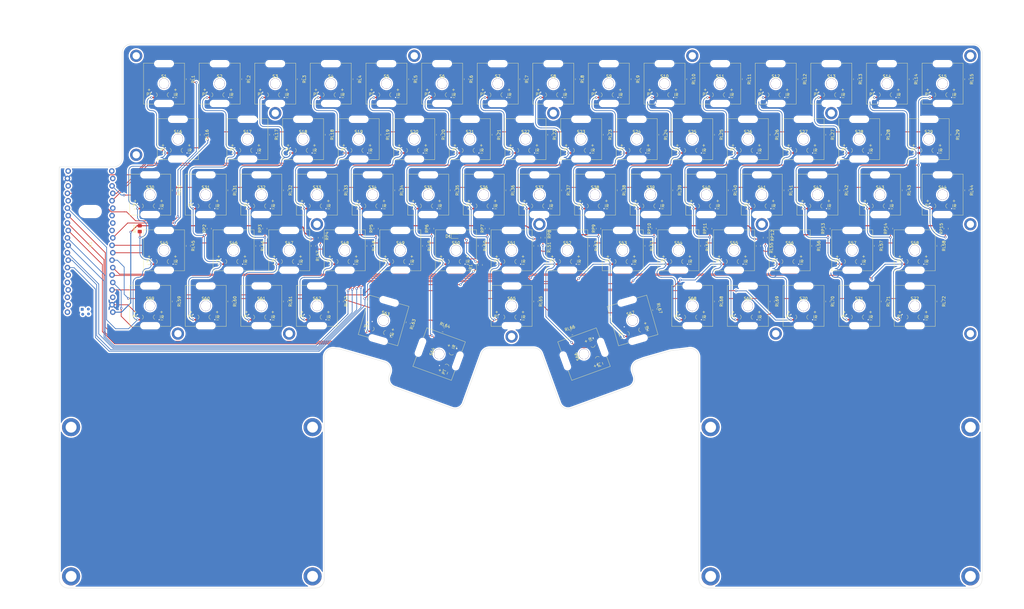
<source format=kicad_pcb>
(kicad_pcb (version 20211014) (generator pcbnew)
  (layers (0 "F.Cu" signal) (31 "B.Cu" signal) (34 "B.Paste" user) (35 "F.Paste" user) (36 "B.SilkS" user "B.Silkscreen") (37 "F.SilkS" user "F.Silkscreen") (38 "B.Mask" user) (39 "F.Mask" user) (44 "Edge.Cuts" user))
  (net 0 "")
  (net 1 "GND")
  (net 2 "/col1")
  (net 3 "/col2")
  (net 4 "/col3")
  (net 5 "/col4")
  (net 6 "/col5")
  (net 7 "/col6")
  (net 8 "/col7")
  (net 9 "/col8")
  (net 10 "/col9")
  (net 11 "/col10")
  (net 12 "/col11")
  (net 13 "/col12")
  (net 14 "/col13")
  (net 15 "/col14")
  (net 16 "/col15")
  (net 17 "/row1")
  (net 18 "/row2")
  (net 19 "/row3")
  (net 20 "/row4")
  (net 21 "/row5")
  (net 22 "3v3")
  (net 23 "/Capslock_Led")
  (net 39 "+5V")
  (net 44 "Net-(RL1-Pad2)")
  (net 45 "Net-(RL2-Pad2)")
  (net 46 "Net-(RL3-Pad2)")
  (net 47 "Net-(RL4-Pad2)")
  (net 48 "Net-(RL5-Pad2)")
  (net 49 "Net-(RL6-Pad2)")
  (net 50 "Net-(RL7-Pad2)")
  (net 51 "Net-(RL8-Pad2)")
  (net 52 "Net-(RL9-Pad2)")
  (net 53 "Net-(RL10-Pad2)")
  (net 54 "Net-(RL11-Pad2)")
  (net 55 "Net-(RL12-Pad2)")
  (net 56 "Net-(RL13-Pad2)")
  (net 57 "Net-(RL14-Pad2)")
  (net 58 "Net-(RL15-Pad2)")
  (net 59 "Net-(RL16-Pad2)")
  (net 60 "Net-(RL17-Pad2)")
  (net 61 "Net-(RL18-Pad2)")
  (net 62 "Net-(RL19-Pad2)")
  (net 63 "Net-(RL20-Pad2)")
  (net 64 "Net-(RL21-Pad2)")
  (net 65 "Net-(RL22-Pad2)")
  (net 66 "Net-(RL23-Pad2)")
  (net 67 "Net-(RL24-Pad2)")
  (net 68 "Net-(RL25-Pad2)")
  (net 69 "Net-(RL26-Pad2)")
  (net 70 "Net-(RL27-Pad2)")
  (net 71 "Net-(RL28-Pad2)")
  (net 72 "Net-(RL29-Pad2)")
  (net 73 "Net-(RL30-Pad2)")
  (net 74 "Net-(RL31-Pad2)")
  (net 75 "Net-(RL32-Pad2)")
  (net 76 "Net-(RL33-Pad2)")
  (net 77 "Net-(RL34-Pad2)")
  (net 78 "Net-(RL35-Pad2)")
  (net 79 "Net-(RL36-Pad2)")
  (net 80 "Net-(RL37-Pad2)")
  (net 81 "Net-(RL38-Pad2)")
  (net 82 "Net-(RL39-Pad2)")
  (net 83 "Net-(RL40-Pad2)")
  (net 84 "Net-(RL41-Pad2)")
  (net 85 "Net-(RL42-Pad2)")
  (net 86 "Net-(RL43-Pad2)")
  (net 87 "Net-(RL44-Pad2)")
  (net 88 "Net-(RL45-Pad2)")
  (net 89 "Net-(RL46-Pad2)")
  (net 90 "Net-(RL47-Pad2)")
  (net 91 "Net-(RL48-Pad2)")
  (net 92 "Net-(RL49-Pad2)")
  (net 93 "Net-(RL50-Pad2)")
  (net 94 "Net-(RL51-Pad2)")
  (net 95 "Net-(RL52-Pad2)")
  (net 96 "Net-(RL53-Pad2)")
  (net 97 "Net-(RL54-Pad2)")
  (net 98 "Net-(RL55-Pad2)")
  (net 99 "Net-(RL56-Pad2)")
  (net 100 "Net-(RL57-Pad2)")
  (net 101 "Net-(RL58-Pad2)")
  (net 102 "Net-(RL59-Pad2)")
  (net 103 "Net-(RL60-Pad2)")
  (net 104 "Net-(RL61-Pad2)")
  (net 105 "Net-(RL62-Pad2)")
  (net 106 "Net-(RL63-Pad2)")
  (net 107 "Net-(RL64-Pad2)")
  (net 108 "Net-(RL65-Pad2)")
  (net 109 "Net-(RL66-Pad2)")
  (net 110 "Net-(RL67-Pad2)")
  (net 111 "Net-(RL68-Pad2)")
  (net 112 "Net-(RL69-Pad2)")
  (net 113 "Net-(RL70-Pad2)")
  (net 114 "Net-(RL71-Pad2)")
  (net 115 "Net-(RL72-Pad2)")
  (net 116 "Net-(D1-Pad2)")
  (footprint "Resistor_SMD:R_0805_2012Metric_Pad1.20x1.40mm_HandSolder" (layer "F.Cu") (at 186.45 49.6 90)
    (fp_text reference "RP10")
    (fp_text value "R_PT")
  )
  (footprint "MyFootprints:SMTSO_M1.6" (layer "F.Cu") (at 9.5 -9.5)
    (fp_text reference "H1")
    (fp_text value "MountingHole")
  )
  (footprint "Resistor_SMD:R_0805_2012Metric_Pad1.20x1.40mm_HandSolder" (layer "F.Cu") (at 32.049999 17.5 -90)
    (fp_text reference "RL16")
    (fp_text value "R_IR")
  )
  (footprint "Resistor_SMD:R_0805_2012Metric_Pad1.20x1.40mm_HandSolder" (layer "F.Cu") (at 288.55 17.5 -90)
    (fp_text reference "RL29")
    (fp_text value "R_IR")
  )
  (footprint "MyFootprints:SMTSO_M2" (layer "F.Cu") (at -12.75 168.5)
    (fp_text reference "HS1")
    (fp_text value "MountingHoleSprt")
  )
  (footprint "MyFootprints:Keychron_Optical_Switch_1u" (layer "F.Cu") (at 266 0)
    (fp_text reference "S14")
    (fp_text value "OptSw")
  )
  (footprint "Resistor_SMD:R_0805_2012Metric_Pad1.20x1.40mm_HandSolder" (layer "F.Cu") (at 79.55 74.5 -90)
    (fp_text reference "RL62")
    (fp_text value "R_IR")
  )
  (footprint "MyFootprints:SMTSO_M1.6" (layer "F.Cu") (at 294.5 -9.5)
    (fp_text reference "H4")
    (fp_text value "MountingHole")
  )
  (footprint "Resistor_SMD:R_0805_2012Metric_Pad1.20x1.40mm_HandSolder" (layer "F.Cu") (at 217.3 -1.5 -90)
    (fp_text reference "RL11")
    (fp_text value "R_IR")
  )
  (footprint "MyFootprints:SMTSO_M1.6" (layer "F.Cu") (at 9.5 24.35)
    (fp_text reference "H8")
    (fp_text value "MountingHole")
  )
  (footprint "Resistor_SMD:R_0805_2012Metric_Pad1.20x1.40mm_HandSolder" (layer "F.Cu") (at 41.55 74.5 -90)
    (fp_text reference "RL60")
    (fp_text value "R_IR")
  )
  (footprint "Resistor_SMD:R_0805_2012Metric_Pad1.20x1.40mm_HandSolder" (layer "F.Cu") (at 79.55 36.5 -90)
    (fp_text reference "RL33")
    (fp_text value "R_IR")
  )
  (footprint "MyFootprints:SMTSO_M2" (layer "F.Cu") (at 205.75 117.5)
    (fp_text reference "HS7")
    (fp_text value "MountingHoleSprt")
  )
  (footprint "MyFootprints:Keychron_Optical_Switch_1u" (layer "F.Cu") (at 14.25 38)
    (fp_text reference "S30")
    (fp_text value "OptSw")
  )
  (footprint "Resistor_SMD:R_0805_2012Metric_Pad1.20x1.40mm_HandSolder" (layer "F.Cu") (at 160.3 -1.5 -90)
    (fp_text reference "RL8")
    (fp_text value "R_IR")
  )
  (footprint "Resistor_SMD:R_0805_2012Metric_Pad1.20x1.40mm_HandSolder" (layer "F.Cu") (at 127.05 62 90)
    (fp_text reference "R1")
    (fp_text value "R")
  )
  (footprint "MyFootprints:Keychron_Optical_Switch_1u" (layer "F.Cu") (at 275.5 76)
    (fp_text reference "S72")
    (fp_text value "OptSw")
  )
  (footprint "Resistor_SMD:R_0805_2012Metric_Pad1.20x1.40mm_HandSolder" (layer "F.Cu") (at 245.8 74.5 -90)
    (fp_text reference "RL70")
    (fp_text value "R_IR")
  )
  (footprint "MyFootprints:Keychron_Optical_Switch_1u" (layer "F.Cu") (at 90.25 38)
    (fp_text reference "S34")
    (fp_text value "OptSw")
  )
  (footprint "MyFootprints:Keychron_Optical_Switch_1u" (layer "F.Cu") (at 137.75 57)
    (fp_text reference "S51")
    (fp_text value "OptSw")
  )
  (footprint "Resistor_SMD:R_0805_2012Metric_Pad1.20x1.40mm_HandSolder" (layer "F.Cu") (at 131.8 17.5 -90)
    (fp_text reference "RL21")
    (fp_text value "R_IR")
  )
  (footprint "Resistor_SMD:R_0805_2012Metric_Pad1.20x1.40mm_HandSolder" (layer "F.Cu") (at 60.55 36.5 -90)
    (fp_text reference "RL32")
    (fp_text value "R_IR")
  )
  (footprint "MyFootprints:Keychron_Optical_Switch_1u" (layer "F.Cu") (at 133 0)
    (fp_text reference "S7")
    (fp_text value "OptSw")
  )
  (footprint "MyFootprints:Keychron_Optical_Switch_1u" (layer "F.Cu") (at 71.25 76)
    (fp_text reference "S62")
    (fp_text value "OptSw")
  )
  (footprint "Resistor_SMD:R_0805_2012Metric_Pad1.20x1.40mm_HandSolder" (layer "F.Cu") (at 141.3 -1.5 -90)
    (fp_text reference "RL7")
    (fp_text value "R_IR")
  )
  (footprint "MyFootprints:SMTSO_M1.6" (layer "F.Cu") (at 199.5 -9.5)
    (fp_text reference "H3")
    (fp_text value "MountingHole")
  )
  (footprint "MyFootprints:Keychron_Optical_Switch_1u" (layer "F.Cu") (at 199.5 76)
    (fp_text reference "S68")
    (fp_text value "OptSw")
  )
  (footprint "Resistor_SMD:R_0805_2012Metric_Pad1.20x1.40mm_HandSolder" (layer "F.Cu") (at 198.3 -1.5 -90)
    (fp_text reference "RL10")
    (fp_text value "R_IR")
  )
  (footprint "MyFootprints:Keychron_Optical_Switch_1.5u" (layer "F.Cu") (at 280.25 19)
    (fp_text reference "S29")
    (fp_text value "OptSw")
  )
  (footprint "MyFootprints:SMTSO_M2" (layer "F.Cu") (at 294.5 168.5)
    (fp_text reference "HS6")
    (fp_text value "MountingHoleSprt")
  )
  (footprint "MyFootprints:Keychron_Optical_Switch_1u" (layer "F.Cu") (at 185.25 38)
    (fp_text reference "S39")
    (fp_text value "OptSw")
  )
  (footprint "Resistor_SMD:R_0805_2012Metric_Pad1.20x1.40mm_HandSolder" (layer "F.Cu") (at 27.3 -1.5 -90)
    (fp_text reference "RL1")
    (fp_text value "R_IR")
  )
  (footprint "Resistor_SMD:R_0805_2012Metric_Pad1.20x1.40mm_HandSolder" (layer "F.Cu") (at 286.2 49.6 90)
    (fp_text reference "RP15")
    (fp_text value "R_PT")
  )
  (footprint "MyFootprints:Keychron_Optical_Switch_1u" (layer "F.Cu") (at 128.25 38)
    (fp_text reference "S36")
    (fp_text value "OptSw")
  )
  (footprint "Resistor_SMD:R_0805_2012Metric_Pad1.20x1.40mm_HandSolder" (layer "F.Cu") (at 283.8 55.5 -90)
    (fp_text reference "RL58")
    (fp_text value "R_IR")
  )
  (footprint "MyFootprints:Keychron_Optical_Switch_1u" (layer "F.Cu") (at 152 0)
    (fp_text reference "S8")
    (fp_text value "OptSw")
  )
  (footprint "MyFootprints:Keychron_Optical_Switch_1.25u" (layer "F.Cu") (at 113 92.5 70)
    (fp_text reference "S64")
    (fp_text value "OptSw")
  )
  (footprint "Resistor_SMD:R_0805_2012Metric_Pad1.20x1.40mm_HandSolder" (layer "F.Cu") (at 84.3 -1.5 -90)
    (fp_text reference "RL4")
    (fp_text value "R_IR")
  )
  (footprint "MyFootprints:Keychron_Optical_Switch_1u" (layer "F.Cu") (at 285 0)
    (fp_text reference "S15")
    (fp_text value "OptSw")
  )
  (footprint "MyFootprints:Keychron_Optical_Switch_1u" (layer "F.Cu") (at 85.5 19)
    (fp_text reference "S19")
    (fp_text value "OptSw")
  )
  (footprint "MyFootprints:Keychron_Optical_Switch_1u" (layer "F.Cu") (at 218.5 76)
    (fp_text reference "S69")
    (fp_text value "OptSw")
  )
  (footprint "Resistor_SMD:R_0805_2012Metric_Pad1.20x1.40mm_HandSolder" (layer "F.Cu") (at 93.8 17.5 -90)
    (fp_text reference "RL19")
    (fp_text value "R_IR")
  )
  (footprint "Resistor_SMD:R_0805_2012Metric_Pad1.20x1.40mm_HandSolder" (layer "F.Cu") (at 91.45 49.6 90)
    (fp_text reference "RP5")
    (fp_text value "R_PT")
  )
  (footprint "Resistor_SMD:R_0805_2012Metric_Pad1.20x1.40mm_HandSolder" (layer "F.Cu") (at 167.45 49.6 90)
    (fp_text reference "RP9")
    (fp_text value "R_PT")
  )
  (footprint "MyFootprints:Keychron_Optical_Switch_1u" (layer "F.Cu") (at 247 0)
    (fp_text reference "S13")
    (fp_text value "OptSw")
  )
  (footprint "MyFootprints:Keychron_Optical_Switch_1u" (layer "F.Cu") (at 99.75 57)
    (fp_text reference "S49")
    (fp_text value "OptSw")
  )
  (footprint "Resistor_SMD:R_0805_2012Metric_Pad1.20x1.40mm_HandSolder" (layer "F.Cu") (at 293.3 -1.5 -90)
    (fp_text reference "RL15")
    (fp_text value "R_IR")
  )
  (footprint "MyFootprints:Keychron_Optical_Switch_1u" (layer "F.Cu") (at 285 38)
    (fp_text reference "S44")
    (fp_text value "OptSw")
  )
  (footprint "Resistor_SMD:R_0805_2012Metric_Pad1.20x1.40mm_HandSolder" (layer "F.Cu") (at 117.55 36.5 -90)
    (fp_text reference "RL35")
    (fp_text value "R_IR")
  )
  (footprint "MyFootprints:Keychron_Optical_Switch_1u" (layer "F.Cu") (at 275.5 57)
    (fp_text reference "S58")
    (fp_text value "OptSw")
  )
  (footprint "Resistor_SMD:R_0805_2012Metric_Pad1.20x1.40mm_HandSolder" (layer "F.Cu") (at 146.05 74.5 -90)
    (fp_text reference "RL65")
    (fp_text value "R_IR")
  )
  (footprint "Resistor_SMD:R_0805_2012Metric_Pad1.20x1.40mm_HandSolder" (layer "F.Cu") (at 174.55 36.5 -90)
    (fp_text reference "RL38")
    (fp_text value "R_IR")
  )
  (footprint "Resistor_SMD:R_0805_2012Metric_Pad1.20x1.40mm_HandSolder" (layer "F.Cu") (at 271.925 36.5 -90)
    (fp_text reference "RL43")
    (fp_text value "R_IR")
  )
  (footprint "MyFootprints:SMTSO_M1.6" (layer "F.Cu") (at 137.75 86.5)
    (fp_text reference "H15")
    (fp_text value "MountingHole")
  )
  (footprint "Resistor_SMD:R_0805_2012Metric_Pad1.20x1.40mm_HandSolder" (layer "F.Cu") (at 122.3 -1.5 -90)
    (fp_text reference "RL6")
    (fp_text value "R_IR")
  )
  (footprint "MyFootprints:Keychron_Optical_Switch_1u" (layer "F.Cu") (at 104.5 19)
    (fp_text reference "S20")
    (fp_text value "OptSw")
  )
  (footprint "MyFootprints:SMTSO_M1.6" (layer "F.Cu") (at 61.75 85.5)
    (fp_text reference "H14")
    (fp_text value "MountingHole")
  )
  (footprint "MyFootprints:Keychron_Optical_Switch_1u" (layer "F.Cu") (at 218.5 19)
    (fp_text reference "S26")
    (fp_text value "OptSw")
  )
  (footprint "Resistor_SMD:R_0805_2012Metric_Pad1.20x1.40mm_HandSolder" (layer "F.Cu") (at 205.45 49.6 90)
    (fp_text reference "RP11")
    (fp_text value "R_PT")
  )
  (footprint "MyFootprints:Keychron_Optical_Switch_1u" (layer "F.Cu") (at 237.5 19)
    (fp_text reference "S27")
    (fp_text value "OptSw")
  )
  (footprint "MyFootprints:SMTSO_M1.6" (layer "F.Cu") (at 71.25 48.1)
    (fp_text reference "H9")
    (fp_text value "MountingHole")
  )
  (footprint "MyFootprints:Keychron_Optical_Switch_1u" (layer "F.Cu") (at 242.25 38)
    (fp_text reference "S42")
    (fp_text value "OptSw")
  )
  (footprint "Resistor_SMD:R_0805_2012Metric_Pad1.20x1.40mm_HandSolder" (layer "F.Cu") (at 231.55 36.5 -90)
    (fp_text reference "RL41")
    (fp_text value "R_IR")
  )
  (footprint "MyFootprints:SMTSO_M1.6" (layer "F.Cu") (at 223.25 48.1)
    (fp_text reference "H11")
    (fp_text value "MountingHole")
  )
  (footprint "MyFootprints:Keychron_Optical_Switch_1u" (layer "F.Cu") (at 38 0)
    (fp_text reference "S2")
    (fp_text value "OptSw")
  )
  (footprint "LED_SMD:LED_0603_1608Metric_Pad1.05x0.95mm_HandSolder" (layer "F.Cu") (at 118.75 52.2)
    (fp_text reference "D1")
    (fp_text value "LED")
  )
  (footprint "MyFootprints:Keychron_Optical_Switch_1u" (layer "F.Cu") (at 61.75 57)
    (fp_text reference "S47")
    (fp_text value "OptSw")
  )
  (footprint "MyFootprints:Keychron_Optical_Switch_1u" (layer "F.Cu") (at 147.25 38)
    (fp_text reference "S37")
    (fp_text value "OptSw")
  )
  (footprint "MyFootprints:Keychron_Optical_Switch_1u" (layer "F.Cu") (at 114 0)
    (fp_text reference "S6")
    (fp_text value "OptSw")
  )
  (footprint "Resistor_SMD:R_0805_2012Metric_Pad1.20x1.40mm_HandSolder" (layer "F.Cu") (at 293.3 36.5 -90)
    (fp_text reference "RL44")
    (fp_text value "R_IR")
  )
  (footprint "Resistor_SMD:R_0805_2012Metric_Pad1.20x1.40mm_HandSolder" (layer "F.Cu") (at 226.8 17.5 -90)
    (fp_text reference "RL26")
    (fp_text value "R_IR")
  )
  (footprint "MyFootprints:Keychron_Optical_Switch_1u" (layer "F.Cu") (at 256.5 19)
    (fp_text reference "S28")
    (fp_text value "OptSw")
  )
  (footprint "Resistor_SMD:R_0805_2012Metric_Pad1.20x1.40mm_HandSolder" (layer "F.Cu") (at 103.3 -1.5 -90)
    (fp_text reference "RL5")
    (fp_text value "R_IR")
  )
  (footprint "MyFootprints:Keychron_Optical_Switch_1u" (layer "F.Cu") (at 161.5 19)
    (fp_text reference "S23")
    (fp_text value "OptSw")
  )
  (footprint "Resistor_SMD:R_0805_2012Metric_Pad1.20x1.40mm_HandSolder" (layer "F.Cu") (at 264.8 74.5 -90)
    (fp_text reference "RL71")
    (fp_text value "R_IR")
  )
  (footprint "Resistor_SMD:R_0805_2012Metric_Pad1.20x1.40mm_HandSolder" (layer "F.Cu") (at 186.665016 77.270317 -74)
    (fp_text reference "RL67")
    (fp_text value "R_IR")
  )
  (footprint "MyFootprints:Keychron_Optical_Switch_1u" (layer "F.Cu") (at 137.75 76)
    (fp_text reference "S65")
    (fp_text value "OptSw")
  )
  (footprint "Resistor_SMD:R_0805_2012Metric_Pad1.20x1.40mm_HandSolder" (layer "F.Cu") (at 283.8 74.5 -90)
    (fp_text reference "RL72")
    (fp_text value "R_IR")
  )
  (footprint "Resistor_SMD:R_0805_2012Metric_Pad1.20x1.40mm_HandSolder" (layer "F.Cu") (at 112.8 17.5 -90)
    (fp_text reference "RL20")
    (fp_text value "R_IR")
  )
  (footprint "Resistor_SMD:R_0805_2012Metric_Pad1.20x1.40mm_HandSolder" (layer "F.Cu") (at 41.55 36.5 -90)
    (fp_text reference "RL31")
    (fp_text value "R_IR")
  )
  (footprint "MyFootprints:Keychron_Optical_Switch_1u" (layer "F.Cu") (at 171 0)
    (fp_text reference "S9")
    (fp_text value "OptSw")
  )
  (footprint "Resistor_SMD:R_0805_2012Metric_Pad1.20x1.40mm_HandSolder" (layer "F.Cu") (at 27.3 55.5 -90)
    (fp_text reference "RL45")
    (fp_text value "R_IR")
  )
  (footprint "Resistor_SMD:R_0805_2012Metric_Pad1.20x1.40mm_HandSolder" (layer "F.Cu") (at 65.3 -1.5 -90)
    (fp_text reference "RL3")
    (fp_text value "R_IR")
  )
  (footprint "Resistor_SMD:R_0805_2012Metric_Pad1.20x1.40mm_HandSolder" (layer "F.Cu") (at 55.8 17.5 -90)
    (fp_text reference "RL17")
    (fp_text value "R_IR")
  )
  (footprint "MyFootprints:Keychron_Optical_Switch_1u" (layer "F.Cu") (at 42.75 57)
    (fp_text reference "S46")
    (fp_text value "OptSw")
  )
  (footprint "MyFootprints:Keychron_Optical_Switch_1u" (layer "F.Cu") (at 199.5 19)
    (fp_text reference "S25")
    (fp_text value "OptSw")
  )
  (footprint "MyFootprints:Keychron_Optical_Switch_1u" (layer "F.Cu") (at 52.25 38)
    (fp_text reference "S32")
    (fp_text value "OptSw")
  )
  (footprint "MyFootprints:SMTSO_M2" (layer "F.Cu") (at -12.75 117.5)
    (fp_text reference "HS3")
    (fp_text value "MountingHoleSprt")
  )
  (footprint "MyFootprints:Keychron_Optical_Switch_1u" (layer "F.Cu") (at 166.25 38)
    (fp_text reference "S38")
    (fp_text value "OptSw")
  )
  (footprint "Resistor_SMD:R_0805_2012Metric_Pad1.20x1.40mm_HandSolder" (layer "F.Cu") (at 10.7 49.6 90)
    (fp_text reference "RP1")
    (fp_text value "R_PT")
  )
  (footprint "MyFootprints:Keychron_Optical_Switch_1u" (layer "F.Cu") (at 66.5 19)
    (fp_text reference "S18")
    (fp_text value "OptSw")
  )
  (footprint "Resistor_SMD:R_0805_2012Metric_Pad1.20x1.40mm_HandSolder" (layer "F.Cu") (at 22.55 36.5 -90)
    (fp_text reference "RL30")
    (fp_text value "R_IR")
  )
  (footprint "MyFootprints:Keychron_Optical_Switch_1u" (layer "F.Cu") (at 194.75 57)
    (fp_text reference "S54")
    (fp_text value "OptSw")
  )
  (footprint "Resistor_SMD:R_0805_2012Metric_Pad1.20x1.40mm_HandSolder" (layer "F.Cu") (at 72.45 52.7 90)
    (fp_text reference "RP4")
    (fp_text value "R_PT")
  )
  (footprint "Resistor_SMD:R_0805_2012Metric_Pad1.20x1.40mm_HandSolder" (layer "F.Cu") (at 207.8 17.5 -90)
    (fp_text reference "RL25")
    (fp_text value "R_IR")
  )
  (footprint "Resistor_SMD:R_0805_2012Metric_Pad1.20x1.40mm_HandSolder" (layer "F.Cu") (at 245.825 49.6 90)
    (fp_text reference "RP13")
    (fp_text value "R_PT")
  )
  (footprint "Resistor_SMD:R_0805_2012Metric_Pad1.20x1.40mm_HandSolder" (layer "F.Cu") (at 110.45 49.6 90)
    (fp_text reference "RP6")
    (fp_text value "R_PT")
  )
  (footprint "MyFootprints:Keychron_Optical_Switch_1u" (layer "F.Cu") (at 209 0)
    (fp_text reference "S11")
    (fp_text value "OptSw")
  )
  (footprint "MyFootprints:Keychron_Optical_Switch_1u" (layer "F.Cu") (at 213.75 57)
    (fp_text reference "S55")
    (fp_text value "OptSw")
  )
  (footprint "Resistor_SMD:R_0805_2012Metric_Pad1.20x1.40mm_HandSolder" (layer "F.Cu") (at 250.55 36.5 -90)
    (fp_text reference "RL42")
    (fp_text value "R_IR")
  )
  (footprint "MyFootprints:Keychron_Optical_Switch_1.25u" (layer "F.Cu") (at 162.5 92.5 110)
    (fp_text reference "S66")
    (fp_text value "OptSw")
  )
  (footprint "Resistor_SMD:R_0805_2012Metric_Pad1.20x1.40mm_HandSolder" (layer "F.Cu") (at 98.55 36.5 -90)
    (fp_text reference "RL34")
    (fp_text value "R_IR")
  )
  (footprint "MyFootprints:Keychron_Optical_Switch_1u" (layer "F.Cu") (at 71.25 38)
    (fp_text reference "S33")
    (fp_text value "OptSw")
  )
  (footprint "MyFootprints:Keychron_Optical_Switch_1u" (layer "F.Cu") (at 118.75 57)
    (fp_text reference "S50")
    (fp_text value "OptSw")
  )
  (footprint "MyFootprints:Keychron_Optical_Switch_1u" (layer "F.Cu") (at 228 0)
    (fp_text reference "S12")
    (fp_text value "OptSw")
  )
  (footprint "Resistor_SMD:R_0805_2012Metric_Pad1.20x1.40mm_HandSolder" (layer "F.Cu") (at 236.3 -1.5 -90)
    (fp_text reference "RL12")
    (fp_text value "R_IR")
  )
  (footprint "MyFootprints:Keychron_Optical_Switch_1u" (layer "F.Cu") (at 180.5 19)
    (fp_text reference "S24")
    (fp_text value "OptSw")
  )
  (footprint "Resistor_SMD:R_0805_2012Metric_Pad1.20x1.40mm_HandSolder" (layer "F.Cu") (at 241.05 55.5 -90)
    (fp_text reference "RL56")
    (fp_text value "R_IR")
  )
  (footprint "Resistor_SMD:R_0805_2012Metric_Pad1.20x1.40mm_HandSolder" (layer "F.Cu") (at 226.8 74.5 -90)
    (fp_text reference "RL69")
    (fp_text value "R_IR")
  )
  (footprint "Resistor_SMD:R_0805_2012Metric_Pad1.20x1.40mm_HandSolder" (layer "F.Cu") (at 74.8 17.5 -90)
    (fp_text reference "RL18")
    (fp_text value "R_IR")
  )
  (footprint "MyFootprints:SMTSO_M1.6" (layer "F.Cu") (at 57 10.1)
    (fp_text reference "H5")
    (fp_text value "MountingHole")
  )
  (footprint "Resistor_SMD:R_0805_2012Metric_Pad1.20x1.40mm_HandSolder" (layer "F.Cu") (at 114.429228 84.187521 -20)
    (fp_text reference "RL64")
    (fp_text value "R_IR")
  )
  (footprint "Resistor_SMD:R_0805_2012Metric_Pad1.20x1.40mm_HandSolder" (layer "F.Cu") (at 188.8 17.5 -90)
    (fp_text reference "RL24")
    (fp_text value "R_IR")
  )
  (footprint "Resistor_SMD:R_0805_2012Metric_Pad1.20x1.40mm_HandSolder" (layer "F.Cu") (at 136.55 36.5 -90)
    (fp_text reference "RL36")
    (fp_text value "R_IR")
  )
  (footprint "Resistor_SMD:R_0805_2012Metric_Pad1.20x1.40mm_HandSolder" (layer "F.Cu") (at 34.45 49.6 90)
    (fp_text reference "RP2")
    (fp_text value "R_PT")
  )
  (footprint "MyFootprints:Keychron_Optical_Switch_1u" (layer "F.Cu") (at 223.25 38)
    (fp_text reference "S41")
    (fp_text value "OptSw")
  )
  (footprint "Resistor_SMD:R_0805_2012Metric_Pad1.20x1.40mm_HandSolder" (layer "F.Cu") (at 70.05 55.5 -90)
    (fp_text reference "RL47")
    (fp_text value "R_IR")
  )
  (footprint "MyFootprints:SMTSO_M1.6" (layer "F.Cu") (at 294.5 85.5)
    (fp_text reference "H17")
    (fp_text value "MountingHole")
  )
  (footprint "Resistor_SMD:R_0805_2012Metric_Pad1.20x1.40mm_HandSolder" (layer "F.Cu") (at 155.55 36.5 -90)
    (fp_text reference "RL37")
    (fp_text value "R_IR")
  )
  (footprint "MyFootprints:SMTSO_M1.6" (layer "F.Cu") (at 147.25 48.1)
    (fp_text reference "H10")
    (fp_text value "MountingHole")
  )
  (footprint "MyFootprints:SMTSO_M2" (layer "F.Cu") (at 69.75 117.5)
    (fp_text reference "HS4")
    (fp_text value "MountingHoleSprt")
  )
  (footprint "MyFootprints:Keychron_Optical_Switch_1u" (layer "F.Cu") (at 57 0)
    (fp_text reference "S3")
    (fp_text value "OptSw")
  )
  (footprint "Resistor_SMD:R_0805_2012Metric_Pad1.20x1.40mm_HandSolder" (layer "F.Cu") (at 212.55 36.5 -90)
    (fp_text reference "RL40")
    (fp_text value "R_IR")
  )
  (footprint "MyFootprints:Keychron_Optical_Switch_1u" (layer "F.Cu") (at 80.75 57)
    (fp_text reference "S48")
    (fp_text value "OptSw")
  )
  (footprint "Resistor_SMD:R_0805_2012Metric_Pad1.20x1.40mm_HandSolder" (layer "F.Cu") (at 245.8 17.5 -90)
    (fp_text reference "RL27")
    (fp_text value "R_IR")
  )
  (footprint "Resistor_SMD:R_0805_2012Metric_Pad1.20x1.40mm_HandSolder" (layer "F.Cu") (at 184.05 55.5 -90)
    (fp_text reference "RL53")
    (fp_text value "R_IR")
  )
  (footprint "Resistor_SMD:R_0805_2012Metric_Pad1.20x1.40mm_HandSolder" (layer "F.Cu") (at 158.251694 85.213581 20)
    (fp_text reference "RL66")
    (fp_text value "R_IR")
  )
  (footprint "MyFootprints:Keychron_Optical_Switch_1u" (layer "F.Cu") (at 19 0)
    (fp_text reference "S1")
    (fp_text value "OptSw")
  )
  (footprint "Resistor_SMD:R_0805_2012Metric_Pad1.20x1.40mm_HandSolder" (layer "F.Cu") (at 127.05 55.5 -90)
    (fp_text reference "RL50")
    (fp_text value "R_IR")
  )
  (footprint "MyFootprints:Keychron_Optical_Switch_1u" (layer "F.Cu") (at 76 0)
    (fp_text reference "S4")
    (fp_text value "OptSw")
  )
  (footprint "MyFootprints:Keychron_Optical_Switch_1.5u" (layer "F.Cu") (at 19 57)
    (fp_text reference "S45")
    (fp_text value "OptSw")
  )
  (footprint "MyFootprints:Keychron_Optical_Switch_1u" (layer "F.Cu") (at 33.25 38)
    (fp_text reference "S31")
    (fp_text value "OptSw")
  )
  (footprint "Resistor_SMD:R_0805_2012Metric_Pad1.20x1.40mm_HandSolder" (layer "F.Cu") (at 262.425 55.5 -90)
    (fp_text reference "RL57")
    (fp_text value "R_IR")
  )
  (footprint "Resistor_SMD:R_0805_2012Metric_Pad1.20x1.40mm_HandSolder" (layer "F.Cu") (at 207.8 74.5 -90)
    (fp_text reference "RL68")
    (fp_text value "R_IR")
  )
  (footprint "Resistor_SMD:R_0805_2012Metric_Pad1.20x1.40mm_HandSolder" (layer "F.Cu") (at 148.45 52.7 90)
    (fp_text reference "RP8")
    (fp_text value "R_PT")
  )
  (footprint "Resistor_SMD:R_0805_2012Metric_Pad1.20x1.40mm_HandSolder" (layer "F.Cu") (at 22.55 74.5 -90)
    (fp_text reference "RL59")
    (fp_text value "R_IR")
  )
  (footprint "MyFootprints:SMTSO_M1.6" (layer "F.Cu") (at 152 10.1)
    (fp_text reference "H6")
    (fp_text value "MountingHole")
  )
  (footprint "MyFootprints:Keychron_Optical_Switch_1u" (layer "F.Cu") (at 204.25 38)
    (fp_text reference "S40")
    (fp_text value "OptSw")
  )
  (footprint "MyFootprints:SMTSO_M1.6" (layer "F.Cu") (at 104.5 -9.5)
    (fp_text reference "H2")
    (fp_text value "MountingHole")
  )
  (footprint "Resistor_SMD:R_0805_2012Metric_Pad1.20x1.40mm_HandSolder" (layer "F.Cu") (at 222.05 55.5 -90)
    (fp_text reference "RL55")
    (fp_text value "R_IR")
  )
  (footprint "MyFootprints:Keychron_Optical_Switch_1u" (layer "F.Cu") (at 52.25 76)
    (fp_text reference "S61")
    (fp_text value "OptSw")
  )
  (footprint "Resistor_SMD:R_0805_2012Metric_Pad1.20x1.40mm_HandSolder" (layer "F.Cu") (at 60.55 74.5 -90)
    (fp_text reference "RL61")
    (fp_text value "R_IR")
  )
  (footprint "MyFootprints:Keychron_Optical_Switch_1u" (layer "F.Cu") (at 190 0)
    (fp_text reference "S10")
    (fp_text value "OptSw")
  )
  (footprint "Resistor_SMD:R_0805_2012Metric_Pad1.20x1.40mm_HandSolder" (layer "F.Cu") (at 46.3 -1.5 -90)
    (fp_text reference "RL2")
    (fp_text value "R_IR")
  )
  (footprint "Resistor_SMD:R_0805_2012Metric_Pad1.20x1.40mm_HandSolder" (layer "F.Cu") (at 150.8 17.5 -90)
    (fp_text reference "RL22")
    (fp_text value "R_IR")
  )
  (footprint "MyFootprints:Keychron_Optical_Switch_1.5u" (layer "F.Cu") (at 23.75 19)
    (fp_text reference "S16")
    (fp_text value "OptSw")
  )
  (footprint "MyFootprints:Keychron_Optical_Switch_1u" (layer "F.Cu") (at 237.5 76)
    (fp_text reference "S70")
    (fp_text value "OptSw")
  )
  (footprint "MyFootprints:Keychron_Optical_Switch_1u" (layer "F.Cu") (at 33.25 76)
    (fp_text reference "S60")
    (fp_text value "OptSw")
  )
  (footprint "MyFootprints:SMTSO_M1.6" (layer "F.Cu") (at 23.75 85.5)
    (fp_text reference "H13")
    (fp_text value "MountingHole")
  )
  (footprint "Resistor_SMD:R_0805_2012Metric_Pad1.20x1.40mm_HandSolder" (layer "F.Cu") (at 129.45 49.6 90)
    (fp_text reference "RP7")
    (fp_text value "R_PT")
  )
  (footprint "MyFootprints:SMTSO_M1.6" (layer "F.Cu") (at 294.5 48.1)
    (fp_text reference "H12")
    (fp_text value "MountingHole")
  )
  (footprint "Resistor_SMD:R_0805_2012Metric_Pad1.20x1.40mm_HandSolder" (layer "F.Cu") (at 108.05 55.5 -90)
    (fp_text reference "RL49")
    (fp_text value "R_IR")
  )
  (footprint "MyFootprints:Keychron_Optical_Switch_1.25u" (layer "F.Cu") (at 254.125 57)
    (fp_text reference "S57")
    (fp_text value "OptSw")
  )
  (footprint "Resistor_SMD:R_0805_2012Metric_Pad1.20x1.40mm_HandSolder" (layer "F.Cu") (at 146.05 55.5 -90)
    (fp_text reference "RL51")
    (fp_text value "R_IR")
  )
  (footprint "Resistor_SMD:R_0805_2012Metric_Pad1.20x1.40mm_HandSolder" (layer "F.Cu") (at 255.3 -1.5 -90)
    (fp_text reference "RL13")
    (fp_text value "R_IR")
  )
  (footprint "Resistor_SMD:R_0805_2012Metric_Pad1.20x1.40mm_HandSolder" (layer "F.Cu") (at 264.8 17.5 -90)
    (fp_text reference "RL28")
    (fp_text value "R_IR")
  )
  (footprint "Resistor_SMD:R_0805_2012Metric_Pad1.20x1.40mm_HandSolder" (layer "F.Cu") (at 53.45 49.6 90)
    (fp_text reference "RP3")
    (fp_text value "R_PT")
  )
  (footprint "MyFootprints:Keychron_Optical_Switch_1u" (layer "F.Cu") (at 256.5 76)
    (fp_text reference "S71")
    (fp_text value "OptSw")
  )
  (footprint "MyFootprints:Keychron_Optical_Switch_1u" (layer "F.Cu") (at 47.5 19)
    (fp_text reference "S17")
    (fp_text value "OptSw")
  )
  (footprint "MyFootprints:SMTSO_M1.6" (layer "F.Cu") (at 247 10.1)
    (fp_text reference "H7")
    (fp_text value "MountingHole")
  )
  (footprint "MyFootprints:Keychron_Optical_Switch_1u" (layer "F.Cu") (at 175.75 57)
    (fp_text reference "S53")
    (fp_text value "OptSw")
  )
  (footprint "MyFootprints:SMTSO_M2" (layer "F.Cu") (at 294.5 117.5)
    (fp_text reference "HS8")
    (fp_text value "MountingHoleSprt")
  )
  (footprint "Resistor_SMD:R_0805_2012Metric_Pad1.20x1.40mm_HandSolder" (layer "F.Cu") (at 193.55 36.5 -90)
    (fp_text reference "RL39")
    (fp_text value "R_IR")
  )
  (footprint "MyFootprints:Keychron_Optical_Switch_1u" (layer "F.Cu") (at 179.1 81 16)
    (fp_text reference "S67")
    (fp_text value "OptSw")
  )
  (footprint "Resistor_SMD:R_0805_2012Metric_Pad1.20x1.40mm_HandSolder" (layer "F.Cu") (at 169.8 17.5 -90)
    (fp_text reference "RL23")
    (fp_text value "R_IR")
  )
  (footprint "Resistor_SMD:R_0805_2012Metric_Pad1.20x1.40mm_HandSolder" (layer "F.Cu") (at 203.05 55.5 -90)
    (fp_text reference "RL54")
    (fp_text value "R_IR")
  )
  (footprint "Resistor_SMD:R_0805_2012Metric_Pad1.20x1.40mm_HandSolder" (layer "F.Cu") (at 51.05 55.5 -90)
    (fp_text reference "RL46")
    (fp_text value "R_IR")
  )
  (footprint "MyFootprints:SMTSO_M1.6" (layer "F.Cu") (at 228 85.5)
    (fp_text reference "H16")
    (fp_text value "MountingHole")
  )
  (footprint "MyFootprints:Keychron_Optical_Switch_1u" (layer "F.Cu") (at 14.25 76)
    (fp_text reference "S59")
    (fp_text value "OptSw")
  )
  (footprint "Resistor_SMD:R_0805_2012Metric_Pad1.20x1.40mm_HandSolder" (layer "F.Cu") (at 102.416928 81.845898 -106)
    (fp_text reference "RL63")
    (fp_text value "R_IR")
  )
  (footprint "MyFootprints:Keychron_Optical_Switch_1u" (layer "F.Cu") (at 156.75 57)
    (fp_text reference "S52")
    (fp_text value "OptSw")
  )
  (footprint "Resistor_SMD:R_0805_2012Metric_Pad1.20x1.40mm_HandSolder" (layer "F.Cu") (at 179.3 -1.5 -90)
    (fp_text reference "RL9")
    (fp_text value "R_IR")
  )
  (footprint "MyFootprints:SMTSO_M2" (layer "F.Cu") (at 69.75 168.5)
    (fp_text reference "HS2")
    (fp_text value "MountingHoleSprt")
  )
  (footprint "MyFootprints:Keychron_Optical_Switch_1.25u" (layer "F.Cu") (at 94.025 81 -16)
    (fp_text reference "S63")
    (fp_text value "OptSw")
  )
  (footprint "MyFootprints:SMTSO_M2" (layer "F.Cu") (at 205.75 168.5)
    (fp_text reference "HS5")
    (fp_text value "MountingHoleSprt")
  )
  (footprint "Resistor_SMD:R_0805_2012Metric_Pad1.20x1.40mm_HandSolder" (layer "F.Cu") (at 89.05 55.5 -90)
    (fp_text reference "RL48")
    (fp_text value "R_IR")
  )
  (footprint "MyFootprints:Keychron_Optical_Switch_1u" (layer "F.Cu") (at 123.5 19)
    (fp_text reference "S21")
    (fp_text value "OptSw")
  )
  (footprint "MyFootprints:BlackPill_STLINK_Down" (layer "F.Cu") (at -6.25 55)
    (fp_text reference "U1")
    (fp_text value "BlackPill_STLINK")
  )
  (footprint "Resistor_SMD:R_0805_2012Metric_Pad1.20x1.40mm_HandSolder" (layer "F.Cu") (at 224.45 52.7 90)
    (fp_text reference "RP12")
    (fp_text value "R_PT")
  )
  (footprint "Resistor_SMD:R_0805_2012Metric_Pad1.20x1.40mm_HandSolder" (layer "F.Cu") (at 165.05 55.5 -90)
    (fp_text reference "RL52")
    (fp_text value "R_IR")
  )
  (footprint "Resistor_SMD:R_0805_2012Metric_Pad1.20x1.40mm_HandSolder" (layer "F.Cu") (at 274.3 -1.5 -90)
    (fp_text reference "RL14")
    (fp_text value "R_IR")
  )
  (footprint "MyFootprints:Keychron_Optical_Switch_1u" (layer "F.Cu") (at 142.5 19)
    (fp_text reference "S22")
    (fp_text value "OptSw")
  )
  (footprint "Resistor_SMD:R_0805_2012Metric_Pad1.20x1.40mm_HandSolder" (layer "F.Cu") (at 267.2 49.6 90)
    (fp_text reference "RP14")
    (fp_text value "R_PT")
  )
  (footprint "MyFootprints:Keychron_Optical_Switch_1.25u" (layer "F.Cu") (at 263.625 38)
    (fp_text reference "S43")
    (fp_text value "OptSw")
  )
  (footprint "MyFootprints:Keychron_Optical_Switch_1u" (layer "F.Cu") (at 232.75 57)
    (fp_text reference "S56")
    (fp_text value "OptSw")
  )
  (footprint "MyFootprints:Keychron_Optical_Switch_1u" (layer "F.Cu") (at 95 0)
    (fp_text reference "S5")
    (fp_text value "OptSw")
  )
  (footprint "MyFootprints:Keychron_Optical_Switch_1u" (layer "F.Cu") (at 109.25 38)
    (fp_text reference "S35")
    (fp_text value "OptSw")
  )
  (gr_arc (start 298.5 169.5) (mid 297.62132 171.62132) (end 295.5 172.5) (layer "Edge.Cuts") (width 0.1))
  (gr_line (start 201.75 93.5) (end 201.75 113.5) (layer "Edge.Cuts") (width 0.1))
  (gr_line (start 73.75 169.5) (end 73.75 116.5) (layer "Edge.Cuts") (width 0.1))
  (gr_arc (start 179.589359 99.981269) (mid 179.489205 102.275184) (end 177.796342 103.826408) (layer "Edge.Cuts") (width 0.1))
  (gr_line (start 201.75 113.5) (end 201.75 116.5) (layer "Edge.Cuts") (width 0.1))
  (gr_line (start 7.75 -13.5) (end 295.5 -13.5) (layer "Edge.Cuts") (width 0.1))
  (gr_arc (start -13.75 172.5) (mid -15.87132 171.62132) (end -16.75 169.5) (layer "Edge.Cuts") (width 0.1))
  (gr_line (start 90.303895 93.977032) (end 94.260494 95.131732) (layer "Edge.Cuts") (width 0.1))
  (gr_line (start 77.576912 90.616215) (end 78.888913 90.703839) (layer "Edge.Cuts") (width 0.1))
  (gr_line (start 97.703657 103.826408) (end 117.437202 111.008831) (layer "Edge.Cuts") (width 0.1))
  (gr_line (start -16.75 113.5) (end -16.75 116.5) (layer "Edge.Cuts") (width 0.1))
  (gr_arc (start 158.062797 111.008831) (mid 155.768882 110.908677) (end 154.217658 109.215814) (layer "Edge.Cuts") (width 0.1))
  (gr_arc (start 204.75 172.5) (mid 202.62868 171.62132) (end 201.75 169.5) (layer "Edge.Cuts") (width 0.1))
  (gr_arc (start 145.242218 90.327407) (mid 146.962947 90.869951) (end 148.061296 92.301347) (layer "Edge.Cuts") (width 0.1))
  (gr_line (start 130.257781 90.327407) (end 145.242218 90.327407) (layer "Edge.Cuts") (width 0.1))
  (gr_arc (start 197.923088 90.616215) (mid 200.555445 91.104094) (end 201.75 93.5) (layer "Edge.Cuts") (width 0.1))
  (gr_arc (start 127.438703 92.301347) (mid 128.537052 90.869951) (end 130.257781 90.327407) (layer "Edge.Cuts") (width 0.1))
  (gr_line (start 191.95309 91.358478) (end 197.923088 90.616215) (layer "Edge.Cuts") (width 0.1))
  (gr_arc (start 73.75 93.5) (mid 74.944555 91.104093) (end 77.576912 90.616215) (layer "Edge.Cuts") (width 0.1))
  (gr_line (start 154.217658 109.215814) (end 148.061296 92.301347) (layer "Edge.Cuts") (width 0.1))
  (gr_arc (start 73.75 169.5) (mid 72.87132 171.62132) (end 70.75 172.5) (layer "Edge.Cuts") (width 0.1))
  (gr_line (start -13.75 172.5) (end 70.75 172.5) (layer "Edge.Cuts") (width 0.1))
  (gr_line (start 204.75 172.5) (end 295.5 172.5) (layer "Edge.Cuts") (width 0.1))
  (gr_line (start 78.888913 90.703839) (end 90.303895 93.977032) (layer "Edge.Cuts") (width 0.1))
  (gr_line (start 177.796342 103.826408) (end 158.062797 111.008831) (layer "Edge.Cuts") (width 0.1))
  (gr_line (start 298.5 116.5) (end 298.5 113.5) (layer "Edge.Cuts") (width 0.1))
  (gr_arc (start 4.75 25.5) (mid 3.87132 27.62132) (end 1.75 28.5) (layer "Edge.Cuts") (width 0.1))
  (gr_line (start 179.589359 99.98127) (end 179.076329 98.571731) (layer "Edge.Cuts") (width 0.1))
  (gr_line (start 73.75 113.5) (end 73.75 93.5) (layer "Edge.Cuts") (width 0.1))
  (gr_arc (start 295.5 -13.5) (mid 297.62132 -12.62132) (end 298.5 -10.5) (layer "Edge.Cuts") (width 0.1))
  (gr_line (start -16.75 28.5) (end -16.75 113.5) (layer "Edge.Cuts") (width 0.1))
  (gr_line (start -16.75 116.5) (end -16.75 169.5) (layer "Edge.Cuts") (width 0.1))
  (gr_line (start 181.068495 94.661886) (end 182.821104 93.977032) (layer "Edge.Cuts") (width 0.1))
  (gr_line (start 73.75 116.5) (end 73.75 113.5) (layer "Edge.Cuts") (width 0.1))
  (gr_line (start 298.5 169.5) (end 298.5 116.5) (layer "Edge.Cuts") (width 0.1))
  (gr_arc (start 97.703657 103.826408) (mid 96.010794 102.275184) (end 95.91064 99.981269) (layer "Edge.Cuts") (width 0.1))
  (gr_line (start 201.75 116.5) (end 201.75 169.5) (layer "Edge.Cuts") (width 0.1))
  (gr_line (start 121.282341 109.215814) (end 127.438703 92.301347) (layer "Edge.Cuts") (width 0.1))
  (gr_arc (start 121.282341 109.215814) (mid 119.731117 110.908677) (end 117.437202 111.008831) (layer "Edge.Cuts") (width 0.1))
  (gr_line (start 182.821104 93.977032) (end 191.95309 91.358478) (layer "Edge.Cuts") (width 0.1))
  (gr_arc (start 179.076329 98.571731) (mid 179.222388 96.183699) (end 181.068495 94.661886) (layer "Edge.Cuts") (width 0.1))
  (gr_line (start 4.75 -10.5) (end 4.75 25.5) (layer "Edge.Cuts") (width 0.1))
  (gr_line (start 1.75 28.5) (end -16.75 28.5) (layer "Edge.Cuts") (width 0.1))
  (gr_arc (start 4.75 -10.5) (mid 5.62868 -12.62132) (end 7.75 -13.5) (layer "Edge.Cuts") (width 0.1))
  (gr_arc (start 94.260494 95.131732) (mid 96.106601 96.653545) (end 96.25266 99.041577) (layer "Edge.Cuts") (width 0.1))
  (gr_line (start 298.5 113.5) (end 298.5 -10.5) (layer "Edge.Cuts") (width 0.1))
  (gr_line (start 95.91064 99.98127) (end 96.25266 99.041577) (layer "Edge.Cuts") (width 0.1))
  (segment (start 243.7 2.95) (end 242.7 2.95) (width 0.25) (layer "F.Cu") (net 1))
  (segment (start 262.7 2.95) (end 261.7 2.95) (width 0.25) (layer "F.Cu") (net 1))
  (segment (start 113.309945 96.609945) (end 113.11 96.41) (width 0.25) (layer "F.Cu") (net 1))
  (segment (start 20.45 21.95) (end 19.45 21.95) (width 0.25) (layer "F.Cu") (net 1))
  (segment (start 72.7 2.95) (end 71.7 2.95) (width 0.25) (layer "F.Cu") (net 1))
  (segment (start 106.6 23.75) (end 107.6 23.75) (width 0.25) (layer "F.Cu") (net 1))
  (segment (start 234.2 78.95) (end 233.2 78.95) (width 0.25) (layer "F.Cu") (net 1))
  (segment (start 1.243 75.62) (end 6.62 75.62) (width 0.25) (layer "F.Cu") (net 1))
  (segment (start 183.282845 84.987155) (end 184.1 84.17) (width 0.25) (layer "F.Cu") (net 1))
  (segment (start 92.35 42.75) (end 93.35 42.75) (width 0.25) (layer "F.Cu") (net 1))
  (segment (start 111.35 42.75) (end 112.35 42.75) (width 0.25) (layer "F.Cu") (net 1))
  (segment (start 53.7 2.95) (end 52.7 2.95) (width 0.25) (layer "F.Cu") (net 1))
  (segment (start 234.2 21.95) (end 233.2 21.95) (width 0.25) (layer "F.Cu") (net 1))
  (segment (start 90.039706 81.460294) (end 90.14 81.36) (width 0.25) (layer "F.Cu") (net 1))
  (segment (start 14.619501 26.780499) (end 19.45 21.95) (width 0.25) (layer "F.Cu") (net 1))
  (segment (start 177.2 21.95) (end 176.2 21.95) (width 0.25) (layer "F.Cu") (net 1))
  (segment (start 67.95 78.95) (end 66.95 78.95) (width 0.25) (layer "F.Cu") (net 1))
  (segment (start 44.2 21.95) (end 43.2 21.95) (width 0.25) (layer "F.Cu") (net 1))
  (segment (start 63.85 61.75) (end 64.85 61.75) (width 0.25) (layer "F.Cu") (net 1))
  (segment (start 206.35 42.75) (end 207.35 42.75) (width 0.25) (layer "F.Cu") (net 1))
  (segment (start 253.2 21.95) (end 252.2 21.95) (width 0.25) (layer "F.Cu") (net 1))
  (segment (start 21.1 4.75) (end 22.1 4.75) (width 0.25) (layer "F.Cu") (net 1))
  (segment (start 87.6 23.75) (end 88.6 23.75) (width 0.25) (layer "F.Cu") (net 1))
  (segment (start 101.2 21.95) (end 100.2 21.95) (width 0.25) (layer "F.Cu") (net 1))
  (segment (start 48.95 40.95) (end 47.95 40.95) (width 0.25) (layer "F.Cu") (net 1))
  (segment (start 96.45 59.95) (end 95.45 59.95) (width 0.25) (layer "F.Cu") (net 1))
  (segment (start 239.6 80.75) (end 240.6 80.75) (width 0.25) (layer "F.Cu") (net 1))
  (segment (start 78.1 4.75) (end 79.1 4.75) (width 0.25) (layer "F.Cu") (net 1))
  (segment (start 220.6 80.75) (end 221.6 80.75) (width 0.25) (layer "F.Cu") (net 1))
  (segment (start 276.95 21.95) (end 275.95 21.95) (width 0.25) (layer "F.Cu") (net 1))
  (segment (start 166.40076 94.592026) (end 166.40076 95.53076) (width 0.25) (layer "F.Cu") (net 1))
  (segment (start 35.35 80.75) (end 36.35 80.75) (width 0.25) (layer "F.Cu") (net 1))
  (segment (start 8.49911 31.1752) (end 13.033811 26.640499) (width 0.25) (layer "F.Cu") (net 1))
  (segment (start 154.1 4.75) (end 155.1 4.75) (width 0.25) (layer "F.Cu") (net 1))
  (segment (start 287.1 4.75) (end 288.1 4.75) (width 0.25) (layer "F.Cu") (net 1))
  (segment (start 168.35 42.75) (end 169.35 42.75) (width 0.25) (layer "F.Cu") (net 1))
  (segment (start 110.7 2.95) (end 109.7 2.95) (width 0.25) (layer "F.Cu") (net 1))
  (segment (start 173.1 4.75) (end 174.1 4.75) (width 0.25) (layer "F.Cu") (net 1))
  (segment (start 256.225 61.75) (end 257.225 61.75) (width 0.25) (layer "F.Cu") (net 1))
  (segment (start 91.7 2.95) (end 90.7 2.95) (width 0.25) (layer "F.Cu") (net 1))
  (segment (start 29.95 40.95) (end 28.95 40.95) (width 0.25) (layer "F.Cu") (net 1))
  (segment (start 39.45 59.95) (end 38.45 59.95) (width 0.25) (layer "F.Cu") (net 1))
  (segment (start 287.1 42.75) (end 288.1 42.75) (width 0.25) (layer "F.Cu") (net 1))
  (segment (start 201.6 80.75) (end 202.6 80.75) (width 0.25) (layer "F.Cu") (net 1))
  (segment (start 181.95 40.95) (end 180.95 40.95) (width 0.25) (layer "F.Cu") (net 1))
  (segment (start 73.35 42.75) (end 74.35 42.75) (width 0.25) (layer "F.Cu") (net 1))
  (segment (start 25.85 23.75) (end 26.85 23.75) (width 0.25) (layer "F.Cu") (net 1))
  (segment (start 90.039706 82.926119) (end 90.039706 81.460294) (width 0.25) (layer "F.Cu") (net 1))
  (segment (start 281.7 2.95) (end 280.7 2.95) (width 0.25) (layer "F.Cu") (net 1))
  (segment (start 230.1 4.75) (end 231.1 4.75) (width 0.25) (layer "F.Cu") (net 1))
  (segment (start 186.7 2.95) (end 185.7 2.95) (width 0.25) (layer "F.Cu") (net 1))
  (segment (start 277.6 61.75) (end 278.6 61.75) (width 0.25) (layer "F.Cu") (net 1))
  (segment (start 40.1 4.75) (end 41.1 4.75) (width 0.25) (layer "F.Cu") (net 1))
  (segment (start 63.2 21.95) (end 62.2 21.95) (width 0.25) (layer "F.Cu") (net 1))
  (segment (start 120.85 61.75) (end 121.85 61.75) (width 0.25) (layer "F.Cu") (net 1))
  (segment (start 272.2 59.95) (end 271.2 59.95) (width 0.25) (layer "F.Cu") (net 1))
  (segment (start 49.6 23.75) (end 50.6 23.75) (width 0.25) (layer "F.Cu") (net 1))
  (segment (start 86.95 40.95) (end 85.95 40.95) (width 0.25) (layer "F.Cu") (net 1))
  (segment (start 16.35 80.75) (end 17.35 80.75) (width 0.25) (layer "F.Cu") (net 1))
  (segment (start 244.35 42.75) (end 245.35 42.75) (width 0.25) (layer "F.Cu") (net 1))
  (segment (start 166.245298 87.665298) (end 165.61 87.03) (width 0.25) (layer "F.Cu") (net 1))
  (segment (start 97.1 4.75) (end 98.1 4.75) (width 0.25) (layer "F.Cu") (net 1))
  (segment (start 238.95 40.95) (end 237.95 40.95) (width 0.25) (layer "F.Cu") (net 1))
  (segment (start 15.7 2.95) (end 14.7 2.95) (width 0.25) (layer "F.Cu") (net 1))
  (segment (start 162.95 40.95) (end 161.95 40.95) (width 0.25) (layer "F.Cu") (net 1))
  (segment (start 101.85 61.75) (end 102.85 61.75) (width 0.25) (layer "F.Cu") (net 1))
  (segment (start 118.181782 91.488218) (end 119.04 90.63) (width 0.25) (layer "F.Cu") (net 1))
  (segment (start 149.35 42.75) (end 150.35 42.75) (width 0.25) (layer "F.Cu") (net 1))
  (segment (start 129.7 2.95) (end 128.7 2.95) (width 0.25) (layer "F.Cu") (net 1))
  (segment (start 114.643427 96.609945) (end 113.309945 96.609945) (width 0.25) (layer "F.Cu") (net 1))
  (segment (start 239.6 23.75) (end 240.6 23.75) (width 0.25) (layer "F.Cu") (net 1))
  (segment (start 139.85 61.75) (end 140.85 61.75) (width 0.25) (layer "F.Cu") (net 1))
  (segment (start 196.2 78.95) (end 195.2 78.95) (width 0.25) (layer "F.Cu") (net 1))
  (segment (start 143.95 40.95) (end 142.95 40.95) (width 0.25) (layer "F.Cu") (net 1))
  (segment (start 260.325 40.95) (end 259.325 40.95) (width 0.25) (layer "F.Cu") (net 1))
  (segment (start 117.875 52.2) (end 116.34 52.2) (width 0.25) (layer "F.Cu") (net 1))
  (segment (start 277.6 80.75) (end 278.6 80.75) (width 0.25) (layer "F.Cu") (net 1))
  (segment (start 130.35 42.75) (end 131.35 42.75) (width 0.25) (layer "F.Cu") (net 1))
  (segment (start 16.35 42.75) (end 17.35 42.75) (width 0.25) (layer "F.Cu") (net 1))
  (segment (start 192.1 4.75) (end 193.1 4.75) (width 0.25) (layer "F.Cu") (net 1))
  (segment (start 124.95 40.95) (end 123.95 40.95) (width 0.25) (layer "F.Cu") (net 1))
  (segment (start 265.725 42.75) (end 266.725 42.75) (width 0.25) (layer "F.Cu") (net 1))
  (segment (start 134.45 78.95) (end 133.45 78.95) (width 0.25) (layer "F.Cu") (net 1))
  (segment (start 215.2 21.95) (end 214.2 21.95) (width 0.25) (layer "F.Cu") (net 1))
  (segment (start 120.2 21.95) (end 119.2 21.95) (width 0.25) (layer "F.Cu") (net 1))
  (segment (start -13.997 32.44) (end -12.7322 31.1752) (width 0.25) (layer "F.Cu") (net 1))
  (segment (start 272.2 78.95) (end 271.2 78.95) (width 0.25) (layer "F.Cu") (net 1))
  (segment (start 54.35 42.75) (end 55.35 42.75) (width 0.25) (layer "F.Cu") (net 1))
  (segment (start 44.85 61.75) (end 45.85 61.75) (width 0.25) (layer "F.Cu") (net 1))
  (segment (start 253.2 78.95) (end 252.2 78.95) (width 0.25) (layer "F.Cu") (net 1))
  (segment (start 67.95 40.95) (end 66.95 40.95) (width 0.25) (layer "F.Cu") (net 1))
  (segment (start 158.2 21.95) (end 157.2 21.95) (width 0.25) (layer "F.Cu") (net 1))
  (segment (start 268.1 4.75) (end 269.1 4.75) (width 0.25) (layer "F.Cu") (net 1))
  (segment (start 250.825 59.95) (end 249.825 59.95) (width 0.25) (layer "F.Cu") (net 1))
  (segment (start 177.85 61.75) (end 178.85 61.75) (width 0.25) (layer "F.Cu") (net 1))
  (segment (start 182.6 23.75) (end 183.6 23.75) (width 0.25) (layer "F.Cu") (net 1))
  (segment (start 139.2 21.95) (end 138.2 21.95) (width 0.25) (layer "F.Cu") (net 1))
  (segment (start 82.2 21.95) (end 81.2 21.95) (width 0.25) (layer "F.Cu") (net 1))
  (segment (start 258.6 23.75) (end 259.6 23.75) (width 0.25) (layer "F.Cu") (net 1))
  (segment (start 15.7 59.95) (end 14.7 59.95) (width 0.25) (layer "F.Cu") (net 1))
  (segment (start 282.35 23.75) (end 283.35 23.75) (width 0.25) (layer "F.Cu") (net 1))
  (segment (start 29.95 78.95) (end 28.95 78.95) (width 0.25) (layer "F.Cu") (net 1))
  (segment (start 10.95 78.95) (end 9.95 78.95) (width 0.25) (layer "F.Cu") (net 1))
  (segment (start 167.7 2.95) (end 166.7 2.95) (width 0.25) (layer "F.Cu") (net 1))
  (segment (start 200.95 40.95) (end 199.95 40.95) (width 0.25) (layer "F.Cu") (net 1))
  (segment (start 59.1 4.75) (end 60.1 4.75) (width 0.25) (layer "F.Cu") (net 1))
  (segment (start 176.740967 84.745325) (end 176.740967 83.670967) (width 0.25) (layer "F.Cu") (net 1))
  (segment (start 281.7 40.95) (end 280.7 40.95) (width 0.25) (layer "F.Cu") (net 1))
  (segment (start 135.1 4.75) (end 136.1 4.75) (width 0.25) (layer "F.Cu") (net 1))
  (segment (start 35.35 42.75) (end 36.35 42.75) (width 0.25) (layer "F.Cu") (net 1))
  (segment (start 144.6 23.75) (end 145.6 23.75) (width 0.25) (layer "F.Cu") (net 1))
  (segment (start 201.6 23.75) (end 202.6 23.75) (width 0.25) (layer "F.Cu") (net 1))
  (segment (start 215.2 78.95) (end 214.2 78.95) (width 0.25) (layer "F.Cu") (net 1))
  (segment (start 58.45 59.95) (end 57.45 59.95) (width 0.25) (layer "F.Cu") (net 1))
  (segment (start 6.62 75.62) (end 9.95 78.95) (width 0.25) (layer "F.Cu") (net 1))
  (segment (start 105.95 40.95) (end 104.95 40.95) (width 0.25) (layer "F.Cu") (net 1))
  (segment (start 219.95 40.95) (end 218.95 40.95) (width 0.25) (layer "F.Cu") (net 1))
  (segment (start 210.45 59.95) (end 209.45 59.95) (width 0.25) (layer "F.Cu") (net 1))
  (segment (start 205.7 2.95) (end 204.7 2.95) (width 0.25) (layer "F.Cu") (net 1))
  (segment (start 118.181782 92.151241) (end 118.181782 91.488218) (width 0.25) (layer "F.Cu") (net 1))
  (segment (start 249.1 4.75) (end 250.1 4.75) (width 0.25) (layer "F.Cu") (net 1))
  (segment (start 73.35 80.75) (end 74.35 80.75) (width 0.25) (layer "F.Cu") (net 1))
  (segment (start 82.85 61.75) (end 83.85 61.75) (width 0.25) (layer "F.Cu") (net 1))
  (segment (start 225.35 42.75) (end 226.35 42.75) (width 0.25) (layer "F.Cu") (net 1))
  (segment (start 125.6 23.75) (end 126.6 23.75) (width 0.25) (layer "F.Cu") (net 1))
  (segment (start 187.35 42.75) (end 188.35 42.75) (width 0.25) (layer "F.Cu") (net 1))
  (segment (start 166.40076 95.53076) (end 167.04 96.17) (width 0.25) (layer "F.Cu") (net 1))
  (segment (start 116.1 4.75) (end 117.1 4.75) (width 0.25) (layer "F.Cu") (net 1))
  (segment (start 94.734372 86.144832) (end 96.294832 86.144832) (width 0.25) (layer "F.Cu") (net 1))
  (segment (start 215.85 61.75) (end 216.85 61.75) (width 0.25) (layer "F.Cu") (net 1))
  (segment (start 196.85 61.75) (end 197.85 61.75) (width 0.25) (layer "F.Cu") (net 1))
  (segment (start 182.427927 84.987155) (end 183.282845 84.987155) (width 0.25) (layer "F.Cu") (net 1))
  (segment (start 163.6 23.75) (end 164.6 23.75) (width 0.25) (layer "F.Cu") (net 1))
  (segment (start 176.740967 83.670967) (end 176.25 83.18) (width 0.25) (layer "F.Cu") (net 1))
  (segment (start 229.45 59.95) (end 228.45 59.95) (width 0.25) (layer "F.Cu") (net 1))
  (segment (start 139.85 80.75) (end 140.85 80.75) (width 0.25) (layer "F.Cu") (net 1))
  (segment (start 13.033811 26.640499) (end 13.406189 26.640499) (width 0.25) (layer "F.Cu") (net 1))
  (segment (start 258.6 80.75) (end 259.6 80.75) (width 0.25) (layer "F.Cu") (net 1))
  (segment (start 158.85 61.75) (end 159.85 61.75) (width 0.25) (layer "F.Cu") (net 1))
  (segment (start 196.2 21.95) (end 195.2 21.95) (width 0.25) (layer "F.Cu") (net 1))
  (segment (start 10.95 40.95) (end 9.95 40.95) (width 0.25) (layer "F.Cu") (net 1))
  (segment (start 21.1 61.75) (end 22.1 61.75) (width 0.25) (layer "F.Cu") (net 1))
  (segment (start 68.6 23.75) (end 69.6 23.75) (width 0.25) (layer "F.Cu") (net 1))
  (segment (start 115.45 59.95) (end 114.45 59.95) (width 0.25) (layer "F.Cu") (net 1))
  (segment (start 77.45 59.95) (end 76.45 59.95) (width 0.25) (layer "F.Cu") (net 1))
  (segment (start 224.7 2.95) (end 223.7 2.95) (width 0.25) (layer "F.Cu") (net 1))
  (segment (start 211.1 4.75) (end 212.1 4.75) (width 0.25) (layer "F.Cu") (net 1))
  (segment (start 96.294832 86.144832) (end 96.41 86.26) (width 0.25) (layer "F.Cu") (net 1))
  (segment (start 48.95 78.95) (end 47.95 78.95) (width 0.25) (layer "F.Cu") (net 1))
  (segment (start 134.45 59.95) (end 133.45 59.95) (width 0.25) (layer "F.Cu") (net 1))
  (segment (start 13.546189 26.780499) (end 14.619501 26.780499) (width 0.25) (layer "F.Cu") (net 1))
  (segment (start 148.7 2.95) (end 147.7 2.95) (width 0.25) (layer "F.Cu") (net 1))
  (segment (start 13.406189 26.640499) (end 13.546189 26.780499) (width 0.25) (layer "F.Cu") (net 1))
  (segment (start 34.7 2.95) (end 33.7 2.95) (width 0.25) (layer "F.Cu") (net 1))
  (segment (start 54.35 80.75) (end 55.35 80.75) (width 0.25) (layer "F.Cu") (net 1))
  (segment (start 191.45 59.95) (end 190.45 59.95) (width 0.25) (layer "F.Cu") (net 1))
  (segment (start 153.45 59.95) (end 152.45 59.95) (width 0.25) (layer "F.Cu") (net 1))
  (segment (start 234.85 61.75) (end 235.85 61.75) (width 0.25) (layer "F.Cu") (net 1))
  (segment (start 166.245298 88.90205) (end 166.245298 87.665298) (width 0.25) (layer "F.Cu") (net 1))
  (segment (start 220.6 23.75) (end 221.6 23.75) (width 0.25) (layer "F.Cu") (net 1))
  (segment (start -12.7322 31.1752) (end 8.49911 31.1752) (width 0.25) (layer "F.Cu") (net 1))
  (segment (start 172.45 59.95) (end 171.45 59.95) (width 0.25) (layer "F.Cu") (net 1))
  (via (at 257.225 61.75) (size 0.8) (drill 0.4) (layers "F.Cu" "B.Cu") (net 1))
  (via (at 17.35 80.75) (size 0.8) (drill 0.4) (layers "F.Cu" "B.Cu") (net 1))
  (via (at 259.6 23.75) (size 0.8) (drill 0.4) (layers "F.Cu" "B.Cu") (net 1))
  (via (at 96.41 86.26) (size 0.8) (drill 0.4) (layers "F.Cu" "B.Cu") (net 1))
  (via (at 38.45 59.95) (size 0.8) (drill 0.4) (layers "F.Cu" "B.Cu") (net 1))
  (via (at 288.1 4.75) (size 0.8) (drill 0.4) (layers "F.Cu" "B.Cu") (net 1))
  (via (at 57.45 59.95) (size 0.8) (drill 0.4) (layers "F.Cu" "B.Cu") (net 1))
  (via (at 147.7 2.95) (size 0.8) (drill 0.4) (layers "F.Cu" "B.Cu") (net 1))
  (via (at 88.6 23.75) (size 0.8) (drill 0.4) (layers "F.Cu" "B.Cu") (net 1))
  (via (at 202.6 80.75) (size 0.8) (drill 0.4) (layers "F.Cu" "B.Cu") (net 1))
  (via (at 112.35 42.75) (size 0.8) (drill 0.4) (layers "F.Cu" "B.Cu") (net 1))
  (via (at 66.95 40.95) (size 0.8) (drill 0.4) (layers "F.Cu" "B.Cu") (net 1))
  (via (at 167.04 96.17) (size 0.8) (drill 0.4) (layers "F.Cu" "B.Cu") (net 1))
  (via (at 41.1 4.75) (size 0.8) (drill 0.4) (layers "F.Cu" "B.Cu") (net 1))
  (via (at 209.45 59.95) (size 0.8) (drill 0.4) (layers "F.Cu" "B.Cu") (net 1))
  (via (at 266.725 42.75) (size 0.8) (drill 0.4) (layers "F.Cu" "B.Cu") (net 1))
  (via (at 60.1 4.75) (size 0.8) (drill 0.4) (layers "F.Cu" "B.Cu") (net 1))
  (via (at 76.45 59.95) (size 0.8) (drill 0.4) (layers "F.Cu" "B.Cu") (net 1))
  (via (at 176.25 83.18) (size 0.8) (drill 0.4) (layers "F.Cu" "B.Cu") (net 1))
  (via (at 109.7 2.95) (size 0.8) (drill 0.4) (layers "F.Cu" "B.Cu") (net 1))
  (via (at 214.2 78.95) (size 0.8) (drill 0.4) (layers "F.Cu" "B.Cu") (net 1))
  (via (at 83.85 61.75) (size 0.8) (drill 0.4) (layers "F.Cu" "B.Cu") (net 1))
  (via (at 113.11 96.41) (size 0.8) (drill 0.4) (layers "F.Cu" "B.Cu") (net 1))
  (via (at 14.7 59.95) (size 0.8) (drill 0.4) (layers "F.Cu" "B.Cu") (net 1))
  (via (at 252.2 21.95) (size 0.8) (drill 0.4) (layers "F.Cu" "B.Cu") (net 1))
  (via (at 240.6 80.75) (size 0.8) (drill 0.4) (layers "F.Cu" "B.Cu") (net 1))
  (via (at 271.2 59.95) (size 0.8) (drill 0.4) (layers "F.Cu" "B.Cu") (net 1))
  (via (at 184.1 84.17) (size 0.8) (drill 0.4) (layers "F.Cu" "B.Cu") (net 1))
  (via (at 126.6 23.75) (size 0.8) (drill 0.4) (layers "F.Cu" "B.Cu") (net 1))
  (via (at 161.95 40.95) (size 0.8) (drill 0.4) (layers "F.Cu" "B.Cu") (net 1))
  (via (at 233.2 21.95) (size 0.8) (drill 0.4) (layers "F.Cu" "B.Cu") (net 1))
  (via (at 216.85 61.75) (size 0.8) (drill 0.4) (layers "F.Cu" "B.Cu") (net 1))
  (via (at 288.1 42.75) (size 0.8) (drill 0.4) (layers "F.Cu" "B.Cu") (net 1))
  (via (at 131.35 42.75) (size 0.8) (drill 0.4) (layers "F.Cu" "B.Cu") (net 1))
  (via (at 185.7 2.95) (size 0.8) (drill 0.4) (layers "F.Cu" "B.Cu") (net 1))
  (via (at 85.95 40.95) (size 0.8) (drill 0.4) (layers "F.Cu" "B.Cu") (net 1))
  (via (at 28.95 40.95) (size 0.8) (drill 0.4) (layers "F.Cu" "B.Cu") (net 1))
  (via (at 90.14 81.36) (size 0.8) (drill 0.4) (layers "F.Cu" "B.Cu") (net 1))
  (via (at 81.2 21.95) (size 0.8) (drill 0.4) (layers "F.Cu" "B.Cu") (net 1))
  (via (at 43.2 21.95) (size 0.8) (drill 0.4) (layers "F.Cu" "B.Cu") (net 1))
  (via (at 9.95 78.95) (size 0.8) (drill 0.4) (layers "F.Cu" "B.Cu") (net 1))
  (via (at 142.95 40.95) (size 0.8) (drill 0.4) (layers "F.Cu" "B.Cu") (net 1))
  (via (at 17.35 42.75) (size 0.8) (drill 0.4) (layers "F.Cu" "B.Cu") (net 1))
  (via (at 190.45 59.95) (size 0.8) (drill 0.4) (layers "F.Cu" "B.Cu") (net 1))
  (via (at 123.95 40.95) (size 0.8) (drill 0.4) (layers "F.Cu" "B.Cu") (net 1))
  (via (at 233.2 78.95) (size 0.8) (drill 0.4) (layers "F.Cu" "B.Cu") (net 1))
  (via (at 22.1 4.75) (size 0.8) (drill 0.4) (layers "F.Cu" "B.Cu") (net 1))
  (via (at 250.1 4.75) (size 0.8) (drill 0.4) (layers "F.Cu" "B.Cu") (net 1))
  (via (at 235.85 61.75) (size 0.8) (drill 0.4) (layers "F.Cu" "B.Cu") (net 1))
  (via (at 207.35 42.75) (size 0.8) (drill 0.4) (layers "F.Cu" "B.Cu") (net 1))
  (via (at 104.95 40.95) (size 0.8) (drill 0.4) (layers "F.Cu" "B.Cu") (net 1))
  (via (at 45.85 61.75) (size 0.8) (drill 0.4) (layers "F.Cu" "B.Cu") (net 1))
  (via (at 64.85 61.75) (size 0.8) (drill 0.4) (layers "F.Cu" "B.Cu") (net 1))
  (via (at 169.35 42.75) (size 0.8) (drill 0.4) (layers "F.Cu" "B.Cu") (net 1))
  (via (at 133.45 59.95) (size 0.8) (drill 0.4) (layers "F.Cu" "B.Cu") (net 1))
  (via (at 150.35 42.75) (size 0.8) (drill 0.4) (layers "F.Cu" "B.Cu") (net 1))
  (via (at 252.2 78.95) (size 0.8) (drill 0.4) (layers "F.Cu" "B.Cu") (net 1))
  (via (at 19.45 21.95) (size 0.8) (drill 0.4) (layers "F.Cu" "B.Cu") (net 1))
  (via (at 278.6 61.75) (size 0.8) (drill 0.4) (layers "F.Cu" "B.Cu") (net 1))
  (via (at 157.2 21.95) (size 0.8) (drill 0.4) (layers "F.Cu" "B.Cu") (net 1))
  (via (at 259.6 80.75) (size 0.8) (drill 0.4) (layers "F.Cu" "B.Cu") (net 1))
  (via (at 231.1 4.75) (size 0.8) (drill 0.4) (layers "F.Cu" "B.Cu") (net 1))
  (via (at 221.6 23.75) (size 0.8) (drill 0.4) (layers "F.Cu" "B.Cu") (net 1))
  (via (at 28.95 78.95) (size 0.8) (drill 0.4) (layers "F.Cu" "B.Cu") (net 1))
  (via (at 128.7 2.95) (size 0.8) (drill 0.4) (layers "F.Cu" "B.Cu") (net 1))
  (via (at 221.6 80.75) (size 0.8) (drill 0.4) (layers "F.Cu" "B.Cu") (net 1))
  (via (at 71.7 2.95) (size 0.8) (drill 0.4) (layers "F.Cu" "B.Cu") (net 1))
  (via (at 223.7 2.95) (size 0.8) (drill 0.4) (layers "F.Cu" "B.Cu") (net 1))
  (via (at 136.1 4.75) (size 0.8) (drill 0.4) (layers "F.Cu" "B.Cu") (net 1))
  (via (at 33.7 2.95) (size 0.8) (drill 0.4) (layers "F.Cu" "B.Cu") (net 1))
  (via (at 9.95 40.95) (size 0.8) (drill 0.4) (layers "F.Cu" "B.Cu") (net 1))
  (via (at 228.45 59.95) (size 0.8) (drill 0.4) (layers "F.Cu" "B.Cu") (net 1))
  (via (at 119.04 90.63) (size 0.8) (drill 0.4) (layers "F.Cu" "B.Cu") (net 1))
  (via (at 202.6 23.75) (size 0.8) (drill 0.4) (layers "F.Cu" "B.Cu") (net 1))
  (via (at 22.1 61.75) (size 0.8) (drill 0.4) (layers "F.Cu" "B.Cu") (net 1))
  (via (at 140.85 80.75) (size 0.8) (drill 0.4) (layers "F.Cu" "B.Cu") (net 1))
  (via (at 178.85 61.75) (size 0.8) (drill 0.4) (layers "F.Cu" "B.Cu") (net 1))
  (via (at 55.35 80.75) (size 0.8) (drill 0.4) (layers "F.Cu" "B.Cu") (net 1))
  (via (at 271.2 78.95) (size 0.8) (drill 0.4) (layers "F.Cu" "B.Cu") (net 1))
  (via (at 183.6 23.75) (size 0.8) (drill 0.4) (layers "F.Cu" "B.Cu") (net 1))
  (via (at 283.35 23.75) (size 0.8) (drill 0.4) (layers "F.Cu" "B.Cu") (net 1))
  (via (at 188.35 42.75) (size 0.8) (drill 0.4) (layers "F.Cu" "B.Cu") (net 1))
  (via (at 159.85 61.75) (size 0.8) (drill 0.4) (layers "F.Cu" "B.Cu") (net 1))
  (via (at 69.6 23.75) (size 0.8) (drill 0.4) (layers "F.Cu" "B.Cu") (net 1))
  (via (at 47.95 78.95) (size 0.8) (drill 0.4) (layers "F.Cu" "B.Cu") (net 1))
  (via (at 249.825 59.95) (size 0.8) (drill 0.4) (layers "F.Cu" "B.Cu") (net 1))
  (via (at 237.95 40.95) (size 0.8) (drill 0.4) (layers "F.Cu" "B.Cu") (net 1))
  (via (at 259.325 40.95) (size 0.8) (drill 0.4) (layers "F.Cu" "B.Cu") (net 1))
  (via (at 121.85 61.75) (size 0.8) (drill 0.4) (layers "F.Cu" "B.Cu") (net 1))
  (via (at 197.85 61.75) (size 0.8) (drill 0.4) (layers "F.Cu" "B.Cu") (net 1))
  (via (at 114.45 59.95) (size 0.8) (drill 0.4) (layers "F.Cu" "B.Cu") (net 1))
  (via (at 269.1 4.75) (size 0.8) (drill 0.4) (layers "F.Cu" "B.Cu") (net 1))
  (via (at 145.6 23.75) (size 0.8) (drill 0.4) (layers "F.Cu" "B.Cu") (net 1))
  (via (at 26.85 23.75) (size 0.8) (drill 0.4) (layers "F.Cu" "B.Cu") (net 1))
  (via (at 52.7 2.95) (size 0.8) (drill 0.4) (layers "F.Cu" "B.Cu") (net 1))
  (via (at 199.95 40.95) (size 0.8) (drill 0.4) (layers "F.Cu" "B.Cu") (net 1))
  (via (at 155.1 4.75) (size 0.8) (drill 0.4) (layers "F.Cu" "B.Cu") (net 1))
  (via (at 174.1 4.75) (size 0.8) (drill 0.4) (layers "F.Cu" "B.Cu") (net 1))
  (via (at 36.35 42.75) (size 0.8) (drill 0.4) (layers "F.Cu" "B.Cu") (net 1))
  (via (at 242.7 2.95) (size 0.8) (drill 0.4) (layers "F.Cu" "B.Cu") (net 1))
  (via (at 55.35 42.75) (size 0.8) (drill 0.4) (layers "F.Cu" "B.Cu") (net 1))
  (via (at 176.2 21.95) (size 0.8) (drill 0.4) (layers "F.Cu" "B.Cu") (net 1))
  (via (at 93.35 42.75) (size 0.8) (drill 0.4) (layers "F.Cu" "B.Cu") (net 1))
  (via (at 165.61 87.03) (size 0.8) (drill 0.4) (layers "F.Cu" "B.Cu") (net 1))
  (via (at 47.95 40.95) (size 0.8) (drill 0.4) (layers "F.Cu" "B.Cu") (net 1))
  (via (at 98.1 4.75) (size 0.8) (drill 0.4) (layers "F.Cu" "B.Cu") (net 1))
  (via (at 133.45 78.95) (size 0.8) (drill 0.4) (layers "F.Cu" "B.Cu") (net 1))
  (via (at 74.35 80.75) (size 0.8) (drill 0.4) (layers "F.Cu" "B.Cu") (net 1))
  (via (at 166.7 2.95) (size 0.8) (drill 0.4) (layers "F.Cu" "B.Cu") (net 1))
  (via (at 100.2 21.95) (size 0.8) (drill 0.4) (layers "F.Cu" "B.Cu") (net 1))
  (via (at 79.1 4.75) (size 0.8) (drill 0.4) (layers "F.Cu" "B.Cu") (net 1))
  (via (at 152.45 59.95) (size 0.8) (drill 0.4) (layers "F.Cu" "B.Cu") (net 1))
  (via (at 119.2 21.95) (size 0.8) (drill 0.4) (layers "F.Cu" "B.Cu") (net 1))
  (via (at 14.7 2.95) (size 0.8) (drill 0.4) (layers "F.Cu" "B.Cu") (net 1))
  (via (at 275.95 21.95) (size 0.8) (drill 0.4) (layers "F.Cu" "B.Cu") (net 1))
  (via (at 180.95 40.95) (size 0.8) (drill 0.4) (layers "F.Cu" "B.Cu") (net 1))
  (via (at 218.95 40.95) (size 0.8) (drill 0.4) (layers "F.Cu" "B.Cu") (net 1))
  (via (at 164.6 23.75) (size 0.8) (drill 0.4) (layers "F.Cu" "B.Cu") (net 1))
  (via (at 116.34 52.2) (size 0.8) (drill 0.4) (layers "F.Cu" "B.Cu") (net 1))
  (via (at 280.7 2.95) (size 0.8) (drill 0.4) (layers "F.Cu" "B.Cu") (net 1))
  (via (at 171.45 59.95) (size 0.8) (drill 0.4) (layers "F.Cu" "B.Cu") (net 1))
  (via (at 62.2 21.95) (size 0.8) (drill 0.4) (layers "F.Cu" "B.Cu") (net 1))
  (via (at 90.7 2.95) (size 0.8) (drill 0.4) (layers "F.Cu" "B.Cu") (net 1))
  (via (at 226.35 42.75) (size 0.8) (drill 0.4) (layers "F.Cu" "B.Cu") (net 1))
  (via (at 280.7 40.95) (size 0.8) (drill 0.4) (layers "F.Cu" "B.Cu") (net 1))
  (via (at 102.85 61.75) (size 0.8) (drill 0.4) (layers "F.Cu" "B.Cu") (net 1))
  (via (at 117.1 4.75) (size 0.8) (drill 0.4) (layers "F.Cu" "B.Cu") (net 1))
  (via (at 214.2 21.95) (size 0.8) (drill 0.4) (layers "F.Cu" "B.Cu") (net 1))
  (via (at 107.6 23.75) (size 0.8) (drill 0.4) (layers "F.Cu" "B.Cu") (net 1))
  (via (at 50.6 23.75) (size 0.8) (drill 0.4) (layers "F.Cu" "B.Cu") (net 1))
  (via (at 278.6 80.75) (size 0.8) (drill 0.4) (layers "F.Cu" "B.Cu") (net 1))
  (via (at 66.95 78.95) (size 0.8) (drill 0.4) (layers "F.Cu" "B.Cu") (net 1))
  (via (at 195.2 21.95) (size 0.8) (drill 0.4) (layers "F.Cu" "B.Cu") (net 1))
  (via (at 140.85 61.75) (size 0.8) (drill 0.4) (layers "F.Cu" "B.Cu") (net 1))
  (via (at 138.2 21.95) (size 0.8) (drill 0.4) (layers "F.Cu" "B.Cu") (net 1))
  (via (at 95.45 59.95) (size 0.8) (drill 0.4) (layers "F.Cu" "B.Cu") (net 1))
  (via (at 204.7 2.95) (size 0.8) (drill 0.4) (layers "F.Cu" "B.Cu") (net 1))
  (via (at 74.35 42.75) (size 0.8) (drill 0.4) (layers "F.Cu" "B.Cu") (net 1))
  (via (at 212.1 4.75) (size 0.8) (drill 0.4) (layers "F.Cu" "B.Cu") (net 1))
  (via (at 36.35 80.75) (size 0.8) (drill 0.4) (layers "F.Cu" "B.Cu") (net 1))
  (via (at 193.1 4.75) (size 0.8) (drill 0.4) (layers "F.Cu" "B.Cu") (net 1))
  (via (at 195.2 78.95) (size 0.8) (drill 0.4) (layers "F.Cu" "B.Cu") (net 1))
  (via (at 240.6 23.75) (size 0.8) (drill 0.4) (layers "F.Cu" "B.Cu") (net 1))
  (via (at 261.7 2.95) (size 0.8) (drill 0.4) (layers "F.Cu" "B.Cu") (net 1))
  (via (at 245.35 42.75) (size 0.8) (drill 0.4) (layers "F.Cu" "B.Cu") (net 1))
  (segment (start 10.95 42.75) (end 9.95 42.75) (width 0.25) (layer "F.Cu") (net 2))
  (segment (start 15.7 61.75) (end 14.7 61.75) (width 0.25) (layer "F.Cu") (net 2))
  (segment (start 10.95 80.75) (end 9.95 80.75) (width 0.25) (layer "F.Cu") (net 2))
  (segment (start 15.7 4.75) (end 14.7 4.75) (width 0.25) (layer "F.Cu") (net 2))
  (segment (start 10.765 52.56) (end 10.765 50.665) (width 0.25) (layer "F.Cu") (net 2))
  (segment (start 20.45 23.75) (end 19.45 23.75) (width 0.25) (layer "F.Cu") (net 2))
  (via (at 19.45 23.75) (size 0.8) (drill 0.4) (layers "F.Cu" "B.Cu") (net 2))
  (via (at 14.7 61.75) (size 0.8) (drill 0.4) (layers "F.Cu" "B.Cu") (net 2))
  (via (at 9.95 80.75) (size 0.8) (drill 0.4) (layers "F.Cu" "B.Cu") (net 2))
  (via (at 10.765 52.56) (size 0.8) (drill 0.4) (layers "F.Cu" "B.Cu") (net 2))
  (via (at 9.95 42.75) (size 0.8) (drill 0.4) (layers "F.Cu" "B.Cu") (net 2))
  (via (at 14.7 4.75) (size 0.8) (drill 0.4) (layers "F.Cu" "B.Cu") (net 2))
  (arc (start 10.765 50.665) (mid 10.745962 50.619038) (end 10.7 50.6) (width 0.25) (layer "F.Cu") (net 2))
  (segment (start 9.95 42.75) (end 9.95 45.57) (width 0.25) (layer "B.Cu") (net 2))
  (segment (start -0.601497 55.995503) (end -0.601497 80.788503) (width 0.25) (layer "B.Cu") (net 2))
  (segment (start 13.01 48.63) (end 13.01 50.36) (width 0.25) (layer "B.Cu") (net 2))
  (segment (start -0.601497 80.788503) (end 2.44 83.83) (width 0.25) (layer "B.Cu") (net 2))
  (segment (start 6.95 39.75) (end 6.95 29.75) (width 0.25) (layer "B.Cu") (net 2))
  (segment (start -13.997 42.6) (end -0.601497 55.995503) (width 0.25) (layer "B.Cu") (net 2))
  (segment (start 10.765 57.815) (end 10.765 52.56) (width 0.25) (layer "B.Cu") (net 2))
  (segment (start 14.95 28.25) (end 8.45 28.25) (width 0.25) (layer "B.Cu") (net 2))
  (segment (start 8.45 79.25) (end 8.45 67.98) (width 0.25) (layer "B.Cu") (net 2))
  (segment (start 10.2 66.25) (end 10.18 66.25) (width 0.25) (layer "B.Cu") (net 2))
  (segment (start 13.2 6.25) (end 13.2 7.75) (width 0.25) (layer "B.Cu") (net 2))
  (segment (start 2.44 83.83) (end 6.87 83.83) (width 0.25) (layer "B.Cu") (net 2))
  (segment (start 16.45 20.75) (end 16.45 10.75) (width 0.25) (layer "B.Cu") (net 2))
  (segment (start 14.7 9.25) (end 14.95 9.25) (width 0.25) (layer "B.Cu") (net 2))
  (segment (start 10.81 52.56) (end 10.765 52.56) (width 0.25) (layer "B.Cu") (net 2))
  (segment (start 6.87 83.83) (end 9.95 80.75) (width 0.25) (layer "B.Cu") (net 2))
  (arc (start 19.45 23.75) (mid 17.95 22.25) (end 17.95 25.25) (width 0.25) (layer "B.Cu") (net 2))
  (arc (start 11.37 46.99) (mid 12.529655 47.470345) (end 13.01 48.63) (width 0.25) (layer "B.Cu") (net 2))
  (arc (start 8.45 41.25) (mid 8.45 44.25) (end 9.95 42.75) (width 0.25) (layer "B.Cu") (net 2))
  (arc (start 14.7 9.25) (mid 14.7 6.25) (end 13.2 7.75) (width 0.25) (layer "B.Cu") (net 2))
  (arc (start 11.7 64.75) (mid 10.2 63.25) (end 10.2 66.25) (width 0.25) (layer "B.Cu") (net 2))
  (arc (start 13.01 50.36) (mid 12.365635 51.915635) (end 10.81 52.56) (width 0.25) (layer "B.Cu") (net 2))
  (arc (start 16.45 26.75) (mid 19.45 26.75) (end 17.95 25.25) (width 0.25) (layer "B.Cu") (net 2))
  (arc (start 16.45 26.75) (mid 14.95 25.25) (end 14.95 28.25) (width 0.25) (layer "B.Cu") (net 2))
  (arc (start 9.95 80.75) (mid 11.45 79.25) (end 8.45 79.25) (width 0.25) (layer "B.Cu") (net 2))
  (arc (start 13.2 60.25) (mid 13.2 63.25) (end 14.7 61.75) (width 0.25) (layer "B.Cu") (net 2))
  (arc (start 6.95 29.75) (mid 8.45 31.25) (end 8.45 28.25) (width 0.25) (layer "B.Cu") (net 2))
  (arc (start 9.95 45.57) (mid 10.365908 46.574092) (end 11.37 46.99) (width 0.25) (layer "B.Cu") (net 2))
  (arc (start 17.95 22.25) (mid 19.45 20.75) (end 16.45 20.75) (width 0.25) (layer "B.Cu") (net 2))
  (arc (start 8.45 41.25) (mid 9.95 39.75) (end 6.95 39.75) (width 0.25) (layer "B.Cu") (net 2))
  (arc (start 14.95 9.25) (mid 14.95 12.25) (end 16.45 10.75) (width 0.25) (layer "B.Cu") (net 2))
  (arc (start 10.765 57.815) (mid 11.478195 59.536805) (end 13.2 60.25) (width 0.25) (layer "B.Cu") (net 2))
  (arc (start 13.2 6.25) (mid 16.2 6.25) (end 14.7 4.75) (width 0.25) (layer "B.Cu") (net 2))
  (arc (start 10.18 66.25) (mid 8.956705 66.756705) (end 8.45 67.98) (width 0.25) (layer "B.Cu") (net 2))
  (arc (start 17.95 22.25) (mid 17.95 25.25) (end 19.45 23.75) (width 0.25) (layer "B.Cu") (net 2))
  (arc (start 14.7 61.75) (mid 13.2 60.25) (end 13.2 63.25) (width 0.25) (layer "B.Cu") (net 2))
  (arc (start 11.7 64.75) (mid 14.7 64.75) (end 13.2 63.25) (width 0.25) (layer "B.Cu") (net 2))
  (segment (start 33.15 51.9) (end 34.45 50.6) (width 0.25) (layer "F.Cu") (net 3))
  (segment (start 29.95 42.75) (end 28.95 42.75) (width 0.25) (layer "F.Cu") (net 3))
  (segment (start 32.78 51.9) (end 33.15 51.9) (width 0.25) (layer "F.Cu") (net 3))
  (segment (start 31.55 53.13) (end 32.78 51.9) (width 0.25) (layer "F.Cu") (net 3))
  (segment (start 15.7 53.13) (end 31.55 53.13) (width 0.25) (layer "F.Cu") (net 3))
  (segment (start 44.2 23.75) (end 43.2 23.75) (width 0.25) (layer "F.Cu") (net 3))
  (segment (start 29.95 80.75) (end 28.95 80.75) (width 0.25) (layer "F.Cu") (net 3))
  (segment (start 39.45 61.75) (end 38.45 61.75) (width 0.25) (layer "F.Cu") (net 3))
  (segment (start 34.7 4.75) (end 33.7 4.75) (width 0.25) (layer "F.Cu") (net 3))
  (segment (start 13.53 55.3) (end 15.7 53.13) (width 0.25) (layer "F.Cu") (net 3))
  (segment (start 1.243 55.3) (end 13.53 55.3) (width 0.25) (layer "F.Cu") (net 3))
  (via (at 28.95 42.75) (size 0.8) (drill 0.4) (layers "F.Cu" "B.Cu") (net 3))
  (via (at 38.45 61.75) (size 0.8) (drill 0.4) (layers "F.Cu" "B.Cu") (net 3))
  (via (at 28.95 80.75) (size 0.8) (drill 0.4) (layers "F.Cu" "B.Cu") (net 3))
  (via (at 43.2 23.75) (size 0.8) (drill 0.4) (layers "F.Cu" "B.Cu") (net 3))
  (via (at 33.7 4.75) (size 0.8) (drill 0.4) (layers "F.Cu" "B.Cu") (net 3))
  (via (at 32.78 51.9) (size 0.8) (drill 0.4) (layers "F.Cu" "B.Cu") (net 3))
  (segment (start 42.08 25.16) (end 41.38 25.16) (width 0.25) (layer "B.Cu") (net 3))
  (segment (start 30.44 51.93) (end 32.75 51.93) (width 0.25) (layer "B.Cu") (net 3))
  (segment (start 32.2 6.25) (end 32.2 7.75) (width 0.25) (layer "B.Cu") (net 3))
  (segment (start 33.7 9.25) (end 38.7 9.25) (width 0.25) (layer "B.Cu") (net 3))
  (segment (start 27.45 79.25) (end 27.45 67.75) (width 0.25) (layer "B.Cu") (net 3))
  (segment (start 32.78 51.9) (end 32.78 59.04) (width 0.25) (layer "B.Cu") (net 3))
  (segment (start 27.79 30.59) (end 27.79 41.59) (width 0.25) (layer "B.Cu") (net 3))
  (segment (start 43.2 23.75) (end 43.2 24.04) (width 0.25) (layer "B.Cu") (net 3))
  (segment (start 40.2 20.75) (end 40.2 10.75) (width 0.25) (layer "B.Cu") (net 3))
  (segment (start 38.78 28.54) (end 29.84 28.54) (width 0.25) (layer "B.Cu") (net 3))
  (segment (start 34.61 60.87) (end 37.57 60.87) (width 0.25) (layer "B.Cu") (net 3))
  (segment (start 40.43 26.11) (end 40.43 26.89) (width 0.25) (layer "B.Cu") (net 3))
  (segment (start 28.95 42.75) (end 28.95 50.44) (width 0.25) (layer "B.Cu") (net 3))
  (segment (start 33.95 66.25) (end 28.95 66.25) (width 0.25) (layer "B.Cu") (net 3))
  (arc (start 27.79 41.59) (mid 28.129756 42.410244) (end 28.95 42.75) (width 0.25) (layer "B.Cu") (net 3))
  (arc (start 43.2 24.04) (mid 42.87196 24.83196) (end 42.08 25.16) (width 0.25) (layer "B.Cu") (net 3))
  (arc (start 28.95 50.44) (mid 29.386411 51.493589) (end 30.44 51.93) (width 0.25) (layer "B.Cu") (net 3))
  (arc (start 41.7 22.25) (mid 41.7 25.25) (end 43.2 23.75) (width 0.25) (layer "B.Cu") (net 3))
  (arc (start 41.7 22.25) (mid 43.2 20.75) (end 40.2 20.75) (width 0.25) (layer "B.Cu") (net 3))
  (arc (start 27.45 67.75) (mid 28.95 69.25) (end 28.95 66.25) (width 0.25) (layer "B.Cu") (net 3))
  (arc (start 38.45 61.75) (mid 36.95 60.25) (end 36.95 63.25) (width 0.25) (layer "B.Cu") (net 3))
  (arc (start 32.2 6.25) (mid 35.2 6.25) (end 33.7 4.75) (width 0.25) (layer "B.Cu") (net 3))
  (arc (start 35.45 64.75) (mid 33.95 63.25) (end 33.95 66.25) (width 0.25) (layer "B.Cu") (net 3))
  (arc (start 29.84 28.54) (mid 28.390431 29.140431) (end 27.79 30.59) (width 0.25) (layer "B.Cu") (net 3))
  (arc (start 37.57 60.87) (mid 38.192254 61.127746) (end 38.45 61.75) (width 0.25) (layer "B.Cu") (net 3))
  (arc (start 28.95 80.75) (mid 30.45 79.25) (end 27.45 79.25) (width 0.25) (layer "B.Cu") (net 3))
  (arc (start 32.75 51.93) (mid 32.771213 51.921213) (end 32.78 51.9) (width 0.25) (layer "B.Cu") (net 3))
  (arc (start 40.43 26.89) (mid 39.946726 28.056726) (end 38.78 28.54) (width 0.25) (layer "B.Cu") (net 3))
  (arc (start 35.45 64.75) (mid 38.45 64.75) (end 36.95 63.25) (width 0.25) (layer "B.Cu") (net 3))
  (arc (start 41.38 25.16) (mid 40.708249 25.438249) (end 40.43 26.11) (width 0.25) (layer "B.Cu") (net 3))
  (arc (start 32.78 59.04) (mid 33.315995 60.334005) (end 34.61 60.87) (width 0.25) (layer "B.Cu") (net 3))
  (arc (start 33.7 9.25) (mid 33.7 6.25) (end 32.2 7.75) (width 0.25) (layer "B.Cu") (net 3))
  (arc (start 38.7 9.25) (mid 38.7 12.25) (end 40.2 10.75) (width 0.25) (layer "B.Cu") (net 3))
  (segment (start 48.95 80.75) (end 47.95 80.75) (width 0.25) (layer "F.Cu") (net 4))
  (segment (start 45.53 84.51) (end 27.76 84.51) (width 0.25) (layer "F.Cu") (net 4))
  (segment (start 47.95 80.75) (end 47.95 82.09) (width 0.25) (layer "F.Cu") (net 4))
  (segment (start 21.03 81.95) (end 18.495 84.485) (width 0.25) (layer "F.Cu") (net 4))
  (segment (start 53.7 4.75) (end 52.7 4.75) (width 0.25) (layer "F.Cu") (net 4))
  (segment (start 27.76 84.51) (end 25.2 81.95) (width 0.25) (layer "F.Cu") (net 4))
  (segment (start 48.95 42.75) (end 47.95 42.75) (width 0.25) (layer "F.Cu") (net 4))
  (segment (start 25.2 81.95) (end 21.03 81.95) (width 0.25) (layer "F.Cu") (net 4))
  (segment (start 4.37 79.56) (end 4.37 76.83) (width 0.25) (layer "F.Cu") (net 4))
  (segment (start 58.45 61.75) (end 57.45 61.75) (width 0.25) (layer "F.Cu") (net 4))
  (segment (start 47.95 82.09) (end 45.53 84.51) (width 0.25) (layer "F.Cu") (net 4))
  (segment (start 53.49 52.52) (end 53.49 50.64) (width 0.25) (layer "F.Cu") (net 4))
  (segment (start 18.495 84.485) (end 17.9 85.08) (width 0.25) (layer "F.Cu") (net 4))
  (segment (start 63.2 23.75) (end 62.2 23.75) (width 0.25) (layer "F.Cu") (net 4))
  (segment (start 17.9 85.08) (end 9.89 85.08) (width 0.25) (layer "F.Cu") (net 4))
  (segment (start 9.89 85.08) (end 4.37 79.56) (width 0.25) (layer "F.Cu") (net 4))
  (via (at 47.95 80.75) (size 0.8) (drill 0.4) (layers "F.Cu" "B.Cu") (net 4))
  (via (at 4.37 76.83) (size 0.8) (drill 0.4) (layers "F.Cu" "B.Cu") (net 4))
  (via (at 47.95 42.75) (size 0.8) (drill 0.4) (layers "F.Cu" "B.Cu") (net 4))
  (via (at 62.2 23.75) (size 0.8) (drill 0.4) (layers "F.Cu" "B.Cu") (net 4))
  (via (at 52.7 4.75) (size 0.8) (drill 0.4) (layers "F.Cu" "B.Cu") (net 4))
  (via (at 53.49 52.52) (size 0.8) (drill 0.4) (layers "F.Cu" "B.Cu") (net 4))
  (via (at 57.45 61.75) (size 0.8) (drill 0.4) (layers "F.Cu" "B.Cu") (net 4))
  (arc (start 53.49 50.64) (mid 53.478284 50.611716) (end 53.45 50.6) (width 0.25) (layer "F.Cu") (net 4))
  (segment (start 57.7 28.25) (end 46.45 28.25) (width 0.25) (layer "B.Cu") (net 4))
  (segment (start 59.2 20.75) (end 59.2 15.93) (width 0.25) (layer "B.Cu") (net 4))
  (segment (start 50.11 52.56) (end 53.45 52.56) (width 0.25) (layer "B.Cu") (net 4))
  (segment (start 47.95 42.75) (end 47.95 50.4) (width 0.25) (layer "B.Cu") (net 4))
  (segment (start 44.95 39.75) (end 44.95 29.75) (width 0.25) (layer "B.Cu") (net 4))
  (segment (start 57.97 14.7) (end 53.11 14.7) (width 0.25) (layer "B.Cu") (net 4))
  (segment (start 55.85 64.59) (end 48.16 64.59) (width 0.25) (layer "B.Cu") (net 4))
  (segment (start 57.45 61.75) (end 57.45 62.99) (width 0.25) (layer "B.Cu") (net 4))
  (segment (start 46.16 66.59) (end 46.16 78.96) (width 0.25) (layer "B.Cu") (net 4))
  (segment (start 4.37 76.83) (end 4.37 70.873) (width 0.25) (layer "B.Cu") (net 4))
  (segment (start 51.74 13.33) (end 51.74 5.71) (width 0.25) (layer "B.Cu") (net 4))
  (segment (start 4.37 70.873) (end 1.497 68) (width 0.25) (layer "B.Cu") (net 4))
  (segment (start 53.49 52.52) (end 53.49 57.79) (width 0.25) (layer "B.Cu") (net 4))
  (arc (start 48.16 64.59) (mid 46.745786 65.175786) (end 46.16 66.59) (width 0.25) (layer "B.Cu") (net 4))
  (arc (start 59.2 26.75) (mid 57.7 25.25) (end 57.7 28.25) (width 0.25) (layer "B.Cu") (net 4))
  (arc (start 59.2 15.93) (mid 58.839741 15.060259) (end 57.97 14.7) (width 0.25) (layer "B.Cu") (net 4))
  (arc (start 47.95 50.4) (mid 48.582649 51.927351) (end 50.11 52.56) (width 0.25) (layer "B.Cu") (net 4))
  (arc (start 46.16 78.96) (mid 46.684279 80.225721) (end 47.95 80.75) (width 0.25) (layer "B.Cu") (net 4))
  (arc (start 51.74 5.71) (mid 52.021177 5.031177) (end 52.7 4.75) (width 0.25) (layer "B.Cu") (net 4))
  (arc (start 59.2 26.75) (mid 62.2 26.75) (end 60.7 25.25) (width 0.25) (layer "B.Cu") (net 4))
  (arc (start 62.2 23.75) (mid 60.7 22.25) (end 60.7 25.25) (width 0.25) (layer "B.Cu") (net 4))
  (arc (start 44.95 29.75) (mid 46.45 31.25) (end 46.45 28.25) (width 0.25) (layer "B.Cu") (net 4))
  (arc (start 62.2 23.75) (mid 60.7 25.25) (end 60.7 22.25) (width 0.25) (layer "B.Cu") (net 4))
  (arc (start 53.11 14.7) (mid 52.141264 14.298736) (end 51.74 13.33) (width 0.25) (layer "B.Cu") (net 4))
  (arc (start 57.45 62.99) (mid 56.981371 64.121371) (end 55.85 64.59) (width 0.25) (layer "B.Cu") (net 4))
  (arc (start 46.45 41.25) (mid 46.45 44.25) (end 47.95 42.75) (width 0.25) (layer "B.Cu") (net 4))
  (arc (start 46.45 41.25) (mid 47.95 39.75) (end 44.95 39.75) (width 0.25) (layer "B.Cu") (net 4))
  (arc (start 53.49 57.79) (mid 54.210517 59.529483) (end 55.95 60.25) (width 0.25) (layer "B.Cu") (net 4))
  (arc (start 60.7 22.25) (mid 62.2 20.75) (end 59.2 20.75) (width 0.25) (layer "B.Cu") (net 4))
  (arc (start 55.95 60.25) (mid 55.95 63.25) (end 57.45 61.75) (width 0.25) (layer "B.Cu") (net 4))
  (arc (start 53.45 52.56) (mid 53.478284 52.548284) (end 53.49 52.52) (width 0.25) (layer "B.Cu") (net 4))
  (segment (start 82.2 23.75) (end 81.2 23.75) (width 0.25) (layer "F.Cu") (net 5))
  (segment (start 76.6 23.75) (end 81.2 23.75) (width 0.25) (layer "F.Cu") (net 5))
  (segment (start 72.45 53.7) (end 72.45 55.16) (width 0.25) (layer "F.Cu") (net 5))
  (segment (start 67.95 42.75) (end 66.95 42.75) (width 0.25) (layer "F.Cu") (net 5))
  (segment (start 72.7 4.75) (end 71.7 4.75) (width 0.25) (layer "F.Cu") (net 5))
  (segment (start 2.79 37.52) (end 13.08 27.23) (width 0.25) (layer "F.Cu") (net 5))
  (segment (start 1.497 37.52) (end 2.79 37.52) (width 0.25) (layer "F.Cu") (net 5))
  (segment (start 67.95 80.75) (end 66.95 80.75) (width 0.25) (layer "F.Cu") (net 5))
  (segment (start 69.19 53.12) (end 71.87 53.12) (width 0.25) (layer "F.Cu") (net 5))
  (segment (start 73.12 27.23) (end 76.6 23.75) (width 0.25) (layer "F.Cu") (net 5))
  (segment (start 77.45 61.75) (end 76.45 61.75) (width 0.25) (layer "F.Cu") (net 5))
  (segment (start 13.08 27.23) (end 73.12 27.23) (width 0.25) (layer "F.Cu") (net 5))
  (via (at 72.4 55.21) (size 0.8) (drill 0.4) (layers "F.Cu" "B.Cu") (net 5))
  (via (at 76.45 61.75) (size 0.8) (drill 0.4) (layers "F.Cu" "B.Cu") (net 5))
  (via (at 69.19 53.12) (size 0.8) (drill 0.4) (layers "F.Cu" "B.Cu") (net 5))
  (via (at 66.95 80.75) (size 0.8) (drill 0.4) (layers "F.Cu" "B.Cu") (net 5))
  (via (at 66.95 42.75) (size 0.8) (drill 0.4) (layers "F.Cu" "B.Cu") (net 5))
  (via (at 71.7 4.75) (size 0.8) (drill 0.4) (layers "F.Cu" "B.Cu") (net 5))
  (via (at 81.2 23.75) (size 0.8) (drill 0.4) (layers "F.Cu" "B.Cu") (net 5))
  (arc (start 71.87 53.12) (mid 72.280122 53.289878) (end 72.45 53.7) (width 0.25) (layer "F.Cu") (net 5))
  (arc (start 72.45 55.16) (mid 72.435355 55.195355) (end 72.4 55.21) (width 0.25) (layer "F.Cu") (net 5))
  (segment (start 70.2 6.25) (end 70.2 7.75) (width 0.25) (layer "B.Cu") (net 5))
  (segment (start 72.4 55.21) (end 72.4 57.7) (width 0.25) (layer "B.Cu") (net 5))
  (segment (start 63.95 39.75) (end 63.95 29.75) (width 0.25) (layer "B.Cu") (net 5))
  (segment (start 65.45 79.25) (end 65.45 67.75) (width 0.25) (layer "B.Cu") (net 5))
  (segment (start 66.95 42.75) (end 66.95 50.88) (width 0.25) (layer "B.Cu") (net 5))
  (segment (start 76.7 28.25) (end 65.45 28.25) (width 0.25) (layer "B.Cu") (net 5))
  (segment (start 78.2 20.75) (end 78.2 10.75) (width 0.25) (layer "B.Cu") (net 5))
  (segment (start 71.95 66.25) (end 66.95 66.25) (width 0.25) (layer "B.Cu") (net 5))
  (segment (start 71.7 9.25) (end 76.7 9.25) (width 0.25) (layer "B.Cu") (net 5))
  (arc (start 76.45 61.75) (mid 74.95 60.25) (end 74.95 63.25) (width 0.25) (layer "B.Cu") (net 5))
  (arc (start 79.7 22.25) (mid 79.7 25.25) (end 81.2 23.75) (width 0.25) (layer "B.Cu") (net 5))
  (arc (start 71.7 9.25) (mid 71.7 6.25) (end 70.2 7.75) (width 0.25) (layer "B.Cu") (net 5))
  (arc (start 76.7 9.25) (mid 76.7 12.25) (end 78.2 10.75) (width 0.25) (layer "B.Cu") (net 5))
  (arc (start 65.45 41.25) (mid 65.45 44.25) (end 66.95 42.75) (width 0.25) (layer "B.Cu") (net 5))
  (arc (start 79.7 22.25) (mid 81.2 20.75) (end 78.2 20.75) (width 0.25) (layer "B.Cu") (net 5))
  (arc (start 63.95 29.75) (mid 65.45 31.25) (end 65.45 28.25) (width 0.25) (layer "B.Cu") (net 5))
  (arc (start 74.95 60.25) (mid 74.95 63.25) (end 76.45 61.75) (width 0.25) (layer "B.Cu") (net 5))
  (arc (start 65.45 67.75) (mid 66.95 69.25) (end 66.95 66.25) (width 0.25) (layer "B.Cu") (net 5))
  (arc (start 66.95 80.75) (mid 68.45 79.25) (end 65.45 79.25) (width 0.25) (layer "B.Cu") (net 5))
  (arc (start 78.2 26.75) (mid 76.7 25.25) (end 76.7 28.25) (width 0.25) (layer "B.Cu") (net 5))
  (arc (start 66.95 50.88) (mid 67.606081 52.463919) (end 69.19 53.12) (width 0.25) (layer "B.Cu") (net 5))
  (arc (start 81.2 23.75) (mid 79.7 22.25) (end 79.7 25.25) (width 0.25) (layer "B.Cu") (net 5))
  (arc (start 73.45 64.75) (mid 76.45 64.75) (end 74.95 63.25) (width 0.25) (layer "B.Cu") (net 5))
  (arc (start 65.45 41.25) (mid 66.95 39.75) (end 63.95 39.75) (width 0.25) (layer "B.Cu") (net 5))
  (arc (start 73.45 64.75) (mid 71.95 63.25) (end 71.95 66.25) (width 0.25) (layer "B.Cu") (net 5))
  (arc (start 78.2 26.75) (mid 81.2 26.75) (end 79.7 25.25) (width 0.25) (layer "B.Cu") (net 5))
  (arc (start 72.4 57.7) (mid 73.146878 59.503122) (end 74.95 60.25) (width 0.25) (layer "B.Cu") (net 5))
  (arc (start 70.2 6.25) (mid 73.2 6.25) (end 71.7 4.75) (width 0.25) (layer "B.Cu") (net 5))
  (segment (start -1.050998 57.832002) (end -1.050998 83.299002) (width 0.25) (layer "F.Cu") (net 6))
  (segment (start 91.7 4.75) (end 90.7 4.75) (width 0.25) (layer "F.Cu") (net 6))
  (segment (start -13.743 45.14) (end -1.050998 57.832002) (width 0.25) (layer "F.Cu") (net 6))
  (segment (start 85.088951 88.110998) (end 88.543559 84.65639) (width 0.25) (layer "F.Cu") (net 6))
  (segment (start -1.050998 83.299002) (end 3.760998 88.110998) (width 0.25) (layer "F.Cu") (net 6))
  (segment (start 3.760998 88.110998) (end 85.088951 88.110998) (width 0.25) (layer "F.Cu") (net 6))
  (segment (start 91.38 52.63) (end 91.38 50.67) (width 0.25) (layer "F.Cu") (net 6))
  (segment (start 86.95 42.75) (end 85.95 42.75) (width 0.25) (layer "F.Cu") (net 6))
  (segment (start 89.543559 84.65639) (end 88.543559 84.65639) (width 0.25) (layer "F.Cu") (net 6))
  (segment (start 101.2 23.75) (end 100.2 23.75) (width 0.25) (layer "F.Cu") (net 6))
  (segment (start 96.45 61.75) (end 95.45 61.75) (width 0.25) (layer "F.Cu") (net 6))
  (via (at 95.45 61.75) (size 0.8) (drill 0.4) (layers "F.Cu" "B.Cu") (net 6))
  (via (at 88.543559 84.65639) (size 0.8) (drill 0.4) (layers "F.Cu" "B.Cu") (net 6))
  (via (at 100.2 23.75) (size 0.8) (drill 0.4) (layers "F.Cu" "B.Cu") (net 6))
  (via (at 90.7 4.75) (size 0.8) (drill 0.4) (layers "F.Cu" "B.Cu") (net 6))
  (via (at 85.95 42.75) (size 0.8) (drill 0.4) (layers "F.Cu" "B.Cu") (net 6))
  (via (at 91.38 52.63) (size 0.8) (drill 0.4) (layers "F.Cu" "B.Cu") (net 6))
  (arc (start 91.38 50.67) (mid 91.400503 50.620503) (end 91.45 50.6) (width 0.25) (layer "F.Cu") (net 6))
  (segment (start 95.7 28.25) (end 84.45 28.25) (width 0.25) (layer "B.Cu") (net 6))
  (segment (start 88.543559 68.656441) (end 95.45 61.75) (width 0.25) (layer "B.Cu") (net 6))
  (segment (start 97.2 20.75) (end 97.2 10.75) (width 0.25) (layer "B.Cu") (net 6))
  (segment (start 88.543559 84.65639) (end 88.543559 68.656441) (width 0.25) (layer "B.Cu") (net 6))
  (segment (start 82.95 39.75) (end 82.95 29.75) (width 0.25) (layer "B.Cu") (net 6))
  (segment (start 89.2 6.25) (end 89.2 7.75) (width 0.25) (layer "B.Cu") (net 6))
  (segment (start 87.67 52.59) (end 91.34 52.59) (width 0.25) (layer "B.Cu") (net 6))
  (segment (start 91.38 52.63) (end 91.38 57.68) (width 0.25) (layer "B.Cu") (net 6))
  (segment (start 90.7 9.25) (end 95.7 9.25) (width 0.25) (layer "B.Cu") (net 6))
  (segment (start 85.95 42.75) (end 85.95 50.87) (width 0.25) (layer "B.Cu") (net 6))
  (arc (start 84.45 41.25) (mid 85.95 39.75) (end 82.95 39.75) (width 0.25) (layer "B.Cu") (net 6))
  (arc (start 84.45 41.25) (mid 84.45 44.25) (end 85.95 42.75) (width 0.25) (layer "B.Cu") (net 6))
  (arc (start 97.2 26.75) (mid 100.2 26.75) (end 98.7 25.25) (width 0.25) (layer "B.Cu") (net 6))
  (arc (start 89.2 6.25) (mid 92.2 6.25) (end 90.7 4.75) (width 0.25) (layer "B.Cu") (net 6))
  (arc (start 95.7 9.25) (mid 95.7 12.25) (end 97.2 10.75) (width 0.25) (layer "B.Cu") (net 6))
  (arc (start 82.95 29.75) (mid 84.45 31.25) (end 84.45 28.25) (width 0.25) (layer "B.Cu") (net 6))
  (arc (start 98.7 22.25) (mid 100.2 20.75) (end 97.2 20.75) (width 0.25) (layer "B.Cu") (net 6))
  (arc (start 93.95 60.25) (mid 93.95 63.25) (end 95.45 61.75) (width 0.25) (layer "B.Cu") (net 6))
  (arc (start 85.95 50.87) (mid 86.453776 52.086224) (end 87.67 52.59) (width 0.25) (layer "B.Cu") (net 6))
  (arc (start 98.7 22.25) (mid 98.7 25.25) (end 100.2 23.75) (width 0.25) (layer "B.Cu") (net 6))
  (arc (start 100.2 23.75) (mid 98.7 22.25) (end 98.7 25.25) (width 0.25) (layer "B.Cu") (net 6))
  (arc (start 91.38 57.68) (mid 92.132736 59.497264) (end 93.95 60.25) (width 0.25) (layer "B.Cu") (net 6))
  (arc (start 90.7 9.25) (mid 90.7 6.25) (end 89.2 7.75) (width 0.25) (layer "B.Cu") (net 6))
  (arc (start 97.2 26.75) (mid 95.7 25.25) (end 95.7 28.25) (width 0.25) (layer "B.Cu") (net 6))
  (arc (start 91.34 52.59) (mid 91.368284 52.601716) (end 91.38 52.63) (width 0.25) (layer "B.Cu") (net 6))
  (segment (start 116.334873 97.225581) (end 116.334873 94.525127) (width 0.25) (layer "F.Cu") (net 7))
  (segment (start 110.42 52.14) (end 110.42 50.63) (width 0.25) (layer "F.Cu") (net 7))
  (segment (start 110.7 4.75) (end 109.7 4.75) (width 0.25) (layer "F.Cu") (net 7))
  (segment (start 115.669752 93.189752) (end 115.669752 91.299752) (width 0.25) (layer "F.Cu") (net 7))
  (segment (start -1.500499 84.743811) (end 2.316189 88.560499) (width 0.25) (layer "F.Cu") (net 7))
  (segment (start -13.997 47.68) (end -1.500499 60.176501) (width 0.25) (layer "F.Cu") (net 7))
  (segment (start 115.45 61.75) (end 114.45 61.75) (width 0.25) (layer "F.Cu") (net 7))
  (segment (start -1.500499 60.176501) (end -1.500499 84.743811) (width 0.25) (layer "F.Cu") (net 7))
  (segment (start 115.669752 91.299752) (end 110.56 86.19) (width 0.25) (layer "F.Cu") (net 7))
  (segment (start 105.95 42.75) (end 104.95 42.75) (width 0.25) (layer "F.Cu") (net 7))
  (segment (start 116.334873 93.854873) (end 115.669752 93.189752) (width 0.25) (layer "F.Cu") (net 7))
  (segment (start 2.316189 88.560499) (end 88.976189 88.560499) (width 0.25) (layer "F.Cu") (net 7))
  (segment (start 101.43 91.16) (end 106.4 86.19) (width 0.25) (layer "F.Cu") (net 7))
  (segment (start 106.4 86.19) (end 110.56 86.19) (width 0.25) (layer "F.Cu") (net 7))
  (segment (start 91.57569 91.16) (end 101.43 91.16) (width 0.25) (layer "F.Cu") (net 7))
  (segment (start 116.334873 94.525127) (end 116.334873 93.854873) (width 0.25) (layer "F.Cu") (net 7))
  (segment (start 120.2 23.75) (end 119.2 23.75) (width 0.25) (layer "F.Cu") (net 7))
  (segment (start 88.976189 88.560499) (end 91.57569 91.16) (width 0.25) (layer "F.Cu") (net 7))
  (via (at 110.56 86.19) (size 0.8) (drill 0.4) (layers "F.Cu" "B.Cu") (net 7))
  (via (at 104.95 42.75) (size 0.8) (drill 0.4) (layers "F.Cu" "B.Cu") (net 7))
  (via (at 114.45 61.75) (size 0.8) (drill 0.4) (layers "F.Cu" "B.Cu") (net 7))
  (via (at 119.2 23.75) (size 0.8) (drill 0.4) (layers "F.Cu" "B.Cu") (net 7))
  (via (at 110.42 52.14) (size 0.8) (drill 0.4) (layers "F.Cu" "B.Cu") (net 7))
  (via (at 109.7 4.75) (size 0.8) (drill 0.4) (layers "F.Cu" "B.Cu") (net 7))
  (arc (start 110.42 50.63) (mid 110.428787 50.608787) (end 110.45 50.6) (width 0.25) (layer "F.Cu") (net 7))
  (segment (start 114.7 28.25) (end 103.45 28.25) (width 0.25) (layer "B.Cu") (net 7))
  (segment (start 110.05 85.51) (end 110.05 66.15) (width 0.25) (layer "B.Cu") (net 7))
  (segment (start 110.05 66.15) (end 114.45 61.75) (width 0.25) (layer "B.Cu") (net 7))
  (segment (start 110.42 52.14) (end 110.42 57.72) (width 0.25) (layer "B.Cu") (net 7))
  (segment (start 108.2 6.25) (end 108.2 7.75) (width 0.25) (layer "B.Cu") (net 7))
  (segment (start 110.56 86.19) (end 110.05 85.68) (width 0.25) (layer "B.Cu") (net 7))
  (segment (start 109.7 9.25) (end 114.7 9.25) (width 0.25) (layer "B.Cu") (net 7))
  (segment (start 116.2 20.75) (end 116.2 10.75) (width 0.25) (layer "B.Cu") (net 7))
  (segment (start 106.71 52.18) (end 110.38 52.18) (width 0.25) (layer "B.Cu") (net 7))
  (segment (start 104.95 42.75) (end 104.95 50.42) (width 0.25) (layer "B.Cu") (net 7))
  (segment (start 101.95 39.75) (end 101.95 29.75) (width 0.25) (layer "B.Cu") (net 7))
  (segment (start 110.05 85.68) (end 110.05 85.51) (width 0.25) (layer "B.Cu") (net 7))
  (arc (start 116.2 26.75) (mid 114.7 25.25) (end 114.7 28.25) (width 0.25) (layer "B.Cu") (net 7))
  (arc (start 104.95 50.42) (mid 105.465492 51.664508) (end 106.71 52.18) (width 0.25) (layer "B.Cu") (net 7))
  (arc (start 103.45 41.25) (mid 103.45 44.25) (end 104.95 42.75) (width 0.25) (layer "B.Cu") (net 7))
  (arc (start 110.42 57.72) (mid 111.16102 59.50898) (end 112.95 60.25) (width 0.25) (layer "B.Cu") (net 7))
  (arc (start 114.7 9.25) (mid 114.7 12.25) (end 116.2 10.75) (width 0.25) (layer "B.Cu") (net 7))
  (arc (start 116.2 26.75) (mid 119.2 26.75) (end 117.7 25.25) (width 0.25) (layer "B.Cu") (net 7))
  (arc (start 109.7 9.25) (mid 109.7 6.25) (end 108.2 7.75) (width 0.25) (layer "B.Cu") (net 7))
  (arc (start 108.2 6.25) (mid 111.2 6.25) (end 109.7 4.75) (width 0.25) (layer "B.Cu") (net 7))
  (arc (start 112.95 60.25) (mid 112.95 63.25) (end 114.45 61.75) (width 0.25) (layer "B.Cu") (net 7))
  (arc (start 117.7 22.25) (mid 119.2 20.75) (end 116.2 20.75) (width 0.25) (layer "B.Cu") (net 7))
  (arc (start 103.45 41.25) (mid 104.95 39.75) (end 101.95 39.75) (width 0.25) (layer "B.Cu") (net 7))
  (arc (start 119.2 23.75) (mid 117.7 22.25) (end 117.7 25.25) (width 0.25) (layer "B.Cu") (net 7))
  (arc (start 101.95 29.75) (mid 103.45 31.25) (end 103.45 28.25) (width 0.25) (layer "B.Cu") (net 7))
  (arc (start 110.38 52.18) (mid 110.408284 52.168284) (end 110.42 52.14) (width 0.25) (layer "B.Cu") (net 7))
  (arc (start 117.7 22.25) (mid 117.7 25.25) (end 119.2 23.75) (width 0.25) (layer "B.Cu") (net 7))
  (segment (start 119.57 99.19) (end 124.53 94.23) (width 0.25) (layer "F.Cu") (net 8))
  (segment (start 88.79 89.01) (end 93.191134 93.411134) (width 0.25) (layer "F.Cu") (net 8))
  (segment (start 110.41 99.19) (end 119.57 99.19) (width 0.25) (layer "F.Cu") (net 8))
  (segment (start 129.44 52.38) (end 129.44 50.61) (width 0.25) (layer "F.Cu") (net 8))
  (segment (start 131.95 80.75) (end 124.53 88.17) (width 0.25) (layer "F.Cu") (net 8))
  (segment (start 134.45 80.75) (end 131.95 80.75) (width 0.25) (layer "F.Cu") (net 8))
  (segment (start -2.060499 61.902501) (end -2.060499 84.819501) (width 0.25) (layer "F.Cu") (net 8))
  (segment (start 104.631134 93.411134) (end 110.41 99.19) (width 0.25) (layer "F.Cu") (net 8))
  (segment (start 2.13 89.01) (end 88.79 89.01) (width 0.25) (layer "F.Cu") (net 8))
  (segment (start 129.7 4.75) (end 128.7 4.75) (width 0.25) (layer "F.Cu") (net 8))
  (segment (start 93.191134 93.411134) (end 104.631134 93.411134) (width 0.25) (layer "F.Cu") (net 8))
  (segment (start 139.2 23.75) (end 138.2 23.75) (width 0.25) (layer "F.Cu") (net 8))
  (segment (start -2.060499 84.819501) (end 2.13 89.01) (width 0.25) (layer "F.Cu") (net 8))
  (segment (start 124.53 94.23) (end 124.53 88.17) (width 0.25) (layer "F.Cu") (net 8))
  (segment (start 134.45 61.75) (end 133.45 61.75) (width 0.25) (layer "F.Cu") (net 8))
  (segment (start 124.95 42.75) (end 123.95 42.75) (width 0.25) (layer "F.Cu") (net 8))
  (segment (start -13.743 50.22) (end -2.060499 61.902501) (width 0.25) (layer "F.Cu") (net 8))
  (via (at 133.45 61.75) (size 0.8) (drill 0.4) (layers "F.Cu" "B.Cu") (net 8))
  (via (at 129.44 52.38) (size 0.8) (drill 0.4) (layers "F.Cu" "B.Cu") (net 8))
  (via (at 138.2 23.75) (size 0.8) (drill 0.4) (layers "F.Cu" "B.Cu") (net 8))
  (via (at 123.95 42.75) (size 0.8) (drill 0.4) (layers "F.Cu" "B.Cu") (net 8))
  (via (at 131.95 80.75) (size 0.8) (drill 0.4) (layers "F.Cu" "B.Cu") (net 8))
  (via (at 128.7 4.75) (size 0.8) (drill 0.4) (layers "F.Cu" "B.Cu") (net 8))
  (arc (start 129.44 50.61) (mid 129.442929 50.602929) (end 129.45 50.6) (width 0.25) (layer "F.Cu") (net 8))
  (segment (start 125.73 52.34) (end 129.4 52.34) (width 0.25) (layer "B.Cu") (net 8))
  (segment (start 128.7 9.25) (end 133.7 9.25) (width 0.25) (layer "B.Cu") (net 8))
  (segment (start 130.45 79.25) (end 130.45 67.75) (width 0.25) (layer "B.Cu") (net 8))
  (segment (start 127.2 6.25) (end 127.2 7.75) (width 0.25) (layer "B.Cu") (net 8))
  (segment (start 133.7 28.25) (end 122.45 28.25) (width 0.25) (layer "B.Cu") (net 8))
  (segment (start 129.44 52.38) (end 129.44 57.74) (width 0.25) (layer "B.Cu") (net 8))
  (segment (start 123.95 42.75) (end 123.95 50.56) (width 0.25) (layer "B.Cu") (net 8))
  (segment (start 120.95 39.75) (end 120.95 29.75) (width 0.25) (layer "B.Cu") (net 8))
  (segment (start 130.45 64.75) (end 130.45 67.75) (width 0.25) (layer "B.Cu") (net 8))
  (segment (start 135.2 20.75) (end 135.2 10.75) (width 0.25) (layer "B.Cu") (net 8))
  (arc (start 133.45 61.75) (mid 131.95 60.25) (end 131.95 63.25) (width 0.25) (layer "B.Cu") (net 8))
  (arc (start 135.2 26.75) (mid 133.7 25.25) (end 133.7 28.25) (width 0.25) (layer "B.Cu") (net 8))
  (arc (start 123.95 50.56) (mid 124.47135 51.81865) (end 125.73 52.34) (width 0.25) (layer "B.Cu") (net 8))
  (arc (start 127.2 6.25) (mid 130.2 6.25) (end 128.7 4.75) (width 0.25) (layer "B.Cu") (net 8))
  (arc (start 120.95 29.75) (mid 122.45 31.25) (end 122.45 28.25) (width 0.25) (layer "B.Cu") (net 8))
  (arc (start 128.7 9.25) (mid 128.7 6.25) (end 127.2 7.75) (width 0.25) (layer "B.Cu") (net 8))
  (arc (start 136.7 22.25) (mid 136.7 25.25) (end 138.2 23.75) (width 0.25) (layer "B.Cu") (net 8))
  (arc (start 129.4 52.34) (mid 129.428284 52.351716) (end 129.44 52.38) (width 0.25) (layer "B.Cu") (net 8))
  (arc (start 133.7 9.25) (mid 133.7 12.25) (end 135.2 10.75) (width 0.25) (layer "B.Cu") (net 8))
  (arc (start 131.95 60.25) (mid 131.95 63.25) (end 133.45 61.75) (width 0.25) (layer "B.Cu") (net 8))
  (arc (start 138.2 23.75) (mid 136.7 22.25) (end 136.7 25.25) (width 0.25) (layer "B.Cu") (net 8))
  (arc (start 135.2 26.75) (mid 138.2 26.75) (end 136.7 25.25) (width 0.25) (layer "B.Cu") (net 8))
  (arc (start 131.95 80.75) (mid 133.45 79.25) (end 130.45 79.25) (width 0.25) (layer "B.Cu") (net 8))
  (arc (start 122.45 41.25) (mid 122.45 44.25) (end 123.95 42.75) (width 0.25) (layer "B.Cu") (net 8))
  (arc (start 136.7 22.25) (mid 138.2 20.75) (end 135.2 20.75) (width 0.25) (layer "B.Cu") (net 8))
  (arc (start 122.45 41.25) (mid 123.95 39.75) (end 120.95 39.75) (width 0.25) (layer "B.Cu") (net 8))
  (arc (start 130.45 64.75) (mid 133.45 64.75) (end 131.95 63.25) (width 0.25) (layer "B.Cu") (net 8))
  (arc (start 129.44 57.74) (mid 130.175162 59.514838) (end 131.95 60.25) (width 0.25) (layer "B.Cu") (net 8))
  (segment (start 143.975097 66.010499) (end 144.322299 66.357701) (width 0.25) (layer "F.Cu") (net 9))
  (segment (start 148.45 53.7) (end 148.45 55.34) (width 0.25) (layer "F.Cu") (net 9))
  (segment (start 148.7 4.75) (end 147.7 4.75) (width 0.25) (layer "F.Cu") (net 9))
  (segment (start 160.028386 90.308386) (end 164.424202 90.308386) (width 0.25) (layer "F.Cu") (net 9))
  (segment (start 81.86 70.785402) (end 86.574903 66.070499) (width 0.25) (layer "F.Cu") (net 9))
  (segment (start 143.95 42.75) (end 142.95 42.75) (width 0.25) (layer "F.Cu") (net 9))
  (segment (start 87.253811 66.070499) (end 87.313811 66.010499) (width 0.25) (layer "F.Cu") (net 9))
  (segment (start 145.14 53.11) (end 147.86 53.11) (width 0.25) (layer "F.Cu") (net 9))
  (segment (start 158.25 88.53) (end 160.028386 90.308386) (width 0.25) (layer "F.Cu") (net 9))
  (segment (start 153.45 61.75) (end 152.45 61.75) (width 0.25) (layer "F.Cu") (net 9))
  (segment (start 164.424202 90.308386) (end 168.092206 93.97639) (width 0.25) (layer "F.Cu") (net 9))
  (segment (start 158.2 23.75) (end 157.2 23.75) (width 0.25) (layer "F.Cu") (net 9))
  (segment (start 87.313811 66.010499) (end 143.975097 66.010499) (width 0.25) (layer "F.Cu") (net 9))
  (segment (start 81.86 70.87) (end 81.86 70.785402) (width 0.25) (layer "F.Cu") (net 9))
  (segment (start 86.574903 66.070499) (end 87.253811 66.070499) (width 0.25) (layer "F.Cu") (net 9))
  (via (at 142.95 42.75) (size 0.8) (drill 0.4) (layers "F.Cu" "B.Cu") (net 9))
  (via (at 147.7 4.75) (size 0.8) (drill 0.4) (layers "F.Cu" "B.Cu") (net 9))
  (via (at 152.45 61.75) (size 0.8) (drill 0.4) (layers "F.Cu" "B.Cu") (net 9))
  (via (at 144.322299 66.357701) (size 0.8) (drill 0.4) (layers "F.Cu" "B.Cu") (net 9))
  (via (at 157.2 23.75) (size 0.8) (drill 0.4) (layers "F.Cu" "B.Cu") (net 9))
  (via (at 158.25 88.53) (size 0.8) (drill 0.4) (layers "F.Cu" "B.Cu") (net 9))
  (via (at 145.14 53.11) (size 0.8) (drill 0.4) (layers "F.Cu" "B.Cu") (net 9))
  (via (at 81.86 70.87) (size 0.8) (drill 0.4) (layers "F.Cu" "B.Cu") (net 9))
  (via (at 148.45 55.34) (size 0.8) (drill 0.4) (layers "F.Cu" "B.Cu") (net 9))
  (arc (start 147.86 53.11) (mid 148.277193 53.282807) (end 148.45 53.7) (width 0.25) (layer "F.Cu") (net 9))
  (segment (start 148.45 55.34) (end 148.45 57.75) (width 0.25) (layer "B.Cu") (net 9))
  (segment (start 71.029002 89.620998) (end 81.86 78.79) (width 0.25) (layer "B.Cu") (net 9))
  (segment (start 152.7 28.25) (end 141.45 28.25) (width 0.25) (layer "B.Cu") (net 9))
  (segment (start -13.997 52.76) (end -1.050997 65.706003) (width 0.25) (layer "B.Cu") (net 9))
  (segment (start 154.17 20.72) (end 154.17 17.08) (width 0.25) (layer "B.Cu") (net 9))
  (segment (start 142.95 42.75) (end 142.95 50.92) (width 0.25) (layer "B.Cu") (net 9))
  (segment (start 147.84 15.17) (end 152.26 15.17) (width 0.25) (layer "B.Cu") (net 9))
  (segment (start 149.45 79.73) (end 158.25 88.53) (width 0.25) (layer "B.Cu") (net 9))
  (segment (start -1.050997 86.593313) (end 1.976688 89.620998) (width 0.25) (layer "B.Cu") (net 9))
  (segment (start 152.45 61.75) (end 148.93 61.75) (width 0.25) (layer "B.Cu") (net 9))
  (segment (start 139.95 39.75) (end 139.95 29.75) (width 0.25) (layer "B.Cu") (net 9))
  (segment (start 149.45 64.75) (end 149.45 79.59) (width 0.25) (layer "B.Cu") (net 9))
  (segment (start 1.976688 89.620998) (end 71.029002 89.620998) (width 0.25) (layer "B.Cu") (net 9))
  (segment (start -1.050997 65.706003) (end -1.050997 86.593313) (width 0.25) (layer "B.Cu") (net 9))
  (segment (start 145.95 6.5) (end 145.95 13.28) (width 0.25) (layer "B.Cu") (net 9))
  (segment (start 81.86 78.79) (end 81.86 70.87) (width 0.25) (layer "B.Cu") (net 9))
  (segment (start 149.45 79.59) (end 149.45 79.73) (width 0.25) (layer "B.Cu") (net 9))
  (segment (start 148.93 61.75) (end 144.322299 66.357701) (width 0.25) (layer "B.Cu") (net 9))
  (arc (start 154.2 26.75) (mid 157.2 26.75) (end 155.7 25.25) (width 0.25) (layer "B.Cu") (net 9))
  (arc (start 139.95 29.75) (mid 141.45 31.25) (end 141.45 28.25) (width 0.25) (layer "B.Cu") (net 9))
  (arc (start 148.45 57.75) (mid 149.182233 59.517767) (end 150.95 60.25) (width 0.25) (layer "B.Cu") (net 9))
  (arc (start 142.95 50.92) (mid 143.591436 52.468564) (end 145.14 53.11) (width 0.25) (layer "B.Cu") (net 9))
  (arc (start 150.95 60.25) (mid 150.95 63.25) (end 152.45 61.75) (width 0.25) (layer "B.Cu") (net 9))
  (arc (start 155.7 22.25) (mid 154.618127 21.801873) (end 154.17 20.72) (width 0.25) (layer "B.Cu") (net 9))
  (arc (start 141.45 41.25) (mid 142.95 39.75) (end 139.95 39.75) (width 0.25) (layer "B.Cu") (net 9))
  (arc (start 152.26 15.17) (mid 153.610574 15.729426) (end 154.17 17.08) (width 0.25) (layer "B.Cu") (net 9))
  (arc (start 147.7 4.75) (mid 146.462563 5.262563) (end 145.95 6.5) (width 0.25) (layer "B.Cu") (net 9))
  (arc (start 152.45 61.75) (mid 150.95 60.25) (end 150.95 63.25) (width 0.25) (layer "B.Cu") (net 9))
  (arc (start 154.2 26.75) (mid 152.7 25.25) (end 152.7 28.25) (width 0.25) (layer "B.Cu") (net 9))
  (arc (start 141.45 41.25) (mid 141.45 44.25) (end 142.95 42.75) (width 0.25) (layer "B.Cu") (net 9))
  (arc (start 157.2 23.75) (mid 155.7 22.25) (end 155.7 25.25) (width 0.25) (layer "B.Cu") (net 9))
  (arc (start 145.95 13.28) (mid 146.503568 14.616432) (end 147.84 15.17) (width 0.25) (layer "B.Cu") (net 9))
  (arc (start 155.7 22.25) (mid 155.7 25.25) (end 157.2 23.75) (width 0.25) (layer "B.Cu") (net 9))
  (arc (start 149.45 64.75) (mid 152.45 64.75) (end 150.95 63.25) (width 0.25) (layer "B.Cu") (net 9))
  (segment (start 143.07 66.57) (end 143.51 66.57) (width 0.25) (layer "F.Cu") (net 10))
  (segment (start 172.45 61.75) (end 171.45 61.75) (width 0.25) (layer "F.Cu") (net 10))
  (segment (start 167.41 52.29) (end 167.41 50.64) (width 0.25) (layer "F.Cu") (net 10))
  (segment (start 177.237114 86.475596) (end 176.237114 86.475596) (width 0.25) (layer "F.Cu") (net 10))
  (segment (start 143.51 66.57) (end 144.62 67.68) (width 0.25) (layer "F.Cu") (net 10))
  (segment (start 167.7 4.75) (end 166.7 4.75) (width 0.25) (layer "F.Cu") (net 10))
  (segment (start 87.1 66.57) (end 142.76 66.57) (width 0.25) (layer "F.Cu") (net 10))
  (segment (start 144.62 67.68) (end 159.67 67.68) (width 0.25) (layer "F.Cu") (net 10))
  (segment (start 142.79 66.57) (end 143.07 66.57) (width 0.25) (layer "F.Cu") (net 10))
  (segment (start 83.29 70.38) (end 87.1 66.57) (width 0.25) (layer "F.Cu") (net 10))
  (segment (start 159.67 67.68) (end 160.63 66.72) (width 0.25) (layer "F.Cu") (net 10))
  (segment (start 142.76 66.57) (end 142.79 66.57) (width 0.25) (layer "F.Cu") (net 10))
  (segment (start 162.95 42.75) (end 161.95 42.75) (width 0.25) (layer "F.Cu") (net 10))
  (segment (start 177.2 23.75) (end 176.2 23.75) (width 0.25) (layer "F.Cu") (net 10))
  (via (at 171.45 61.75) (size 0.8) (drill 0.4) (layers "F.Cu" "B.Cu") (net 10))
  (via (at 167.41 52.29) (size 0.8) (drill 0.4) (layers "F.Cu" "B.Cu") (net 10))
  (via (at 160.63 66.72) (size 0.8) (drill 0.4) (layers "F.Cu" "B.Cu") (net 10))
  (via (at 166.7 4.75) (size 0.8) (drill 0.4) (layers "F.Cu" "B.Cu") (net 10))
  (via (at 176.2 23.75) (size 0.8) (drill 0.4) (layers "F.Cu" "B.Cu") (net 10))
  (via (at 83.29 70.38) (size 0.8) (drill 0.4) (layers "F.Cu" "B.Cu") (net 10))
  (via (at 176.237114 86.475596) (size 0.8) (drill 0.4) (layers "F.Cu" "B.Cu") (net 10))
  (via (at 161.95 42.75) (size 0.8) (drill 0.4) (layers "F.Cu" "B.Cu") (net 10))
  (arc (start 167.41 50.64) (mid 167.421716 50.611716) (end 167.45 50.6) (width 0.25) (layer "F.Cu") (net 10))
  (segment (start 163.63 52.21) (end 167.33 52.21) (width 0.25) (layer "B.Cu") (net 10))
  (segment (start 160.63 66.72) (end 165.6 61.75) (width 0.25) (layer "B.Cu") (net 10))
  (segment (start 161.95 42.75) (end 161.95 50.53) (width 0.25) (layer "B.Cu") (net 10))
  (segment (start 158.95 39.75) (end 158.95 29.75) (width 0.25) (layer "B.Cu") (net 10))
  (segment (start -1.500997 67.542003) (end -1.500997 86.779003) (width 0.25) (layer "B.Cu") (net 10))
  (segment (start 83.29 78.28293) (end 83.29 70.38) (width 0.25) (layer "B.Cu") (net 10))
  (segment (start 165.2 6.25) (end 165.2 7.75) (width 0.25) (layer "B.Cu") (net 10))
  (segment (start 173.2 20.75) (end 173.2 10.75) (width 0.25) (layer "B.Cu") (net 10))
  (segment (start 171.45 61.75) (end 171.45 81.688482) (width 0.25) (layer "B.Cu") (net 10))
  (segment (start 171.7 28.25) (end 160.45 28.25) (width 0.25) (layer "B.Cu") (net 10))
  (segment (start 167.41 52.29) (end 167.41 57.71) (width 0.25) (layer "B.Cu") (net 10))
  (segment (start 171.45 81.688482) (end 176.237114 86.475596) (width 0.25) (layer "B.Cu") (net 10))
  (segment (start -13.743 55.3) (end -1.500997 67.542003) (width 0.25) (layer "B.Cu") (net 10))
  (segment (start -1.500997 86.779003) (end 1.790499 90.070499) (width 0.25) (layer "B.Cu") (net 10))
  (segment (start 166.7 9.25) (end 171.7 9.25) (width 0.25) (layer "B.Cu") (net 10))
  (segment (start 165.6 61.75) (end 171.45 61.75) (width 0.25) (layer "B.Cu") (net 10))
  (segment (start 1.790499 90.070499) (end 71.502431 90.070499) (width 0.25) (layer "B.Cu") (net 10))
  (segment (start 71.502431 90.070499) (end 83.29 78.28293) (width 0.25) (layer "B.Cu") (net 10))
  (arc (start 173.2 26.75) (mid 171.7 25.25) (end 171.7 28.25) (width 0.25) (layer "B.Cu") (net 10))
  (arc (start 167.33 52.21) (mid 167.386569 52.233431) (end 167.41 52.29) (width 0.25) (layer "B.Cu") (net 10))
  (arc (start 174.7 22.25) (mid 176.2 20.75) (end 173.2 20.75) (width 0.25) (layer "B.Cu") (net 10))
  (arc (start 167.41 57.71) (mid 168.153949 59.506051) (end 169.95 60.25) (width 0.25) (layer "B.Cu") (net 10))
  (arc (start 169.95 60.25) (mid 169.95 63.25) (end 171.45 61.75) (width 0.25) (layer "B.Cu") (net 10))
  (arc (start 173.2 26.75) (mid 176.2 26.75) (end 174.7 25.25) (width 0.25) (layer "B.Cu") (net 10))
  (arc (start 176.2 23.75) (mid 174.7 22.25) (end 174.7 25.25) (width 0.25) (layer "B.Cu") (net 10))
  (arc (start 158.95 29.75) (mid 160.45 31.25) (end 160.45 28.25) (width 0.25) (layer "B.Cu") (net 10))
  (arc (start 160.45 41.25) (mid 161.95 39.75) (end 158.95 39.75) (width 0.25) (layer "B.Cu") (net 10))
  (arc (start 166.7 9.25) (mid 166.7 6.25) (end 165.2 7.75) (width 0.25) (layer "B.Cu") (net 10))
  (arc (start 171.7 9.25) (mid 171.7 12.25) (end 173.2 10.75) (width 0.25) (layer "B.Cu") (net 10))
  (arc (start 165.2 6.25) (mid 168.2 6.25) (end 166.7 4.75) (width 0.25) (layer "B.Cu") (net 10))
  (arc (start 160.45 41.25) (mid 160.45 44.25) (end 161.95 42.75) (width 0.25) (layer "B.Cu") (net 10))
  (arc (start 174.7 22.25) (mid 174.7 25.25) (end 176.2 23.75) (width 0.25) (layer "B.Cu") (net 10))
  (arc (start 161.95 50.53) (mid 162.442061 51.717939) (end 163.63 52.21) (width 0.25) (layer "B.Cu") (net 10))
  (segment (start 143.16569 67.36) (end 143.52 67.36) (width 0.25) (layer "F.Cu") (net 11))
  (segment (start 186.7 4.75) (end 185.7 4.75) (width 0.25) (layer "F.Cu") (net 11))
  (segment (start 196.2 80.75) (end 195.2 80.75) (width 0.25) (layer "F.Cu") (net 11))
  (segment (start 196.2 23.75) (end 195.2 23.75) (width 0.25) (layer "F.Cu") (net 11))
  (segment (start 87.659501 67.270499) (end 143.076189 67.270499) (width 0.25) (layer "F.Cu") (net 11))
  (segment (start 84.83 70.1) (end 87.659501 67.270499) (width 0.25) (layer "F.Cu") (net 11))
  (segment (start 191.45 61.75) (end 190.45 61.75) (width 0.25) (layer "F.Cu") (net 11))
  (segment (start 144.56 68.4) (end 178.3 68.4) (width 0.25) (layer "F.Cu") (net 11))
  (segment (start 143.076189 67.270499) (end 143.16569 67.36) (width 0.25) (layer "F.Cu") (net 11))
  (segment (start 178.3 68.4) (end 179.24 67.46) (width 0.25) (layer "F.Cu") (net 11))
  (segment (start 143.52 67.36) (end 144.56 68.4) (width 0.25) (layer "F.Cu") (net 11))
  (segment (start 186.42 52.31) (end 186.42 50.63) (width 0.25) (layer "F.Cu") (net 11))
  (segment (start 181.95 42.75) (end 180.95 42.75) (width 0.25) (layer "F.Cu") (net 11))
  (via (at 195.2 23.75) (size 0.8) (drill 0.4) (layers "F.Cu" "B.Cu") (net 11))
  (via (at 195.2 80.75) (size 0.8) (drill 0.4) (layers "F.Cu" "B.Cu") (net 11))
  (via (at 186.42 52.31) (size 0.8) (drill 0.4) (layers "F.Cu" "B.Cu") (net 11))
  (via (at 84.83 70.1) (size 0.8) (drill 0.4) (layers "F.Cu" "B.Cu") (net 11))
  (via (at 180.95 42.75) (size 0.8) (drill 0.4) (layers "F.Cu" "B.Cu") (net 11))
  (via (at 190.45 61.75) (size 0.8) (drill 0.4) (layers "F.Cu" "B.Cu") (net 11))
  (via (at 185.7 4.75) (size 0.8) (drill 0.4) (layers "F.Cu" "B.Cu") (net 11))
  (via (at 179.24 67.46) (size 0.8) (drill 0.4) (layers "F.Cu" "B.Cu") (net 11))
  (arc (start 186.42 50.63) (mid 186.428787 50.608787) (end 186.45 50.6) (width 0.25) (layer "F.Cu") (net 11))
  (segment (start 177.95 39.75) (end 177.95 29.75) (width 0.25) (layer "B.Cu") (net 11))
  (segment (start 186.42 52.31) (end 186.42 57.72) (width 0.25) (layer "B.Cu") (net 11))
  (segment (start 184.95 61.75) (end 190.45 61.75) (width 0.25) (layer "B.Cu") (net 11))
  (segment (start 190.7 28.25) (end 179.45 28.25) (width 0.25) (layer "B.Cu") (net 11))
  (segment (start 71.68862 90.52) (end 84.83 77.37862) (width 0.25) (layer "B.Cu") (net 11))
  (segment (start -3.310499 85.605897) (end 1.603604 90.52) (width 0.25) (layer "B.Cu") (net 11))
  (segment (start -3.310499 68.526501) (end -3.310499 85.605897) (width 0.25) (layer "B.Cu") (net 11))
  (segment (start 185.7 9.25) (end 190.7 9.25) (width 0.25) (layer "B.Cu") (net 11))
  (segment (start 1.603604 90.52) (end 71.68862 90.52) (width 0.25) (layer "B.Cu") (net 11))
  (segment (start -13.997 57.84) (end -3.310499 68.526501) (width 0.25) (layer "B.Cu") (net 11))
  (segment (start 188.95 66.25) (end 192.2 66.25) (width 0.25) (layer "B.Cu") (net 11))
  (segment (start 84.83 77.37862) (end 84.83 70.1) (width 0.25) (layer "B.Cu") (net 11))
  (segment (start 180.95 42.75) (end 180.95 50.59) (width 0.25) (layer "B.Cu") (net 11))
  (segment (start 184.2 6.25) (end 184.2 7.75) (width 0.25) (layer "B.Cu") (net 11))
  (segment (start 192.2 20.75) (end 192.2 10.75) (width 0.25) (layer "B.Cu") (net 11))
  (segment (start 193.7 79.25) (end 193.7 67.75) (width 0.25) (layer "B.Cu") (net 11))
  (segment (start 182.63 52.27) (end 186.38 52.27) (width 0.25) (layer "B.Cu") (net 11))
  (segment (start 179.24 67.46) (end 184.95 61.75) (width 0.25) (layer "B.Cu") (net 11))
  (arc (start 184.2 6.25) (mid 187.2 6.25) (end 185.7 4.75) (width 0.25) (layer "B.Cu") (net 11))
  (arc (start 192.2 66.25) (mid 192.2 69.25) (end 193.7 67.75) (width 0.25) (layer "B.Cu") (net 11))
  (arc (start 193.7 22.25) (mid 193.7 25.25) (end 195.2 23.75) (width 0.25) (layer "B.Cu") (net 11))
  (arc (start 192.2 26.75) (mid 195.2 26.75) (end 193.7 25.25) (width 0.25) (layer "B.Cu") (net 11))
  (arc (start 190.7 9.25) (mid 190.7 12.25) (end 192.2 10.75) (width 0.25) (layer "B.Cu") (net 11))
  (arc (start 192.2 26.75) (mid 190.7 25.25) (end 190.7 28.25) (width 0.25) (layer "B.Cu") (net 11))
  (arc (start 193.7 22.25) (mid 195.2 20.75) (end 192.2 20.75) (width 0.25) (layer "B.Cu") (net 11))
  (arc (start 179.45 41.25) (mid 180.95 39.75) (end 177.95 39.75) (width 0.25) (layer "B.Cu") (net 11))
  (arc (start 195.2 80.75) (mid 196.7 79.25) (end 193.7 79.25) (width 0.25) (layer "B.Cu") (net 11))
  (arc (start 179.45 41.25) (mid 179.45 44.25) (end 180.95 42.75) (width 0.25) (layer "B.Cu") (net 11))
  (arc (start 188.95 66.25) (mid 188.95 63.25) (end 187.45 64.75) (width 0.25) (layer "B.Cu") (net 11))
  (arc (start 187.45 64.75) (mid 190.45 64.75) (end 188.95 63.25) (width 0.25) (layer "B.Cu") (net 11))
  (arc (start 186.38 52.27) (mid 186.408284 52.281716) (end 186.42 52.31) (width 0.25) (layer "B.Cu") (net 11))
  (arc (start 185.7 9.25) (mid 185.7 6.25) (end 184.2 7.75) (width 0.25) (layer "B.Cu") (net 11))
  (arc (start 177.95 29.75) (mid 179.45 31.25) (end 179.45 28.25) (width 0.25) (layer "B.Cu") (net 11))
  (arc (start 188.95 60.25) (mid 188.95 63.25) (end 190.45 61.75) (width 0.25) (layer "B.Cu") (net 11))
  (arc (start 186.42 57.72) (mid 187.16102 59.50898) (end 188.95 60.25) (width 0.25) (layer "B.Cu") (net 11))
  (arc (start 190.45 61.75) (mid 188.95 60.25) (end 188.95 63.25) (width 0.25) (layer "B.Cu") (net 11))
  (arc (start 195.2 23.75) (mid 193.7 22.25) (end 193.7 25.25) (width 0.25) (layer "B.Cu") (net 11))
  (arc (start 180.95 50.59) (mid 181.442061 51.777939) (end 182.63 52.27) (width 0.25) (layer "B.Cu") (net 11))
  (segment (start 144.34 69.17) (end 145.495 70.325) (width 0.25) (layer "F.Cu") (net 12))
  (segment (start 215.2 80.75) (end 214.2 80.75) (width 0.25) (layer "F.Cu") (net 12))
  (segment (start 87.74 68.27) (end 88.29 67.72) (width 0.25) (layer "F.Cu") (net 12))
  (segment (start 210.45 61.75) (end 209.45 61.75) (width 0.25) (layer "F.Cu") (net 12))
  (segment (start 88.29 67.72) (end 142.68 67.72) (width 0.25) (layer "F.Cu") (net 12))
  (segment (start 192.265 70.325) (end 195.43 67.16) (width 0.25) (layer "F.Cu") (net 12))
  (segment (start 215.2 23.75) (end 214.2 23.75) (width 0.25) (layer "F.Cu") (net 12))
  (segment (start 86.27 69.74) (end 87.74 68.27) (width 0.25) (layer "F.Cu") (net 12))
  (segment (start 142.89 67.72) (end 144.34 69.17) (width 0.25) (layer "F.Cu") (net 12))
  (segment (start 142.68 67.72) (end 142.89 67.72) (width 0.25) (layer "F.Cu") (net 12))
  (segment (start 205.7 4.75) (end 204.7 4.75) (width 0.25) (layer "F.Cu") (net 12))
  (segment (start 205.47 52.47) (end 205.47 50.62) (width 0.25) (layer "F.Cu") (net 12))
  (segment (start 200.95 42.75) (end 199.95 42.75) (width 0.25) (layer "F.Cu") (net 12))
  (segment (start 145.495 70.325) (end 192.265 70.325) (width 0.25) (layer "F.Cu") (net 12))
  (via (at 205.47 52.47) (size 0.8) (drill 0.4) (layers "F.Cu" "B.Cu") (net 12))
  (via (at 199.95 42.75) (size 0.8) (drill 0.4) (layers "F.Cu" "B.Cu") (net 12))
  (via (at 204.7 4.75) (size 0.8) (drill 0.4) (layers "F.Cu" "B.Cu") (net 12))
  (via (at 209.45 61.75) (size 0.8) (drill 0.4) (layers "F.Cu" "B.Cu") (net 12))
  (via (at 214.2 80.75) (size 0.8) (drill 0.4) (layers "F.Cu" "B.Cu") (net 12))
  (via (at 86.27 69.74) (size 0.8) (drill 0.4) (layers "F.Cu" "B.Cu") (net 12))
  (via (at 195.43 67.16) (size 0.8) (drill 0.4) (layers "F.Cu" "B.Cu") (net 12))
  (via (at 214.2 23.75) (size 0.8) (drill 0.4) (layers "F.Cu" "B.Cu") (net 12))
  (arc (start 205.47 50.62) (mid 205.464142 50.605858) (end 205.45 50.6) (width 0.25) (layer "F.Cu") (net 12))
  (segment (start 203.2 6.25) (end 203.2 7.75) (width 0.25) (layer "B.Cu") (net 12))
  (segment (start 71.87431 90.97) (end 86.27 76.57431) (width 0.25) (layer "B.Cu") (net 12))
  (segment (start 205.47 52.47) (end 205.47 57.77) (width 0.25) (layer "B.Cu") (net 12))
  (segment (start -13.743 60.38) (end -12.413923 60.38) (width 0.25) (layer "B.Cu") (net 12))
  (segment (start 211.2 20.75) (end 211.2 10.75) (width 0.25) (layer "B.Cu") (net 12))
  (segment (start 209.7 28.25) (end 198.45 28.25) (width 0.25) (layer "B.Cu") (net 12))
  (segment (start -4.020499 68.773424) (end -4.020499 86.219501) (width 0.25) (layer "B.Cu") (net 12))
  (segment (start -12.413923 60.38) (end -4.020499 68.773424) (width 0.25) (layer "B.Cu") (net 12))
  (segment (start 200.5 67.16) (end 205.91 61.75) (width 0.25) (layer "B.Cu") (net 12))
  (segment (start 196.95 39.75) (end 196.95 29.75) (width 0.25) (layer "B.Cu") (net 12))
  (segment (start 195.43 67.16) (end 200.5 67.16) (width 0.25) (layer "B.Cu") (net 12))
  (segment (start 205.91 61.75) (end 209.45 61.75) (width 0.25) (layer "B.Cu") (net 12))
  (segment (start 201.77 52.47) (end 205.47 52.47) (width 0.25) (layer "B.Cu") (net 12))
  (segment (start 212.7 79.25) (end 212.7 67.75) (width 0.25) (layer "B.Cu") (net 12))
  (segment (start -4.020499 86.219501) (end 0.73 90.97) (width 0.25) (layer "B.Cu") (net 12))
  (segment (start 204.7 9.25) (end 209.7 9.25) (width 0.25) (layer "B.Cu") (net 12))
  (segment (start 207.95 66.25) (end 211.2 66.25) (width 0.25) (layer "B.Cu") (net 12))
  (segment (start 0.73 90.97) (end 71.87431 90.97) (width 0.25) (layer "B.Cu") (net 12))
  (segment (start 199.95 42.75) (end 199.95 50.65) (width 0.25) (layer "B.Cu") (net 12))
  (segment (start 86.27 76.57431) (end 86.27 69.74) (width 0.25) (layer "B.Cu") (net 12))
  (arc (start 198.45 41.25) (mid 199.95 39.75) (end 196.95 39.75) (width 0.25) (layer "B.Cu") (net 12))
  (arc (start 211.2 66.25) (mid 211.2 69.25) (end 212.7 67.75) (width 0.25) (layer "B.Cu") (net 12))
  (arc (start 211.2 26.75) (mid 214.2 26.75) (end 212.7 25.25) (width 0.25) (layer "B.Cu") (net 12))
  (arc (start 199.95 50.65) (mid 200.483066 51.936934) (end 201.77 52.47) (width 0.25) (layer "B.Cu") (net 12))
  (arc (start 207.95 66.25) (mid 207.95 63.25) (end 206.45 64.75) (width 0.25) (layer "B.Cu") (net 12))
  (arc (start 214.2 80.75) (mid 215.7 79.25) (end 212.7 79.25) (width 0.25) (layer "B.Cu") (net 12))
  (arc (start 196.95 29.75) (mid 198.45 31.25) (end 198.45 28.25) (width 0.25) (layer "B.Cu") (net 12))
  (arc (start 205.47 57.77) (mid 206.196375 59.523625) (end 207.95 60.25) (width 0.25) (layer "B.Cu") (net 12))
  (arc (start 209.45 61.75) (mid 207.95 60.25) (end 207.95 63.25) (width 0.25) (layer "B.Cu") (net 12))
  (arc (start 207.95 60.25) (mid 207.95 63.25) (end 209.45 61.75) (width 0.25) (layer "B.Cu") (net 12))
  (arc (start 204.7 9.25) (mid 204.7 6.25) (end 203.2 7.75) (width 0.25) (layer "B.Cu") (net 12))
  (arc (start 203.2 6.25) (mid 206.2 6.25) (end 204.7 4.75) (width 0.25) (layer "B.Cu") (net 12))
  (arc (start 212.7 22.25) (mid 214.2 20.75) (end 211.2 20.75) (width 0.25) (layer "B.Cu") (net 12))
  (arc (start 198.45 41.25) (mid 198.45 44.25) (end 199.95 42.75) (width 0.25) (layer "B.Cu") (net 12))
  (arc (start 209.7 9.25) (mid 209.7 12.25) (end 211.2 10.75) (width 0.25) (layer "B.Cu") (net 12))
  (arc (start 206.45 64.75) (mid 209.45 64.75) (end 207.95 63.25) (width 0.25) (layer "B.Cu") (net 12))
  (arc (start 214.2 23.75) (mid 212.7 22.25) (end 212.7 25.25) (width 0.25) (layer "B.Cu") (net 12))
  (arc (start 212.7 22.25) (mid 212.7 25.25) (end 214.2 23.75) (width 0.25) (layer "B.Cu") (net 12))
  (arc (start 211.2 26.75) (mid 209.7 25.25) (end 209.7 28.25) (width 0.25) (layer "B.Cu") (net 12))
  (segment (start 214.32 70.78) (end 214.43 70.89) (width 0.25) (layer "F.Cu") (net 13))
  (segment (start 90.31 70.78) (end 210.59 70.78) (width 0.25) (layer "F.Cu") (net 13))
  (segment (start 210.59 70.78) (end 214.32 70.78) (width 0.25) (layer "F.Cu") (net 13))
  (segment (start 224.45 53.7) (end 224.45 55.47) (width 0.25) (layer "F.Cu") (net 13))
  (segment (start 224.7 4.75) (end 223.7 4.75) (width 0.25) (layer "F.Cu") (net 13))
  (segment (start 229.45 61.75) (end 228.45 61.75) (width 0.25) (layer "F.Cu") (net 13))
  (segment (start 220.81 53.17) (end 223.92 53.17) (width 0.25) (layer "F.Cu") (net 13))
  (segment (start 234.2 23.75) (end 233.2 23.75) (width 0.25) (layer "F.Cu") (net 13))
  (segment (start 87.56 73.53) (end 90.31 70.78) (width 0.25) (layer "F.Cu") (net 13))
  (segment (start 219.95 42.75) (end 218.95 42.75) (width 0.25) (layer "F.Cu") (net 13))
  (segment (start 234.2 80.75) (end 233.2 80.75) (width 0.25) (layer "F.Cu") (net 13))
  (via (at 218.95 42.75) (size 0.8) (drill 0.4) (layers "F.Cu" "B.Cu") (net 13))
  (via (at 233.2 23.75) (size 0.8) (drill 0.4) (layers "F.Cu" "B.Cu") (net 13))
  (via (at 220.81 53.17) (size 0.8) (drill 0.4) (layers "F.Cu" "B.Cu") (net 13))
  (via (at 223.7 4.75) (size 0.8) (drill 0.4) (layers "F.Cu" "B.Cu") (net 13))
  (via (at 224.46 55.48) (size 0.8) (drill 0.4) (layers "F.Cu" "B.Cu") (net 13))
  (via (at 214.43 70.89) (size 0.8) (drill 0.4) (layers "F.Cu" "B.Cu") (net 13))
  (via (at 87.56 73.53) (size 0.8) (drill 0.4) (layers "F.Cu" "B.Cu") (net 13))
  (via (at 228.45 61.75) (size 0.8) (drill 0.4) (layers "F.Cu" "B.Cu") (net 13))
  (via (at 233.2 80.75) (size 0.8) (drill 0.4) (layers "F.Cu" "B.Cu") (net 13))
  (arc (start 223.92 53.17) (mid 224.294767 53.325233) (end 224.45 53.7) (width 0.25) (layer "F.Cu") (net 13))
  (arc (start 224.45 55.47) (mid 224.452929 55.477071) (end 224.46 55.48) (width 0.25) (layer "F.Cu") (net 13))
  (segment (start -4.47 70.22) (end -4.47 86.79) (width 0.25) (layer "B.Cu") (net 13))
  (segment (start 233.08 80.87) (end 233.2 80.75) (width 0.25) (layer "B.Cu") (net 13))
  (segment (start 227.95 80.87) (end 233.08 80.87) (width 0.25) (layer "B.Cu") (net 13))
  (segment (start -13.997 62.92) (end -11.77 62.92) (width 0.25) (layer "B.Cu") (net 13))
  (segment (start 223.7 9.25) (end 228.7 9.25) (width 0.25) (layer "B.Cu") (net 13))
  (segment (start 230.2 20.75) (end 230.2 10.75) (width 0.25) (layer "B.Cu") (net 13))
  (segment (start 215.95 39.75) (end 215.95 29.75) (width 0.25) (layer "B.Cu") (net 13))
  (segment (start 0.24 91.5) (end 71.98 91.5) (width 0.25) (layer "B.Cu") (net 13))
  (segment (start 71.98 91.5) (end 87.65 75.83) (width 0.25) (layer "B.Cu") (net 13))
  (segment (start 226.95 66.25) (end 230.2 66.25) (width 0.25) (layer "B.Cu") (net 13))
  (segment (start 231.7 79.25) (end 231.7 67.75) (width 0.25) (layer "B.Cu") (net 13))
  (segment (start -4.75 69.94) (end -4.47 70.22) (width 0.25) (layer "B.Cu") (net 13))
  (segment (start 222.2 6.25) (end 222.2 7.75) (width 0.25) (layer "B.Cu") (net 13))
  (segment (start -4.47 86.79) (end 0.24 91.5) (width 0.25) (layer "B.Cu") (net 13))
  (segment (start 87.65 73.62) (end 87.56 73.53) (width 0.25) (layer "B.Cu") (net 13))
  (segment (start 87.65 75.83) (end 87.65 73.62) (width 0.25) (layer "B.Cu") (net 13))
  (segment (start 218.95 42.75) (end 218.95 51.31) (width 0.25) (layer "B.Cu") (net 13))
  (segment (start 224.46 55.48) (end 224.46 57.76) (width 0.25) (layer "B.Cu") (net 13))
  (segment (start 217.97 70.89) (end 227.95 80.87) (width 0.25) (layer "B.Cu") (net 13))
  (segment (start 228.7 28.25) (end 217.45 28.25) (width 0.25) (layer "B.Cu") (net 13))
  (segment (start 214.43 70.89) (end 217.97 70.89) (width 0.25) (layer "B.Cu") (net 13))
  (segment (start -11.77 62.92) (end -4.75 69.94) (width 0.25) (layer "B.Cu") (net 13))
  (arc (start 217.45 41.25) (mid 218.95 39.75) (end 215.95 39.75) (width 0.25) (layer "B.Cu") (net 13))
  (arc (start 224.46 57.76) (mid 225.189304 59.520696) (end 226.95 60.25) (width 0.25) (layer "B.Cu") (net 13))
  (arc (start 228.45 61.75) (mid 226.95 60.25) (end 226.95 63.25) (width 0.25) (layer "B.Cu") (net 13))
  (arc (start 225.45 64.75) (mid 228.45 64.75) (end 226.95 63.25) (width 0.25) (layer "B.Cu") (net 13))
  (arc (start 230.2 26.75) (mid 233.2 26.75) (end 231.7 25.25) (width 0.25) (layer "B.Cu") (net 13))
  (arc (start 233.2 80.75) (mid 234.7 79.25) (end 231.7 79.25) (width 0.25) (layer "B.Cu") (net 13))
  (arc (start 218.95 51.31) (mid 219.494781 52.625219) (end 220.81 53.17) (width 0.25) (layer "B.Cu") (net 13))
  (arc (start 230.2 26.75) (mid 228.7 25.25) (end 228.7 28.25) (width 0.25) (layer "B.Cu") (net 13))
  (arc (start 222.2 6.25) (mid 225.2 6.25) (end 223.7 4.75) (width 0.25) (layer "B.Cu") (net 13))
  (arc (start 231.7 22.25) (mid 231.7 25.25) (end 233.2 23.75) (width 0.25) (layer "B.Cu") (net 13))
  (arc (start 226.95 66.25) (mid 226.95 63.25) (end 225.45 64.75) (width 0.25) (layer "B.Cu") (net 13))
  (arc (start 215.95 29.75) (mid 217.45 31.25) (end 217.45 28.25) (width 0.25) (layer "B.Cu") (net 13))
  (arc (start 231.7 22.25) (mid 233.2 20.75) (end 230.2 20.75) (width 0.25) (layer "B.Cu") (net 13))
  (arc (start 228.7 9.25) (mid 228.7 12.25) (end 230.2 10.75) (width 0.25) (layer "B.Cu") (net 13))
  (arc (start 233.2 23.75) (mid 231.7 22.25) (end 231.7 25.25) (width 0.25) (layer "B.Cu") (net 13))
  (arc (start 217.45 41.25) (mid 217.45 44.25) (end 218.95 42.75) (width 0.25) (layer "B.Cu") (net 13))
  (arc (start 230.2 66.25) (mid 230.2 69.25) (end 231.7 67.75) (width 0.25) (layer "B.Cu") (net 13))
  (arc (start 223.7 9.25) (mid 223.7 6.25) (end 222.2 7.75) (width 0.25) (layer "B.Cu") (net 13))
  (arc (start 226.95 60.25) (mid 226.95 63.25) (end 228.45 61.75) (width 0.25) (layer "B.Cu") (net 13))
  (segment (start 253.2 23.75) (end 252.2 23.75) (width 0.25) (layer "F.Cu") (net 14))
  (segment (start 243.7 4.75) (end 242.7 4.75) (width 0.25) (layer "F.Cu") (net 14))
  (segment (start 86.941433 65.111497) (end 242.448503 65.111497) (width 0.25) (layer "F.Cu") (net 14))
  (segment (start 245.81 61.75) (end 245.15 62.41) (width 0.25) (layer "F.Cu") (net 14))
  (segment (start 253.2 80.75) (end 252.2 80.75) (width 0.25) (layer "F.Cu") (net 14))
  (segment (start 238.95 42.75) (end 237.95 42.75) (width 0.25) (layer "F.Cu") (net 14))
  (segment (start 245.86 52.62) (end 245.86 50.635) (width 0.25) (layer "F.Cu") (net 14))
  (segment (start 3.748497 65.171497) (end 86.881433 65.171497) (width 0.25) (layer "F.Cu") (net 14))
  (segment (start 250.825 61.75) (end 249.825 61.75) (width 0.25) (layer "F.Cu") (net 14))
  (segment (start 242.448503 65.111497) (end 245.15 62.41) (width 0.25) (layer "F.Cu") (net 14))
  (segment (start 86.881433 65.171497) (end 86.941433 65.111497) (width 0.25) (layer "F.Cu") (net 14))
  (segment (start 249.825 61.75) (end 245.81 61.75) (width 0.25) (layer "F.Cu") (net 14))
  (segment (start 1.497 62.92) (end 3.748497 65.171497) (width 0.25) (layer "F.Cu") (net 14))
  (via (at 252.2 80.75) (size 0.8) (drill 0.4) (layers "F.Cu" "B.Cu") (net 14))
  (via (at 249.825 61.75) (size 0.8) (drill 0.4) (layers "F.Cu" "B.Cu") (net 14))
  (via (at 245.86 52.62) (size 0.8) (drill 0.4) (layers "F.Cu" "B.Cu") (net 14))
  (via (at 237.95 42.75) (size 0.8) (drill 0.4) (layers "F.Cu" "B.Cu") (net 14))
  (via (at 242.7 4.75) (size 0.8) (drill 0.4) (layers "F.Cu" "B.Cu") (net 14))
  (via (at 252.2 23.75) (size 0.8) (drill 0.4) (layers "F.Cu" "B.Cu") (net 14))
  (arc (start 245.86 50.635) (mid 245.849749 50.610251) (end 245.825 50.6) (width 0.25) (layer "F.Cu") (net 14))
  (segment (start 247.7 28.25) (end 236.45 28.25) (width 0.25) (layer "B.Cu") (net 14))
  (segment (start 250.7 79.25) (end 250.7 67.75) (width 0.25) (layer "B.Cu") (net 14))
  (segment (start 245.86 52.62) (end 245.86 57.785) (width 0.25) (layer "B.Cu") (net 14))
  (segment (start 248.325 66.25) (end 249.2 66.25) (width 0.25) (layer "B.Cu") (net 14))
  (segment (start 249.2 20.75) (end 249.2 15.96) (width 0.25) (layer "B.Cu") (net 14))
  (segment (start 241.24 12.33) (end 241.24 6.21) (width 0.25) (layer "B.Cu") (net 14))
  (segment (start 237.95 42.75) (end 237.95 50.64) (width 0.25) (layer "B.Cu") (net 14))
  (segment (start 247.69 14.45) (end 243.36 14.45) (width 0.25) (layer "B.Cu") (net 14))
  (segment (start 239.98 52.67) (end 245.81 52.67) (width 0.25) (layer "B.Cu") (net 14))
  (segment (start 234.95 39.75) (end 234.95 29.75) (width 0.25) (layer "B.Cu") (net 14))
  (arc (start 243.36 14.45) (mid 241.860934 13.829066) (end 241.24 12.33) (width 0.25) (layer "B.Cu") (net 14))
  (arc (start 249.2 26.75) (mid 247.7 25.25) (end 247.7 28.25) (width 0.25) (layer "B.Cu") (net 14))
  (arc (start 241.24 6.21) (mid 241.667624 5.177624) (end 242.7 4.75) (width 0.25) (layer "B.Cu") (net 14))
  (arc (start 249.2 26.75) (mid 252.2 26.75) (end 250.7 25.25) (width 0.25) (layer "B.Cu") (net 14))
  (arc (start 246.825 64.75) (mid 249.825 64.75) (end 248.325 63.25) (width 0.25) (layer "B.Cu") (net 14))
  (arc (start 249.2 66.25) (mid 249.2 69.25) (end 250.7 67.75) (width 0.25) (layer "B.Cu") (net 14))
  (arc (start 248.325 66.25) (mid 248.325 63.25) (end 246.825 64.75) (width 0.25) (layer "B.Cu") (net 14))
  (arc (start 252.2 80.75) (mid 253.7 79.25) (end 250.7 79.25) (width 0.25) (layer "B.Cu") (net 14))
  (arc (start 234.95 29.75) (mid 236.45 31.25) (end 236.45 28.25) (width 0.25) (layer "B.Cu") (net 14))
  (arc (start 237.95 50.64) (mid 238.544573 52.075427) (end 239.98 52.67) (width 0.25) (layer "B.Cu") (net 14))
  (arc (start 236.45 41.25) (mid 237.95 39.75) (end 234.95 39.75) (width 0.25) (layer "B.Cu") (net 14))
  (arc (start 245.86 57.785) (mid 246.581982 59.528018) (end 248.325 60.25) (width 0.25) (layer "B.Cu") (net 14))
  (arc (start 245.81 52.67) (mid 245.845355 52.655355) (end 245.86 52.62) (width 0.25) (layer "B.Cu") (net 14))
  (arc (start 236.45 41.25) (mid 236.45 44.25) (end 237.95 42.75) (width 0.25) (layer "B.Cu") (net 14))
  (arc (start 248.325 60.25) (mid 248.325 63.25) (end 249.825 61.75) (width 0.25) (layer "B.Cu") (net 14))
  (arc (start 249.825 61.75) (mid 248.325 60.25) (end 248.325 63.25) (width 0.25) (layer "B.Cu") (net 14))
  (arc (start 250.7 22.25) (mid 250.7 25.25) (end 252.2 23.75) (width 0.25) (layer "B.Cu") (net 14))
  (arc (start 249.2 15.96) (mid 248.757731 14.892269) (end 247.69 14.45) (width 0.25) (layer "B.Cu") (net 14))
  (arc (start 252.2 23.75) (mid 250.7 22.25) (end 250.7 25.25) (width 0.25) (layer "B.Cu") (net 14))
  (arc (start 250.7 22.25) (mid 252.2 20.75) (end 249.2 20.75) (width 0.25) (layer "B.Cu") (net 14))
  (segment (start 272.2 61.75) (end 271.2 61.75) (width 0.25) (layer "F.Cu") (net 15))
  (segment (start 267.19 52.56) (end 267.19 50.61) (width 0.25) (layer "F.Cu") (net 15))
  (segment (start 87.067622 65.620998) (end 87.127622 65.560998) (width 0.25) (layer "F.Cu") (net 15))
  (segment (start 276.95 23.75) (end 275.95 23.75) (width 0.25) (layer "F.Cu") (net 15))
  (segment (start 262.7 4.75) (end 261.7 4.75) (width 0.25) (layer "F.Cu") (net 15))
  (segment (start 259.560998 65.560998) (end 260.86 66.86) (width 0.25) (layer "F.Cu") (net 15))
  (segment (start 272.2 80.75) (end 269.7 80.75) (width 0.25) (layer "F.Cu") (net 15))
  (segment (start 87.127622 65.560998) (end 259.560998 65.560998) (width 0.25) (layer "F.Cu") (net 15))
  (segment (start 260.325 42.75) (end 259.325 42.75) (width 0.25) (layer "F.Cu") (net 15))
  (segment (start 1.243 65.46) (end 1.403998 65.620998) (width 0.25) (layer "F.Cu") (net 15))
  (segment (start 1.403998 65.620998) (end 87.067622 65.620998) (width 0.25) (layer "F.Cu") (net 15))
  (via (at 267.19 52.56) (size 0.8) (drill 0.4) (layers "F.Cu" "B.Cu") (net 15))
  (via (at 271.2 61.75) (size 0.8) (drill 0.4) (layers "F.Cu" "B.Cu") (net 15))
  (via (at 269.7 80.75) (size 0.8) (drill 0.4) (layers "F.Cu" "B.Cu") (net 15))
  (via (at 261.7 4.75) (size 0.8) (drill 0.4) (layers "F.Cu" "B.Cu") (net 15))
  (via (at 259.325 42.75) (size 0.8) (drill 0.4) (layers "F.Cu" "B.Cu") (net 15))
  (via (at 260.86 66.86) (size 0.8) (drill 0.4) (layers "F.Cu" "B.Cu") (net 15))
  (via (at 275.95 23.75) (size 0.8) (drill 0.4) (layers "F.Cu" "B.Cu") (net 15))
  (arc (start 267.19 50.61) (mid 267.192929 50.602929) (end 267.2 50.6) (width 0.25) (layer "F.Cu") (net 15))
  (segment (start 260.86 66.27) (end 265.38 61.75) (width 0.25) (layer "B.Cu") (net 15))
  (segment (start 260.86 66.86) (end 260.86 66.27) (width 0.25) (layer "B.Cu") (net 15))
  (segment (start 256.325 39.75) (end 256.325 29.75) (width 0.25) (layer "B.Cu") (net 15))
  (segment (start 259.325 42.75) (end 259.325 50.415) (width 0.25) (layer "B.Cu") (net 15))
  (segment (start 271.45 28.25) (end 257.825 28.25) (width 0.25) (layer "B.Cu") (net 15))
  (segment (start 268.2 79.25) (end 268.2 67.75) (width 0.25) (layer "B.Cu") (net 15))
  (segment (start 272.95 20.75) (end 272.95 10.75) (width 0.25) (layer "B.Cu") (net 15))
  (segment (start 260.2 6.25) (end 260.2 7.75) (width 0.25) (layer "B.Cu") (net 15))
  (segment (start 268.2 64.75) (end 268.2 67.75) (width 0.25) (layer "B.Cu") (net 15))
  (segment (start 267.19 52.56) (end 267.19 57.74) (width 0.25) (layer "B.Cu") (net 15))
  (segment (start 265.38 61.75) (end 271.2 61.75) (width 0.25) (layer "B.Cu") (net 15))
  (segment (start 261.39 52.48) (end 267.11 52.48) (width 0.25) (layer "B.Cu") (net 15))
  (segment (start 261.7 9.25) (end 271.45 9.25) (width 0.25) (layer "B.Cu") (net 15))
  (arc (start 269.7 80.75) (mid 271.2 79.25) (end 268.2 79.25) (width 0.25) (layer "B.Cu") (net 15))
  (arc (start 261.7 9.25) (mid 261.7 6.25) (end 260.2 7.75) (width 0.25) (layer "B.Cu") (net 15))
  (arc (start 269.7 60.25) (mid 269.7 63.25) (end 271.2 61.75) (width 0.25) (layer "B.Cu") (net 15))
  (arc (start 267.19 57.74) (mid 267.925162 59.514838) (end 269.7 60.25) (width 0.25) (layer "B.Cu") (net 15))
  (arc (start 275.95 23.75) (mid 274.45 22.25) (end 274.45 25.25) (width 0.25) (layer "B.Cu") (net 15))
  (arc (start 268.2 64.75) (mid 271.2 64.75) (end 269.7 63.25) (width 0.25) (layer "B.Cu") (net 15))
  (arc (start 271.45 9.25) (mid 271.45 12.25) (end 272.95 10.75) (width 0.25) (layer "B.Cu") (net 15))
  (arc (start 257.825 41.25) (mid 259.325 39.75) (end 256.325 39.75) (width 0.25) (layer "B.Cu") (net 15))
  (arc (start 272.95 26.75) (mid 271.45 25.25) (end 271.45 28.25) (width 0.25) (layer "B.Cu") (net 15))
  (arc (start 256.325 29.75) (mid 257.825 31.25) (end 257.825 28.25) (width 0.25) (layer "B.Cu") (net 15))
  (arc (start 260.2 6.25) (mid 263.2 6.25) (end 261.7 4.75) (width 0.25) (layer "B.Cu") (net 15))
  (arc (start 267.11 52.48) (mid 267.166569 52.503431) (end 267.19 52.56) (width 0.25) (layer "B.Cu") (net 15))
  (arc (start 274.45 22.25) (mid 274.45 25.25) (end 275.95 23.75) (width 0.25) (layer "B.Cu") (net 15))
  (arc (start 259.325 50.415) (mid 259.929824 51.875176) (end 261.39 52.48) (width 0.25) (layer "B.Cu") (net 15))
  (arc (start 271.2 61.75) (mid 269.7 60.25) (end 269.7 63.25) (width 0.25) (layer "B.Cu") (net 15))
  (arc (start 272.95 26.75) (mid 275.95 26.75) (end 274.45 25.25) (width 0.25) (layer "B.Cu") (net 15))
  (arc (start 257.825 41.25) (mid 257.825 44.25) (end 259.325 42.75) (width 0.25) (layer "B.Cu") (net 15))
  (arc (start 274.45 22.25) (mid 275.95 20.75) (end 272.95 20.75) (width 0.25) (layer "B.Cu") (net 15))
  (segment (start 1.243 40.06) (end 13.433 27.87) (width 0.25) (layer "F.Cu") (net 16))
  (segment (start 13.433 27.87) (end 276.72 27.87) (width 0.25) (layer "F.Cu") (net 16))
  (segment (start 281.7 4.75) (end 280.7 4.75) (width 0.25) (layer "F.Cu") (net 16))
  (segment (start 281.7 42.75) (end 280.7 42.75) (width 0.25) (layer "F.Cu") (net 16))
  (segment (start 285.92 52.49) (end 285.92 50.88) (width 0.25) (layer "F.Cu") (net 16))
  (via (at 280.7 4.75) (size 0.8) (drill 0.4) (layers "F.Cu" "B.Cu") (net 16))
  (via (at 276.73 27.88) (size 0.8) (drill 0.4) (layers "F.Cu" "B.Cu") (net 16))
  (via (at 280.7 42.75) (size 0.8) (drill 0.4) (layers "F.Cu" "B.Cu") (net 16))
  (via (at 285.92 52.49) (size 0.8) (drill 0.4) (layers "F.Cu" "B.Cu") (net 16))
  (arc (start 285.92 50.88) (mid 286.00201 50.68201) (end 286.2 50.6) (width 0.25) (layer "F.Cu") (net 16))
  (arc (start 276.72 27.87) (mid 276.727071 27.872929) (end 276.73 27.88) (width 0.25) (layer "F.Cu") (net 16))
  (segment (start 276.73 27.88) (end 276.73 38.78) (width 0.25) (layer "B.Cu") (net 16))
  (segment (start 280.7 4.75) (end 278.53 4.75) (width 0.25) (layer "B.Cu") (net 16))
  (segment (start 280.7 47.27) (end 280.7 42.75) (width 0.25) (layer "B.Cu") (net 16))
  (segment (start 276.73 6.55) (end 276.73 27.88) (width 0.25) (layer "B.Cu") (net 16))
  (arc (start 276.73 38.78) (mid 277.892786 41.587214) (end 280.7 42.75) (width 0.25) (layer "B.Cu") (net 16))
  (arc (start 278.53 4.75) (mid 277.257208 5.277208) (end 276.73 6.55) (width 0.25) (layer "B.Cu") (net 16))
  (arc (start 285.92 52.49) (mid 282.228903 50.961097) (end 280.7 47.27) (width 0.25) (layer "B.Cu") (net 16))
  (segment (start 122.3 -2.5) (end 141.3 -2.5) (width 0.25) (layer "F.Cu") (net 17))
  (segment (start -13.997 37.52) (end -5.371698 37.52) (width 0.25) (layer "F.Cu") (net 17))
  (segment (start 198.3 -2.5) (end 217.3 -2.5) (width 0.25) (layer "F.Cu") (net 17))
  (segment (start 6.2248 43.8648) (end 9.3 46.94) (width 0.25) (layer "F.Cu") (net 17))
  (segment (start 236.3 -2.5) (end 255.3 -2.5) (width 0.25) (layer "F.Cu") (net 17))
  (segment (start 29.4 -0.4) (end 30.03 -0.4) (width 0.25) (layer "F.Cu") (net 17))
  (segment (start 27.3 -2.5) (end 46.3 -2.5) (width 0.25) (layer "F.Cu") (net 17))
  (segment (start 5.4652 43.8648) (end 6.2248 43.8648) (width 0.25) (layer "F.Cu") (net 17))
  (segment (start 65.3 -2.5) (end 84.3 -2.5) (width 0.25) (layer "F.Cu") (net 17))
  (segment (start -5.371698 37.52) (end 0.973102 43.8648) (width 0.25) (layer "F.Cu") (net 17))
  (segment (start 9.3 46.94) (end 22.315401 46.94) (width 0.25) (layer "F.Cu") (net 17))
  (segment (start 22.315401 46.94) (end 23.737042 45.518359) (width 0.25) (layer "F.Cu") (net 17))
  (segment (start 160.3 -2.5) (end 179.3 -2.5) (width 0.25) (layer "F.Cu") (net 17))
  (segment (start 84.3 -2.5) (end 103.3 -2.5) (width 0.25) (layer "F.Cu") (net 17))
  (segment (start 27.3 -2.5) (end 29.4 -0.4) (width 0.25) (layer "F.Cu") (net 17))
  (segment (start 179.3 -2.5) (end 198.3 -2.5) (width 0.25) (layer "F.Cu") (net 17))
  (segment (start 141.3 -2.5) (end 160.3 -2.5) (width 0.25) (layer "F.Cu") (net 17))
  (segment (start 46.3 -2.5) (end 65.3 -2.5) (width 0.25) (layer "F.Cu") (net 17))
  (segment (start 0.973102 43.8648) (end 5.4652 43.8648) (width 0.25) (layer "F.Cu") (net 17))
  (segment (start 255.3 -2.5) (end 274.3 -2.5) (width 0.25) (layer "F.Cu") (net 17))
  (segment (start 103.3 -2.5) (end 122.3 -2.5) (width 0.25) (layer "F.Cu") (net 17))
  (segment (start 217.3 -2.5) (end 236.3 -2.5) (width 0.25) (layer "F.Cu") (net 17))
  (segment (start 274.3 -2.5) (end 293.3 -2.5) (width 0.25) (layer "F.Cu") (net 17))
  (via (at 23.737042 45.518359) (size 0.8) (drill 0.4) (layers "F.Cu" "B.Cu") (net 17))
  (via (at 30.03 -0.4) (size 0.8) (drill 0.4) (layers "F.Cu" "B.Cu") (net 17))
  (segment (start 30.03 23.26099) (end 23.737042 29.553948) (width 0.25) (layer "B.Cu") (net 17))
  (segment (start 30.03 -0.4) (end 30.03 23.26099) (width 0.25) (layer "B.Cu") (net 17))
  (segment (start 23.737042 29.553948) (end 23.737042 45.518359) (width 0.25) (layer "B.Cu") (net 17))
  (segment (start 6.517 47.74) (end 6.582 47.675) (width 0.25) (layer "F.Cu") (net 18))
  (segment (start 207.8 16.5) (end 226.8 16.5) (width 0.25) (layer "F.Cu") (net 18))
  (segment (start 169.8 16.5) (end 188.8 16.5) (width 0.25) (layer "F.Cu") (net 18))
  (segment (start 226.8 16.5) (end 245.8 16.5) (width 0.25) (layer "F.Cu") (net 18))
  (segment (start 22.575 47.675) (end 22.59 47.69) (width 0.25) (layer "F.Cu") (net 18))
  (segment (start 6.582 47.675) (end 22.575 47.675) (width 0.25) (layer "F.Cu") (net 18))
  (segment (start 131.8 16.5) (end 150.8 16.5) (width 0.25) (layer "F.Cu") (net 18))
  (segment (start 188.8 16.5) (end 207.8 16.5) (width 0.25) (layer "F.Cu") (net 18))
  (segment (start 112.8 16.5) (end 131.8 16.5) (width 0.25) (layer "F.Cu") (net 18))
  (segment (start 55.8 16.5) (end 74.8 16.5) (width 0.25) (layer "F.Cu") (net 18))
  (segment (start 74.8 16.5) (end 93.8 16.5) (width 0.25) (layer "F.Cu") (net 18))
  (segment (start 264.8 16.5) (end 288.55 16.5) (width 0.25) (layer "F.Cu") (net 18))
  (segment (start 32.049999 16.5) (end 55.8 16.5) (width 0.25) (layer "F.Cu") (net 18))
  (segment (start 1.497 52.76) (end 6.517 47.74) (width 0.25) (layer "F.Cu") (net 18))
  (segment (start 245.8 16.5) (end 264.8 16.5) (width 0.25) (layer "F.Cu") (net 18))
  (segment (start 32.049999 16.5) (end 33.95 18.400001) (width 0.25) (layer "F.Cu") (net 18))
  (segment (start 150.8 16.5) (end 169.8 16.5) (width 0.25) (layer "F.Cu") (net 18))
  (segment (start 93.8 16.5) (end 112.8 16.5) (width 0.25) (layer "F.Cu") (net 18))
  (segment (start 33.95 18.400001) (end 33.95 19.19) (width 0.25) (layer "F.Cu") (net 18))
  (via (at 22.59 47.69) (size 0.8) (drill 0.4) (layers "F.Cu" "B.Cu") (net 18))
  (via (at 33.95 19.19) (size 0.8) (drill 0.4) (layers "F.Cu" "B.Cu") (net 18))
  (segment (start 33.95 19.19) (end 33.95 20.27) (width 0.25) (layer "B.Cu") (net 18))
  (segment (start 22.59 47.69) (end 24.68 45.6) (width 0.25) (layer "B.Cu") (net 18))
  (segment (start 24.68 45.6) (end 24.68 29.54) (width 0.25) (layer "B.Cu") (net 18))
  (segment (start 25.62 28.6) (end 24.68 29.54) (width 0.25) (layer "B.Cu") (net 18))
  (segment (start 33.95 20.27) (end 25.62 28.6) (width 0.25) (layer "B.Cu") (net 18))
  (segment (start 174.55 35.5) (end 193.55 35.5) (width 0.25) (layer "F.Cu") (net 19))
  (segment (start 79.55 35.5) (end 98.55 35.5) (width 0.25) (layer "F.Cu") (net 19))
  (segment (start 10.42 35.5) (end 22.55 35.5) (width 0.25) (layer "F.Cu") (net 19))
  (segment (start 5.33 38.12) (end 7.8 38.12) (width 0.25) (layer "F.Cu") (net 19))
  (segment (start 193.55 35.5) (end 212.55 35.5) (width 0.25) (layer "F.Cu") (net 19))
  (segment (start 271.925 35.5) (end 293.3 35.5) (width 0.25) (layer "F.Cu") (net 19))
  (segment (start 41.55 35.5) (end 60.55 35.5) (width 0.25) (layer "F.Cu") (net 19))
  (segment (start 136.55 35.5) (end 155.55 35.5) (width 0.25) (layer "F.Cu") (net 19))
  (segment (start 22.55 35.5) (end 41.55 35.5) (width 0.25) (layer "F.Cu") (net 19))
  (segment (start 212.55 35.5) (end 231.55 35.5) (width 0.25) (layer "F.Cu") (net 19))
  (segment (start 231.55 35.5) (end 250.55 35.5) (width 0.25) (layer "F.Cu") (net 19))
  (segment (start 7.8 38.12) (end 10.42 35.5) (width 0.25) (layer "F.Cu") (net 19))
  (segment (start 155.55 35.5) (end 174.55 35.5) (width 0.25) (layer "F.Cu") (net 19))
  (segment (start 250.55 35.5) (end 271.925 35.5) (width 0.25) (layer "F.Cu") (net 19))
  (segment (start 117.55 35.5) (end 136.55 35.5) (width 0.25) (layer "F.Cu") (net 19))
  (segment (start 98.55 35.5) (end 117.55 35.5) (width 0.25) (layer "F.Cu") (net 19))
  (segment (start 60.55 35.5) (end 79.55 35.5) (width 0.25) (layer "F.Cu") (net 19))
  (via (at 5.33 38.12) (size 0.8) (drill 0.4) (layers "F.Cu" "B.Cu") (net 19))
  (segment (start 4.383 38.12) (end 5.33 38.12) (width 0.25) (layer "B.Cu") (net 19))
  (segment (start 1.243 34.98) (end 4.383 38.12) (width 0.25) (layer "B.Cu") (net 19))
  (segment (start 147.41 55.84) (end 147.41 56.24) (width 0.25) (layer "F.Cu") (net 20))
  (segment (start 146.05 54.5) (end 146.07 54.5) (width 0.25) (layer "F.Cu") (net 20))
  (segment (start 13.11 57.84) (end 16.45 54.5) (width 0.25) (layer "F.Cu") (net 20))
  (segment (start 127.05 54.5) (end 146.05 54.5) (width 0.25) (layer "F.Cu") (net 20))
  (segment (start 51.05 54.5) (end 70.05 54.5) (width 0.25) (layer "F.Cu") (net 20))
  (segment (start 16.45 54.5) (end 27.3 54.5) (width 0.25) (layer "F.Cu") (net 20))
  (segment (start 148.52 57.35) (end 149.92 57.35) (width 0.25) (layer "F.Cu") (net 20))
  (segment (start 223.41 55.84) (end 223.41 56.2) (width 0.25) (layer "F.Cu") (net 20))
  (segment (start 262.425 54.5) (end 283.8 54.5) (width 0.25) (layer "F.Cu") (net 20))
  (segment (start 108.05 54.5) (end 127.05 54.5) (width 0.25) (layer "F.Cu") (net 20))
  (segment (start 71.18 55.63) (end 71.18 55.91) (width 0.25) (layer "F.Cu") (net 20))
  (segment (start 165.05 54.5) (end 184.05 54.5) (width 0.25) (layer "F.Cu") (net 20))
  (segment (start 89.05 54.5) (end 108.05 54.5) (width 0.25) (layer "F.Cu") (net 20))
  (segment (start 224.59 57.38) (end 226.6 57.38) (width 0.25) (layer "F.Cu") (net 20))
  (segment (start 27.3 54.5) (end 51.05 54.5) (width 0.25) (layer "F.Cu") (net 20))
  (segment (start 152.77 54.5) (end 165.05 54.5) (width 0.25) (layer "F.Cu") (net 20))
  (segment (start 229.48 54.5) (end 241.05 54.5) (width 0.25) (layer "F.Cu") (net 20))
  (segment (start 184.05 54.5) (end 203.05 54.5) (width 0.25) (layer "F.Cu") (net 20))
  (segment (start 77.29 54.5) (end 89.05 54.5) (width 0.25) (layer "F.Cu") (net 20))
  (segment (start 71.86 56.59) (end 75.2 56.59) (width 0.25) (layer "F.Cu") (net 20))
  (segment (start 1.497 57.84) (end 13.11 57.84) (width 0.25) (layer "F.Cu") (net 20))
  (segment (start 222.05 54.5) (end 222.07 54.5) (width 0.25) (layer "F.Cu") (net 20))
  (segment (start 241.05 54.5) (end 262.425 54.5) (width 0.25) (layer "F.Cu") (net 20))
  (segment (start 203.05 54.5) (end 222.05 54.5) (width 0.25) (layer "F.Cu") (net 20))
  (arc (start 70.05 54.5) (mid 70.849031 54.830969) (end 71.18 55.63) (width 0.25) (layer "F.Cu") (net 20))
  (arc (start 222.07 54.5) (mid 223.017523 54.892477) (end 223.41 55.84) (width 0.25) (layer "F.Cu") (net 20))
  (arc (start 149.92 57.35) (mid 150.881665 56.951665) (end 151.28 55.99) (width 0.25) (layer "F.Cu") (net 20))
  (arc (start 146.07 54.5) (mid 147.017523 54.892477) (end 147.41 55.84) (width 0.25) (layer "F.Cu") (net 20))
  (arc (start 71.18 55.91) (mid 71.379167 56.390833) (end 71.86 56.59) (width 0.25) (layer "F.Cu") (net 20))
  (arc (start 223.41 56.2) (mid 223.755614 57.034386) (end 224.59 57.38) (width 0.25) (layer "F.Cu") (net 20))
  (arc (start 76.38 55.41) (mid 76.646533 54.766533) (end 77.29 54.5) (width 0.25) (layer "F.Cu") (net 20))
  (arc (start 227.96 56.02) (mid 228.405198 54.945198) (end 229.48 54.5) (width 0.25) (layer "F.Cu") (net 20))
  (arc (start 226.6 57.38) (mid 227.561665 56.981665) (end 227.96 56.02) (width 0.25) (layer "F.Cu") (net 20))
  (arc (start 75.2 56.59) (mid 76.034386 56.244386) (end 76.38 55.41) (width 0.25) (layer "F.Cu") (net 20))
  (arc (start 147.41 56.24) (mid 147.735111 57.024889) (end 148.52 57.35) (width 0.25) (layer "F.Cu") (net 20))
  (arc (start 151.28 55.99) (mid 151.716411 54.936411) (end 152.77 54.5) (width 0.25) (layer "F.Cu") (net 20))
  (segment (start 157.312001 85.555601) (end 157.312001 85.085657) (width 0.25) (layer "F.Cu") (net 21))
  (segment (start 110.52867 80.884636) (end 113.489535 83.845501) (width 0.25) (layer "F.Cu") (net 21))
  (segment (start 60.55 73.5) (end 79.55 73.5) (width 0.25) (layer "F.Cu") (net 21))
  (segment (start 207.8 73.5) (end 226.8 73.5) (width 0.25) (layer "F.Cu") (net 21))
  (segment (start 22.55 73.5) (end 41.55 73.5) (width 0.25) (layer "F.Cu") (net 21))
  (segment (start 184.308434 78.39) (end 186.389379 76.309055) (width 0.25) (layer "F.Cu") (net 21))
  (segment (start 207.8 73.5) (end 189.198434 73.5) (width 0.25) (layer "F.Cu") (net 21))
  (segment (start 113.489535 83.845501) (end 123.835036 73.5) (width 0.25) (layer "F.Cu") (net 21))
  (segment (start 164.007658 78.39) (end 184.308434 78.39) (width 0.25) (layer "F.Cu") (net 21))
  (segment (start 41.5545 73.5045) (end 60.5455 73.5045) (width 0.25) (layer "F.Cu") (net 21))
  (segment (start 189.198434 73.5) (end 186.389379 76.309055) (width 0.25) (layer "F.Cu") (net 21))
  (segment (start 79.55 73.5) (end 102.692565 80.884636) (width 0.25) (layer "F.Cu") (net 21))
  (segment (start 6.84 73.5) (end 6.77 73.43) (width 0.25) (layer "F.Cu") (net 21))
  (segment (start 9.48 73.5) (end 6.84 73.5) (width 0.25) (layer "F.Cu") (net 21))
  (segment (start 264.8 73.5) (end 283.8 73.5) (width 0.25) (layer "F.Cu") (net 21))
  (segment (start 226.8 73.5) (end 245.8 73.5) (width 0.25) (layer "F.Cu") (net 21))
  (segment (start 157.312001 85.085657) (end 164.007658 78.39) (width 0.25) (layer "F.Cu") (net 21))
  (segment (start 102.692565 80.884636) (end 110.52867 80.884636) (width 0.25) (layer "F.Cu") (net 21))
  (segment (start 60.5455 73.5045) (end 60.55 73.5) (width 0.25) (layer "F.Cu") (net 21))
  (segment (start 9.48 73.5) (end 22.55 73.5) (width 0.25) (layer "F.Cu") (net 21))
  (segment (start 41.55 73.5) (end 41.5545 73.5045) (width 0.25) (layer "F.Cu") (net 21))
  (segment (start 146.05 73.5) (end 157.312001 84.762001) (width 0.25) (layer "F.Cu") (net 21))
  (segment (start 245.8 73.5) (end 264.8 73.5) (width 0.25) (layer "F.Cu") (net 21))
  (segment (start 123.835036 73.5) (end 146.05 73.5) (width 0.25) (layer "F.Cu") (net 21))
  (segment (start 157.312001 84.762001) (end 157.312001 85.555601) (width 0.25) (layer "F.Cu") (net 21))
  (via (at 6.77 73.43) (size 0.8) (drill 0.4) (layers "F.Cu" "B.Cu") (net 21))
  (segment (start 6.77 73.43) (end 5.4 72.06) (width 0.25) (layer "B.Cu") (net 21))
  (segment (start 5.4 72.06) (end 5.4 62.74) (width 0.25) (layer "B.Cu") (net 21))
  (segment (start 3.04 60.38) (end 1.243 60.38) (width 0.25) (layer "B.Cu") (net 21))
  (segment (start 5.4 62.74) (end 3.04 60.38) (width 0.25) (layer "B.Cu") (net 21))
  (segment (start 221.16 51.7) (end 224.45 51.7) (width 0.35) (layer "F.Cu") (net 22))
  (segment (start 245.825 48.6) (end 267.2 48.6) (width 0.35) (layer "F.Cu") (net 22))
  (segment (start 89.84 48.6) (end 91.45 48.6) (width 0.35) (layer "F.Cu") (net 22))
  (segment (start 243.67 48.6) (end 245.825 48.6) (width 0.35) (layer "F.Cu") (net 22))
  (segment (start 148.45 51.7) (end 163.01 51.7) (width 0.35) (layer "F.Cu") (net 22))
  (segment (start 68.49 51.7) (end 72.45 51.7) (width 0.35) (layer "F.Cu") (net 22))
  (segment (start 166.11 48.6) (end 167.45 48.6) (width 0.35) (layer "F.Cu") (net 22))
  (segment (start 110.45 48.6) (end 129.45 48.6) (width 0.35) (layer "F.Cu") (net 22))
  (segment (start 91.45 48.6) (end 110.45 48.6) (width 0.35) (layer "F.Cu") (net 22))
  (segment (start 129.45 48.6) (end 141.97 48.6) (width 0.35) (layer "F.Cu") (net 22))
  (segment (start 167.45 48.6) (end 186.45 48.6) (width 0.35) (layer "F.Cu") (net 22))
  (segment (start 205.45 48.6) (end 218.06 48.6) (width 0.35) (layer "F.Cu") (net 22))
  (segment (start 145.07 51.7) (end 148.45 51.7) (width 0.35) (layer "F.Cu") (net 22))
  (segment (start 9.8 48.6) (end 10.7 48.6) (width 0.35) (layer "F.Cu") (net 22))
  (segment (start 224.45 51.7) (end 240.57 51.7) (width 0.35) (layer "F.Cu") (net 22))
  (segment (start 267.2 48.6) (end 286.2 48.6) (width 0.35) (layer "F.Cu") (net 22))
  (segment (start 10.7 48.6) (end 34.45 48.6) (width 0.35) (layer "F.Cu") (net 22))
  (segment (start 72.45 51.7) (end 86.74 51.7) (width 0.35) (layer "F.Cu") (net 22))
  (segment (start 7.63 50.77) (end 9.8 48.6) (width 0.35) (layer "F.Cu") (net 22))
  (segment (start 53.45 48.6) (end 65.39 48.6) (width 0.35) (layer "F.Cu") (net 22))
  (segment (start 186.45 48.6) (end 205.45 48.6) (width 0.35) (layer "F.Cu") (net 22))
  (segment (start 34.45 48.6) (end 53.45 48.6) (width 0.35) (layer "F.Cu") (net 22))
  (via (at 7.63 50.77) (size 0.8) (drill 0.4) (layers "F.Cu" "B.Cu") (net 22))
  (arc (start 144.19 50.82) (mid 144.447746 51.442254) (end 145.07 51.7) (width 0.35) (layer "F.Cu") (net 22))
  (arc (start 218.06 48.6) (mid 219.106518 49.033482) (end 219.54 50.08) (width 0.35) (layer "F.Cu") (net 22))
  (arc (start 219.54 50.08) (mid 220.014487 51.225513) (end 221.16 51.7) (width 0.35) (layer "F.Cu") (net 22))
  (arc (start 86.74 51.7) (mid 87.885513 51.225513) (end 88.36 50.08) (width 0.35) (layer "F.Cu") (net 22))
  (arc (start 163.01 51.7) (mid 164.07066 51.26066) (end 164.51 50.2) (width 0.35) (layer "F.Cu") (net 22))
  (arc (start 164.51 50.2) (mid 164.978629 49.068629) (end 166.11 48.6) (width 0.35) (layer "F.Cu") (net 22))
  (arc (start 242.38 49.89) (mid 242.757832 48.977832) (end 243.67 48.6) (width 0.35) (layer "F.Cu") (net 22))
  (arc (start 141.97 48.6) (mid 143.539777 49.250223) (end 144.19 50.82) (width 0.35) (layer "F.Cu") (net 22))
  (arc (start 66.77 49.98) (mid 67.273776 51.196224) (end 68.49 51.7) (width 0.35) (layer "F.Cu") (net 22))
  (arc (start 88.36 50.08) (mid 88.793482 49.033482) (end 89.84 48.6) (width 0.35) (layer "F.Cu") (net 22))
  (arc (start 65.39 48.6) (mid 66.365807 49.004193) (end 66.77 49.98) (width 0.35) (layer "F.Cu") (net 22))
  (arc (start 240.57 51.7) (mid 241.849863 51.169863) (end 242.38 49.89) (width 0.35) (layer "F.Cu") (net 22))
  (segment (start 4.47 78.16) (end 7.63 75) (width 0.35) (layer "B.Cu") (net 22))
  (segment (start 1.497 78.16) (end 4.47 78.16) (width 0.35) (layer "B.Cu") (net 22))
  (segment (start 7.63 75) (end 7.63 50.77) (width 0.35) (layer "B.Cu") (net 22))
  (segment (start 11.5 72.26) (end 86.76 72.26) (width 0.25) (layer "F.Cu") (net 23))
  (segment (start 125.94 63) (end 127.05 63) (width 0.25) (layer "F.Cu") (net 23))
  (segment (start 90.56 68.73) (end 120.26 68.73) (width 0.25) (layer "F.Cu") (net 23))
  (segment (start 87.03 72.26) (end 90.37 68.92) (width 0.25) (layer "F.Cu") (net 23))
  (segment (start 86.76 72.26) (end 87.03 72.26) (width 0.25) (layer "F.Cu") (net 23))
  (segment (start 1.243 70.54) (end 8.75 70.54) (width 0.25) (layer "F.Cu") (net 23))
  (segment (start 9.1 70.54) (end 9.78 70.54) (width 0.25) (layer "F.Cu") (net 23))
  (segment (start 8.75 70.54) (end 9.1 70.54) (width 0.25) (layer "F.Cu") (net 23))
  (segment (start 9.78 70.54) (end 11.5 72.26) (width 0.25) (layer "F.Cu") (net 23))
  (segment (start 90.37 68.92) (end 90.56 68.73) (width 0.25) (layer "F.Cu") (net 23))
  (segment (start 124.73 64.21) (end 125.94 63) (width 0.25) (layer "F.Cu") (net 23))
  (via (at 124.73 64.21) (size 0.8) (drill 0.4) (layers "F.Cu" "B.Cu") (net 23))
  (via (at 120.26 68.73) (size 0.8) (drill 0.4) (layers "F.Cu" "B.Cu") (net 23))
  (segment (start 124.73 64.26) (end 124.73 64.21) (width 0.25) (layer "B.Cu") (net 23))
  (segment (start 120.26 68.73) (end 124.73 64.26) (width 0.25) (layer "B.Cu") (net 23))
  (segment (start 27.3 -0.5) (end 27.3 1.45) (width 0.25) (layer "F.Cu") (net 44))
  (segment (start 25.8 2.95) (end 21.1 2.95) (width 0.25) (layer "F.Cu") (net 44))
  (arc (start 27.3 1.45) (mid 25.8 -0.05) (end 25.8 2.95) (width 0.25) (layer "F.Cu") (net 44))
  (segment (start 44.8 2.95) (end 40.1 2.95) (width 0.25) (layer "F.Cu") (net 45))
  (segment (start 46.3 -0.5) (end 46.3 1.45) (width 0.25) (layer "F.Cu") (net 45))
  (arc (start 46.3 1.45) (mid 44.8 -0.05) (end 44.8 2.95) (width 0.25) (layer "F.Cu") (net 45))
  (segment (start 65.3 -0.5) (end 65.3 1.45) (width 0.25) (layer "F.Cu") (net 46))
  (segment (start 63.8 2.95) (end 59.1 2.95) (width 0.25) (layer "F.Cu") (net 46))
  (arc (start 65.3 1.45) (mid 63.8 -0.05) (end 63.8 2.95) (width 0.25) (layer "F.Cu") (net 46))
  (segment (start 84.3 -0.5) (end 84.3 1.45) (width 0.25) (layer "F.Cu") (net 47))
  (segment (start 82.8 2.95) (end 78.1 2.95) (width 0.25) (layer "F.Cu") (net 47))
  (arc (start 84.3 1.45) (mid 82.8 -0.05) (end 82.8 2.95) (width 0.25) (layer "F.Cu") (net 47))
  (segment (start 103.3 -0.5) (end 103.3 1.45) (width 0.25) (layer "F.Cu") (net 48))
  (segment (start 101.8 2.95) (end 97.1 2.95) (width 0.25) (layer "F.Cu") (net 48))
  (arc (start 103.3 1.45) (mid 101.8 -0.05) (end 101.8 2.95) (width 0.25) (layer "F.Cu") (net 48))
  (segment (start 120.8 2.95) (end 116.1 2.95) (width 0.25) (layer "F.Cu") (net 49))
  (segment (start 122.3 -0.5) (end 122.3 1.45) (width 0.25) (layer "F.Cu") (net 49))
  (arc (start 122.3 1.45) (mid 120.8 -0.05) (end 120.8 2.95) (width 0.25) (layer "F.Cu") (net 49))
  (segment (start 141.3 -0.5) (end 141.3 1.45) (width 0.25) (layer "F.Cu") (net 50))
  (segment (start 139.8 2.95) (end 135.1 2.95) (width 0.25) (layer "F.Cu") (net 50))
  (arc (start 141.3 1.45) (mid 139.8 -0.05) (end 139.8 2.95) (width 0.25) (layer "F.Cu") (net 50))
  (segment (start 160.3 -0.5) (end 160.3 1.45) (width 0.25) (layer "F.Cu") (net 51))
  (segment (start 158.8 2.95) (end 154.1 2.95) (width 0.25) (layer "F.Cu") (net 51))
  (arc (start 160.3 1.45) (mid 158.8 -0.05) (end 158.8 2.95) (width 0.25) (layer "F.Cu") (net 51))
  (segment (start 177.8 2.95) (end 173.1 2.95) (width 0.25) (layer "F.Cu") (net 52))
  (segment (start 179.3 -0.5) (end 179.3 1.45) (width 0.25) (layer "F.Cu") (net 52))
  (arc (start 179.3 1.45) (mid 177.8 -0.05) (end 177.8 2.95) (width 0.25) (layer "F.Cu") (net 52))
  (segment (start 196.8 2.95) (end 192.1 2.95) (width 0.25) (layer "F.Cu") (net 53))
  (segment (start 198.3 -0.5) (end 198.3 1.45) (width 0.25) (layer "F.Cu") (net 53))
  (arc (start 198.3 1.45) (mid 196.8 -0.05) (end 196.8 2.95) (width 0.25) (layer "F.Cu") (net 53))
  (segment (start 215.8 2.95) (end 211.1 2.95) (width 0.25) (layer "F.Cu") (net 54))
  (segment (start 217.3 -0.5) (end 217.3 1.45) (width 0.25) (layer "F.Cu") (net 54))
  (arc (start 217.3 1.45) (mid 215.8 -0.05) (end 215.8 2.95) (width 0.25) (layer "F.Cu") (net 54))
  (segment (start 234.8 2.95) (end 230.1 2.95) (width 0.25) (layer "F.Cu") (net 55))
  (segment (start 236.3 -0.5) (end 236.3 1.45) (width 0.25) (layer "F.Cu") (net 55))
  (arc (start 236.3 1.45) (mid 234.8 -0.05) (end 234.8 2.95) (width 0.25) (layer "F.Cu") (net 55))
  (segment (start 253.8 2.95) (end 249.1 2.95) (width 0.25) (layer "F.Cu") (net 56))
  (segment (start 255.3 -0.5) (end 255.3 1.45) (width 0.25) (layer "F.Cu") (net 56))
  (arc (start 255.3 1.45) (mid 253.8 -0.05) (end 253.8 2.95) (width 0.25) (layer "F.Cu") (net 56))
  (segment (start 272.8 2.95) (end 268.1 2.95) (width 0.25) (layer "F.Cu") (net 57))
  (segment (start 274.3 -0.5) (end 274.3 1.45) (width 0.25) (layer "F.Cu") (net 57))
  (arc (start 274.3 1.45) (mid 272.8 -0.05) (end 272.8 2.95) (width 0.25) (layer "F.Cu") (net 57))
  (segment (start 291.8 2.95) (end 287.1 2.95) (width 0.25) (layer "F.Cu") (net 58))
  (segment (start 293.3 -0.5) (end 293.3 1.45) (width 0.25) (layer "F.Cu") (net 58))
  (arc (start 293.3 1.45) (mid 291.8 -0.05) (end 291.8 2.95) (width 0.25) (layer "F.Cu") (net 58))
  (segment (start 32.049999 18.5) (end 32.049999 20.45) (width 0.25) (layer "F.Cu") (net 59))
  (segment (start 30.549999 21.95) (end 25.85 21.95) (width 0.25) (layer "F.Cu") (net 59))
  (segment (start 32.049999 20.45) (end 30.549999 21.95) (width 0.25) (layer "F.Cu") (net 59))
  (segment (start 54.3 21.95) (end 49.6 21.95) (width 0.25) (layer "F.Cu") (net 60))
  (segment (start 55.8 18.5) (end 55.8 20.45) (width 0.25) (layer "F.Cu") (net 60))
  (arc (start 55.8 20.45) (mid 54.3 18.95) (end 54.3 21.95) (width 0.25) (layer "F.Cu") (net 60))
  (segment (start 73.3 21.95) (end 68.6 21.95) (width 0.25) (layer "F.Cu") (net 61))
  (segment (start 74.8 18.5) (end 74.8 20.45) (width 0.25) (layer "F.Cu") (net 61))
  (arc (start 74.8 20.45) (mid 73.3 18.95) (end 73.3 21.95) (width 0.25) (layer "F.Cu") (net 61))
  (segment (start 93.8 18.5) (end 93.8 20.45) (width 0.25) (layer "F.Cu") (net 62))
  (segment (start 92.3 21.95) (end 87.6 21.95) (width 0.25) (layer "F.Cu") (net 62))
  (arc (start 93.8 20.45) (mid 92.3 18.95) (end 92.3 21.95) (width 0.25) (layer "F.Cu") (net 62))
  (segment (start 111.3 21.95) (end 106.6 21.95) (width 0.25) (layer "F.Cu") (net 63))
  (segment (start 112.8 18.5) (end 112.8 20.45) (width 0.25) (layer "F.Cu") (net 63))
  (arc (start 112.8 20.45) (mid 111.3 18.95) (end 111.3 21.95) (width 0.25) (layer "F.Cu") (net 63))
  (segment (start 131.8 18.5) (end 131.8 20.45) (width 0.25) (layer "F.Cu") (net 64))
  (segment (start 130.3 21.95) (end 125.6 21.95) (width 0.25) (layer "F.Cu") (net 64))
  (arc (start 131.8 20.45) (mid 130.3 18.95) (end 130.3 21.95) (width 0.25) (layer "F.Cu") (net 64))
  (segment (start 150.8 18.5) (end 150.8 20.45) (width 0.25) (layer "F.Cu") (net 65))
  (segment (start 149.3 21.95) (end 144.6 21.95) (width 0.25) (layer "F.Cu") (net 65))
  (arc (start 150.8 20.45) (mid 149.3 18.95) (end 149.3 21.95) (width 0.25) (layer "F.Cu") (net 65))
  (segment (start 169.8 18.5) (end 169.8 20.45) (width 0.25) (layer "F.Cu") (net 66))
  (segment (start 168.3 21.95) (end 163.6 21.95) (width 0.25) (layer "F.Cu") (net 66))
  (arc (start 169.8 20.45) (mid 168.3 18.95) (end 168.3 21.95) (width 0.25) (layer "F.Cu") (net 66))
  (segment (start 187.3 21.95) (end 182.6 21.95) (width 0.25) (layer "F.Cu") (net 67))
  (segment (start 188.8 18.5) (end 188.8 20.45) (width 0.25) (layer "F.Cu") (net 67))
  (arc (start 188.8 20.45) (mid 187.3 18.95) (end 187.3 21.95) (width 0.25) (layer "F.Cu") (net 67))
  (segment (start 206.3 21.95) (end 201.6 21.95) (width 0.25) (layer "F.Cu") (net 68))
  (segment (start 207.8 18.5) (end 207.8 20.45) (width 0.25) (layer "F.Cu") (net 68))
  (arc (start 207.8 20.45) (mid 206.3 18.95) (end 206.3 21.95) (width 0.25) (layer "F.Cu") (net 68))
  (segment (start 225.3 21.95) (end 220.6 21.95) (width 0.25) (layer "F.Cu") (net 69))
  (segment (start 226.8 18.5) (end 226.8 20.45) (width 0.25) (layer "F.Cu") (net 69))
  (arc (start 226.8 20.45) (mid 225.3 18.95) (end 225.3 21.95) (width 0.25) (layer "F.Cu") (net 69))
  (segment (start 245.8 18.5) (end 245.8 20.45) (width 0.25) (layer "F.Cu") (net 70))
  (segment (start 244.3 21.95) (end 239.6 21.95) (width 0.25) (layer "F.Cu") (net 70))
  (arc (start 245.8 20.45) (mid 244.3 18.95) (end 244.3 21.95) (width 0.25) (layer "F.Cu") (net 70))
  (segment (start 264.8 18.5) (end 264.8 20.45) (width 0.25) (layer "F.Cu") (net 71))
  (segment (start 263.3 21.95) (end 258.6 21.95) (width 0.25) (layer "F.Cu") (net 71))
  (arc (start 264.8 20.45) (mid 263.3 18.95) (end 263.3 21.95) (width 0.25) (layer "F.Cu") (net 71))
  (segment (start 287.05 21.95) (end 282.35 21.95) (width 0.25) (layer "F.Cu") (net 72))
  (segment (start 288.55 18.5) (end 288.55 20.45) (width 0.25) (layer "F.Cu") (net 72))
  (arc (start 288.55 20.45) (mid 287.05 18.95) (end 287.05 21.95) (width 0.25) (layer "F.Cu") (net 72))
  (segment (start 21.05 40.95) (end 16.35 40.95) (width 0.25) (layer "F.Cu") (net 73))
  (segment (start 22.55 37.5) (end 22.55 39.45) (width 0.25) (layer "F.Cu") (net 73))
  (arc (start 22.55 39.45) (mid 21.05 37.95) (end 21.05 40.95) (width 0.25) (layer "F.Cu") (net 73))
  (segment (start 41.55 37.5) (end 41.55 39.45) (width 0.25) (layer "F.Cu") (net 74))
  (segment (start 40.05 40.95) (end 35.35 40.95) (width 0.25) (layer "F.Cu") (net 74))
  (arc (start 41.55 39.45) (mid 40.05 37.95) (end 40.05 40.95) (width 0.25) (layer "F.Cu") (net 74))
  (segment (start 60.55 37.5) (end 60.55 39.45) (width 0.25) (layer "F.Cu") (net 75))
  (segment (start 59.05 40.95) (end 54.35 40.95) (width 0.25) (layer "F.Cu") (net 75))
  (arc (start 60.55 39.45) (mid 59.05 37.95) (end 59.05 40.95) (width 0.25) (layer "F.Cu") (net 75))
  (segment (start 79.55 37.5) (end 79.55 39.45) (width 0.25) (layer "F.Cu") (net 76))
  (segment (start 78.05 40.95) (end 73.35 40.95) (width 0.25) (layer "F.Cu") (net 76))
  (arc (start 79.55 39.45) (mid 78.05 37.95) (end 78.05 40.95) (width 0.25) (layer "F.Cu") (net 76))
  (segment (start 98.55 37.5) (end 98.55 39.45) (width 0.25) (layer "F.Cu") (net 77))
  (segment (start 97.05 40.95) (end 92.35 40.95) (width 0.25) (layer "F.Cu") (net 77))
  (arc (start 98.55 39.45) (mid 97.05 37.95) (end 97.05 40.95) (width 0.25) (layer "F.Cu") (net 77))
  (segment (start 116.05 40.95) (end 111.35 40.95) (width 0.25) (layer "F.Cu") (net 78))
  (segment (start 117.55 37.5) (end 117.55 39.45) (width 0.25) (layer "F.Cu") (net 78))
  (arc (start 117.55 39.45) (mid 116.05 37.95) (end 116.05 40.95) (width 0.25) (layer "F.Cu") (net 78))
  (segment (start 136.55 37.5) (end 136.55 39.45) (width 0.25) (layer "F.Cu") (net 79))
  (segment (start 135.05 40.95) (end 130.35 40.95) (width 0.25) (layer "F.Cu") (net 79))
  (arc (start 136.55 39.45) (mid 135.05 37.95) (end 135.05 40.95) (width 0.25) (layer "F.Cu") (net 79))
  (segment (start 154.05 40.95) (end 149.35 40.95) (width 0.25) (layer "F.Cu") (net 80))
  (segment (start 155.55 37.5) (end 155.55 39.45) (width 0.25) (layer "F.Cu") (net 80))
  (arc (start 155.55 39.45) (mid 154.05 37.95) (end 154.05 40.95) (width 0.25) (layer "F.Cu") (net 80))
  (segment (start 173.05 40.95) (end 168.35 40.95) (width 0.25) (layer "F.Cu") (net 81))
  (segment (start 174.55 37.5) (end 174.55 39.45) (width 0.25) (layer "F.Cu") (net 81))
  (arc (start 174.55 39.45) (mid 173.05 37.95) (end 173.05 40.95) (width 0.25) (layer "F.Cu") (net 81))
  (segment (start 193.55 37.5) (end 193.55 39.45) (width 0.25) (layer "F.Cu") (net 82))
  (segment (start 192.05 40.95) (end 187.35 40.95) (width 0.25) (layer "F.Cu") (net 82))
  (arc (start 193.55 39.45) (mid 192.05 37.95) (end 192.05 40.95) (width 0.25) (layer "F.Cu") (net 82))
  (segment (start 211.05 40.95) (end 206.35 40.95) (width 0.25) (layer "F.Cu") (net 83))
  (segment (start 212.55 37.5) (end 212.55 39.45) (width 0.25) (layer "F.Cu") (net 83))
  (arc (start 212.55 39.45) (mid 211.05 37.95) (end 211.05 40.95) (width 0.25) (layer "F.Cu") (net 83))
  (segment (start 230.05 40.95) (end 225.35 40.95) (width 0.25) (layer "F.Cu") (net 84))
  (segment (start 231.55 37.5) (end 231.55 39.45) (width 0.25) (layer "F.Cu") (net 84))
  (arc (start 231.55 39.45) (mid 230.05 37.95) (end 230.05 40.95) (width 0.25) (layer "F.Cu") (net 84))
  (segment (start 250.55 37.5) (end 250.55 39.45) (width 0.25) (layer "F.Cu") (net 85))
  (segment (start 249.05 40.95) (end 244.35 40.95) (width 0.25) (layer "F.Cu") (net 85))
  (arc (start 250.55 39.45) (mid 249.05 37.95) (end 249.05 40.95) (width 0.25) (layer "F.Cu") (net 85))
  (segment (start 271.925 37.5) (end 271.925 39.45) (width 0.25) (layer "F.Cu") (net 86))
  (segment (start 270.425 40.95) (end 265.725 40.95) (width 0.25) (layer "F.Cu") (net 86))
  (arc (start 271.925 39.45) (mid 270.425 37.95) (end 270.425 40.95) (width 0.25) (layer "F.Cu") (net 86))
  (segment (start 293.3 37.5) (end 293.3 39.45) (width 0.25) (layer "F.Cu") (net 87))
  (segment (start 291.8 40.95) (end 287.1 40.95) (width 0.25) (layer "F.Cu") (net 87))
  (arc (start 293.3 39.45) (mid 291.8 37.95) (end 291.8 40.95) (width 0.25) (layer "F.Cu") (net 87))
  (segment (start 25.8 59.95) (end 21.1 59.95) (width 0.25) (layer "F.Cu") (net 88))
  (segment (start 27.3 56.5) (end 27.3 58.45) (width 0.25) (layer "F.Cu") (net 88))
  (arc (start 27.3 58.45) (mid 25.8 56.95) (end 25.8 59.95) (width 0.25) (layer "F.Cu") (net 88))
  (segment (start 51.05 56.5) (end 51.05 58.45) (width 0.25) (layer "F.Cu") (net 89))
  (segment (start 49.55 59.95) (end 44.85 59.95) (width 0.25) (layer "F.Cu") (net 89))
  (arc (start 51.05 58.45) (mid 49.55 56.95) (end 49.55 59.95) (width 0.25) (layer "F.Cu") (net 89))
  (segment (start 70.05 56.5) (end 70.05 58.45) (width 0.25) (layer "F.Cu") (net 90))
  (segment (start 68.55 59.95) (end 63.85 59.95) (width 0.25) (layer "F.Cu") (net 90))
  (arc (start 70.05 58.45) (mid 68.55 56.95) (end 68.55 59.95) (width 0.25) (layer "F.Cu") (net 90))
  (segment (start 89.05 56.5) (end 89.05 58.45) (width 0.25) (layer "F.Cu") (net 91))
  (segment (start 87.55 59.95) (end 82.85 59.95) (width 0.25) (layer "F.Cu") (net 91))
  (arc (start 89.05 58.45) (mid 87.55 56.95) (end 87.55 59.95) (width 0.25) (layer "F.Cu") (net 91))
  (segment (start 106.55 59.95) (end 101.85 59.95) (width 0.25) (layer "F.Cu") (net 92))
  (segment (start 108.05 56.5) (end 108.05 58.45) (width 0.25) (layer "F.Cu") (net 92))
  (arc (start 108.05 58.45) (mid 106.55 56.95) (end 106.55 59.95) (width 0.25) (layer "F.Cu") (net 92))
  (segment (start 127.05 56.5) (end 127.05 58.45) (width 0.25) (layer "F.Cu") (net 93))
  (segment (start 125.55 59.95) (end 120.85 59.95) (width 0.25) (layer "F.Cu") (net 93))
  (arc (start 127.05 58.45) (mid 125.55 56.95) (end 125.55 59.95) (width 0.25) (layer "F.Cu") (net 93))
  (segment (start 144.55 59.95) (end 139.85 59.95) (width 0.25) (layer "F.Cu") (net 94))
  (segment (start 146.05 56.5) (end 146.05 58.45) (width 0.25) (layer "F.Cu") (net 94))
  (arc (start 146.05 58.45) (mid 144.55 56.95) (end 144.55 59.95) (width 0.25) (layer "F.Cu") (net 94))
  (segment (start 165.05 56.5) (end 165.05 58.45) (width 0.25) (layer "F.Cu") (net 95))
  (segment (start 163.55 59.95) (end 158.85 59.95) (width 0.25) (layer "F.Cu") (net 95))
  (arc (start 165.05 58.45) (mid 163.55 56.95) (end 163.55 59.95) (width 0.25) (layer "F.Cu") (net 95))
  (segment (start 184.05 56.5) (end 184.05 58.45) (width 0.25) (layer "F.Cu") (net 96))
  (segment (start 182.55 59.95) (end 177.85 59.95) (width 0.25) (layer "F.Cu") (net 96))
  (arc (start 184.05 58.45) (mid 182.55 56.95) (end 182.55 59.95) (width 0.25) (layer "F.Cu") (net 96))
  (segment (start 203.05 56.5) (end 203.05 58.45) (width 0.25) (layer "F.Cu") (net 97))
  (segment (start 201.55 59.95) (end 196.85 59.95) (width 0.25) (layer "F.Cu") (net 97))
  (arc (start 203.05 58.45) (mid 201.55 56.95) (end 201.55 59.95) (width 0.25) (layer "F.Cu") (net 97))
  (segment (start 220.55 59.95) (end 215.85 59.95) (width 0.25) (layer "F.Cu") (net 98))
  (segment (start 222.05 56.5) (end 222.05 58.45) (width 0.25) (layer "F.Cu") (net 98))
  (arc (start 222.05 58.45) (mid 220.55 56.95) (end 220.55 59.95) (width 0.25) (layer "F.Cu") (net 98))
  (segment (start 241.05 56.5) (end 241.05 58.45) (width 0.25) (layer "F.Cu") (net 99))
  (segment (start 239.55 59.95) (end 234.85 59.95) (width 0.25) (layer "F.Cu") (net 99))
  (arc (start 241.05 58.45) (mid 239.55 56.95) (end 239.55 59.95) (width 0.25) (layer "F.Cu") (net 99))
  (segment (start 262.425 56.5) (end 262.425 58.45) (width 0.25) (layer "F.Cu") (net 100))
  (segment (start 260.925 59.95) (end 256.225 59.95) (width 0.25) (layer "F.Cu") (net 100))
  (arc (start 262.425 58.45) (mid 260.925 56.95) (end 260.925 59.95) (width 0.25) (layer "F.Cu") (net 100))
  (segment (start 283.8 56.5) (end 283.8 58.45) (width 0.25) (layer "F.Cu") (net 101))
  (segment (start 282.3 59.95) (end 277.6 59.95) (width 0.25) (layer "F.Cu") (net 101))
  (arc (start 283.8 58.45) (mid 282.3 56.95) (end 282.3 59.95) (width 0.25) (layer "F.Cu") (net 101))
  (segment (start 21.05 78.95) (end 16.35 78.95) (width 0.25) (layer "F.Cu") (net 102))
  (segment (start 22.55 75.5) (end 22.55 77.45) (width 0.25) (layer "F.Cu") (net 102))
  (arc (start 22.55 77.45) (mid 21.05 75.95) (end 21.05 78.95) (width 0.25) (layer "F.Cu") (net 102))
  (segment (start 41.55 75.5) (end 41.55 77.45) (width 0.25) (layer "F.Cu") (net 103))
  (segment (start 40.05 78.95) (end 35.35 78.95) (width 0.25) (layer "F.Cu") (net 103))
  (arc (start 41.55 77.45) (mid 40.05 75.95) (end 40.05 78.95) (width 0.25) (layer "F.Cu") (net 103))
  (segment (start 60.55 75.5) (end 60.55 77.45) (width 0.25) (layer "F.Cu") (net 104))
  (segment (start 59.05 78.95) (end 54.35 78.95) (width 0.25) (layer "F.Cu") (net 104))
  (arc (start 60.55 77.45) (mid 59.05 75.95) (end 59.05 78.95) (width 0.25) (layer "F.Cu") (net 104))
  (segment (start 78.05 78.95) (end 73.35 78.95) (width 0.25) (layer "F.Cu") (net 105))
  (segment (start 79.55 75.5) (end 79.55 77.45) (width 0.25) (layer "F.Cu") (net 105))
  (arc (start 79.55 77.45) (mid 78.05 75.95) (end 78.05 78.95) (width 0.25) (layer "F.Cu") (net 105))
  (segment (start 96.837919 82.80716) (end 95.230519 84.41456) (width 0.25) (layer "F.Cu") (net 106))
  (segment (start 102.141291 82.80716) (end 96.837919 82.80716) (width 0.25) (layer "F.Cu") (net 106))
  (segment (start 116.490336 85.650956) (end 116.490336 91.535605) (width 0.25) (layer "F.Cu") (net 107))
  (segment (start 115.368921 84.529541) (end 116.490336 85.650956) (width 0.25) (layer "F.Cu") (net 107))
  (segment (start 144.55 78.95) (end 139.85 78.95) (width 0.25) (layer "F.Cu") (net 108))
  (segment (start 146.05 75.5) (end 146.05 77.45) (width 0.25) (layer "F.Cu") (net 108))
  (arc (start 146.05 77.45) (mid 144.55 75.95) (end 144.55 78.95) (width 0.25) (layer "F.Cu") (net 108))
  (segment (start 163.837512 89.517686) (end 164.553851 89.517686) (width 0.25) (layer "F.Cu") (net 109))
  (segment (start 159.191387 84.871561) (end 163.837512 89.517686) (width 0.25) (layer "F.Cu") (net 109))
  (segment (start 186.940653 78.231579) (end 186.940653 78.248011) (width 0.25) (layer "F.Cu") (net 110))
  (segment (start 186.940653 78.248011) (end 181.93178 83.256884) (width 0.25) (layer "F.Cu") (net 110))
  (segment (start 207.8 75.5) (end 207.8 77.45) (width 0.25) (layer "F.Cu") (net 111))
  (segment (start 206.3 78.95) (end 201.6 78.95) (width 0.25) (layer "F.Cu") (net 111))
  (arc (start 207.8 77.45) (mid 206.3 75.95) (end 206.3 78.95) (width 0.25) (layer "F.Cu") (net 111))
  (segment (start 225.3 78.95) (end 220.6 78.95) (width 0.25) (layer "F.Cu") (net 112))
  (segment (start 226.8 75.5) (end 226.8 77.45) (width 0.25) (layer "F.Cu") (net 112))
  (arc (start 226.8 77.45) (mid 225.3 75.95) (end 225.3 78.95) (width 0.25) (layer "F.Cu") (net 112))
  (segment (start 244.3 78.95) (end 239.6 78.95) (width 0.25) (layer "F.Cu") (net 113))
  (segment (start 245.8 75.5) (end 245.8 77.45) (width 0.25) (layer "F.Cu") (net 113))
  (arc (start 245.8 77.45) (mid 244.3 75.95) (end 244.3 78.95) (width 0.25) (layer "F.Cu") (net 113))
  (segment (start 263.3 78.95) (end 258.6 78.95) (width 0.25) (layer "F.Cu") (net 114))
  (segment (start 264.8 75.5) (end 264.8 77.45) (width 0.25) (layer "F.Cu") (net 114))
  (arc (start 264.8 77.45) (mid 263.3 75.95) (end 263.3 78.95) (width 0.25) (layer "F.Cu") (net 114))
  (segment (start 282.3 78.95) (end 277.6 78.95) (width 0.25) (layer "F.Cu") (net 115))
  (segment (start 283.8 75.5) (end 283.8 77.45) (width 0.25) (layer "F.Cu") (net 115))
  (arc (start 283.8 77.45) (mid 282.3 75.95) (end 282.3 78.95) (width 0.25) (layer "F.Cu") (net 115))
  (segment (start 122.39 53.59) (end 121 52.2) (width 0.25) (layer "F.Cu") (net 116))
  (segment (start 121 52.2) (end 119.625 52.2) (width 0.25) (layer "F.Cu") (net 116))
  (segment (start 125.58 61) (end 125.49 60.91) (width 0.25) (layer "F.Cu") (net 116))
  (segment (start 127.05 61) (end 125.58 61) (width 0.25) (layer "F.Cu") (net 116))
  (via (at 122.39 53.59) (size 0.8) (drill 0.4) (layers "F.Cu" "B.Cu") (net 116))
  (via (at 125.49 60.91) (size 0.8) (drill 0.4) (layers "F.Cu" "B.Cu") (net 116))
  (segment (start 122.39 57.81) (end 122.39 53.59) (width 0.25) (layer "B.Cu") (net 116))
  (segment (start 125.49 60.91) (end 122.39 57.81) (width 0.25) (layer "B.Cu") (net 116))
  (zone (net 1) (net_name "GND") (layer "B.Cu") (connect_pads (clearance 0.508)) (min_thickness 0.254) (fill yes (thermal_gap 0.508) (thermal_bridge_width 0.508))
    (polygon (pts (xy -36.550001 -28.57975) (xy 312.84 -25.67) (xy 310.09 179.68) (xy -37.04 174.2) (xy -36.550001 -28.57975) (xy -36.58 -28.58) (xy -36.55 -28.58)))
  )
)
</source>
